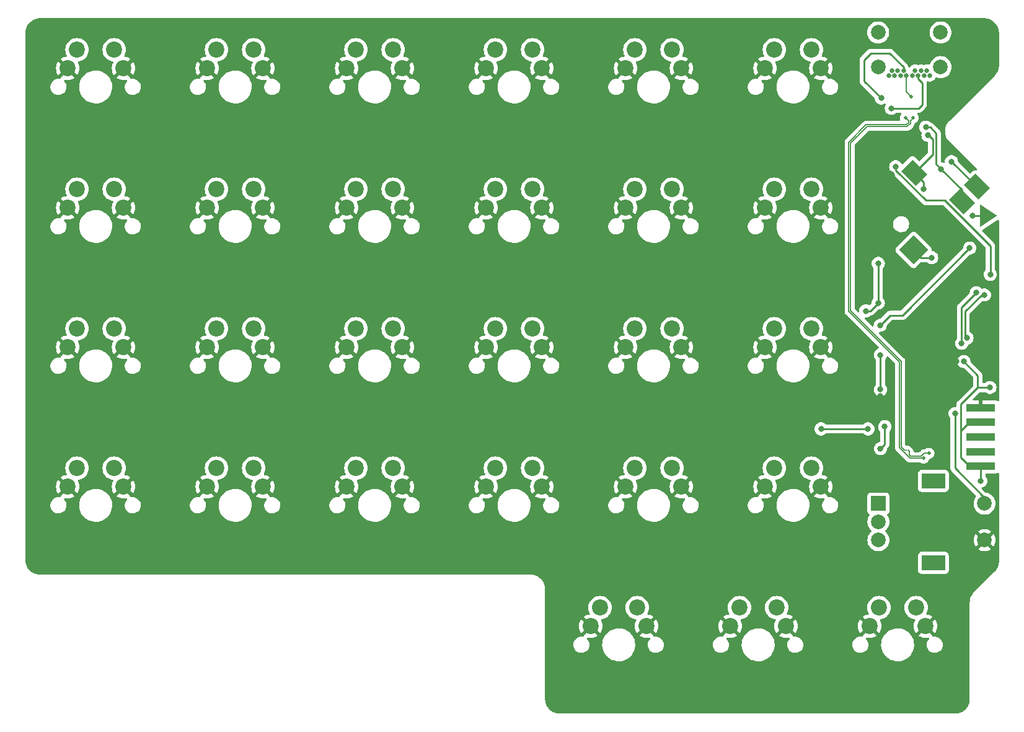
<source format=gbl>
G04 #@! TF.GenerationSoftware,KiCad,Pcbnew,(7.0.0)*
G04 #@! TF.CreationDate,2024-01-17T20:31:31+01:00*
G04 #@! TF.ProjectId,junon-kb,6a756e6f-6e2d-46b6-922e-6b696361645f,rev?*
G04 #@! TF.SameCoordinates,Original*
G04 #@! TF.FileFunction,Copper,L2,Bot*
G04 #@! TF.FilePolarity,Positive*
%FSLAX46Y46*%
G04 Gerber Fmt 4.6, Leading zero omitted, Abs format (unit mm)*
G04 Created by KiCad (PCBNEW (7.0.0)) date 2024-01-17 20:31:31*
%MOMM*%
%LPD*%
G01*
G04 APERTURE LIST*
G04 Aperture macros list*
%AMRotRect*
0 Rectangle, with rotation*
0 The origin of the aperture is its center*
0 $1 length*
0 $2 width*
0 $3 Rotation angle, in degrees counterclockwise*
0 Add horizontal line*
21,1,$1,$2,0,0,$3*%
%AMOutline4P*
0 Free polygon, 4 corners , with rotation*
0 The origin of the aperture is its center*
0 number of corners: always 4*
0 $1 to $8 corner X, Y*
0 $9 Rotation angle, in degrees counterclockwise*
0 create outline with 4 corners*
4,1,4,$1,$2,$3,$4,$5,$6,$7,$8,$1,$2,$9*%
G04 Aperture macros list end*
G04 #@! TA.AperFunction,ComponentPad*
%ADD10C,2.200000*%
G04 #@! TD*
G04 #@! TA.AperFunction,SMDPad,CuDef*
%ADD11RotRect,2.794000X2.209800X135.000000*%
G04 #@! TD*
G04 #@! TA.AperFunction,SMDPad,CuDef*
%ADD12RotRect,2.794000X2.794000X135.000000*%
G04 #@! TD*
G04 #@! TA.AperFunction,ComponentPad*
%ADD13C,0.650000*%
G04 #@! TD*
G04 #@! TA.AperFunction,ComponentPad*
%ADD14C,2.012000*%
G04 #@! TD*
G04 #@! TA.AperFunction,ComponentPad*
%ADD15R,2.000000X2.000000*%
G04 #@! TD*
G04 #@! TA.AperFunction,ComponentPad*
%ADD16C,2.000000*%
G04 #@! TD*
G04 #@! TA.AperFunction,ComponentPad*
%ADD17R,3.200000X2.000000*%
G04 #@! TD*
G04 #@! TA.AperFunction,ConnectorPad*
%ADD18R,4.000000X1.000000*%
G04 #@! TD*
G04 #@! TA.AperFunction,SMDPad,CuDef*
%ADD19Outline4P,-1.143000X-1.512000X1.143000X-0.012000X1.143000X0.012000X-1.143000X1.512000X0.000000*%
G04 #@! TD*
G04 #@! TA.AperFunction,ViaPad*
%ADD20C,0.800000*%
G04 #@! TD*
G04 #@! TA.AperFunction,ViaPad*
%ADD21C,0.500000*%
G04 #@! TD*
G04 #@! TA.AperFunction,ViaPad*
%ADD22C,1.200000*%
G04 #@! TD*
G04 #@! TA.AperFunction,Conductor*
%ADD23C,0.250000*%
G04 #@! TD*
G04 #@! TA.AperFunction,Conductor*
%ADD24C,0.127000*%
G04 #@! TD*
G04 APERTURE END LIST*
D10*
X184607500Y-116510000D03*
X189687500Y-116510000D03*
X183337500Y-119050000D03*
X190957500Y-119050000D03*
X170320000Y-97460000D03*
X175400000Y-97460000D03*
X169050000Y-100000000D03*
X176670000Y-100000000D03*
X170320000Y-78410000D03*
X175400000Y-78410000D03*
X169050000Y-80950000D03*
X176670000Y-80950000D03*
X170320000Y-59360000D03*
X175400000Y-59360000D03*
X169050000Y-61900000D03*
X176670000Y-61900000D03*
X170320000Y-40310000D03*
X175400000Y-40310000D03*
X169050000Y-42850000D03*
X176670000Y-42850000D03*
X165557500Y-116510000D03*
X170637500Y-116510000D03*
X164287500Y-119050000D03*
X171907500Y-119050000D03*
X151270000Y-97460000D03*
X156350000Y-97460000D03*
X150000000Y-100000000D03*
X157620000Y-100000000D03*
X151270000Y-78410000D03*
X156350000Y-78410000D03*
X150000000Y-80950000D03*
X157620000Y-80950000D03*
X151270000Y-59360000D03*
X156350000Y-59360000D03*
X150000000Y-61900000D03*
X157620000Y-61900000D03*
X151270000Y-40310000D03*
X156350000Y-40310000D03*
X150000000Y-42850000D03*
X157620000Y-42850000D03*
X146507500Y-116510000D03*
X151587500Y-116510000D03*
X145237500Y-119050000D03*
X152857500Y-119050000D03*
X132220000Y-97460000D03*
X137300000Y-97460000D03*
X130950000Y-100000000D03*
X138570000Y-100000000D03*
X132220000Y-78410000D03*
X137300000Y-78410000D03*
X130950000Y-80950000D03*
X138570000Y-80950000D03*
X132220000Y-59360000D03*
X137300000Y-59360000D03*
X130950000Y-61900000D03*
X138570000Y-61900000D03*
X132220000Y-40310000D03*
X137300000Y-40310000D03*
X130950000Y-42850000D03*
X138570000Y-42850000D03*
X113170000Y-97460000D03*
X118250000Y-97460000D03*
X111900000Y-100000000D03*
X119520000Y-100000000D03*
X113170000Y-78410000D03*
X118250000Y-78410000D03*
X111900000Y-80950000D03*
X119520000Y-80950000D03*
X113170000Y-59360000D03*
X118250000Y-59360000D03*
X111900000Y-61900000D03*
X119520000Y-61900000D03*
X113170000Y-40310000D03*
X118250000Y-40310000D03*
X111900000Y-42850000D03*
X119520000Y-42850000D03*
X94120000Y-97460000D03*
X99200000Y-97460000D03*
X92850000Y-100000000D03*
X100470000Y-100000000D03*
X94120000Y-78410000D03*
X99200000Y-78410000D03*
X92850000Y-80950000D03*
X100470000Y-80950000D03*
X94120000Y-59360000D03*
X99200000Y-59360000D03*
X92850000Y-61900000D03*
X100470000Y-61900000D03*
X94120000Y-40310000D03*
X99200000Y-40310000D03*
X92850000Y-42850000D03*
X100470000Y-42850000D03*
X75070000Y-97460000D03*
X80150000Y-97460000D03*
X73800000Y-100000000D03*
X81420000Y-100000000D03*
X75070000Y-78410000D03*
X80150000Y-78410000D03*
X73800000Y-80950000D03*
X81420000Y-80950000D03*
X75070000Y-59360000D03*
X80150000Y-59360000D03*
X73800000Y-61900000D03*
X81420000Y-61900000D03*
X75070000Y-40310000D03*
X80150000Y-40310000D03*
X73800000Y-42850000D03*
X81420000Y-42850000D03*
D11*
X195970311Y-61015644D03*
X189389580Y-57128989D03*
D12*
X189324922Y-67661034D03*
D11*
X197945968Y-59039988D03*
D13*
X186750000Y-43830000D03*
X190750000Y-43830000D03*
D14*
X184480000Y-42680000D03*
X193020000Y-42680000D03*
X184480000Y-37950000D03*
X193020000Y-37950000D03*
D13*
X185950000Y-43830000D03*
X186350000Y-43130000D03*
X187150000Y-43130000D03*
X187550000Y-43830000D03*
X187950000Y-43130000D03*
X188350000Y-43830000D03*
X189150000Y-43830000D03*
X189550000Y-43130000D03*
X189950000Y-43830000D03*
X190350000Y-43130000D03*
X191150000Y-43130000D03*
X191550000Y-43830000D03*
D15*
X184527121Y-102299999D03*
D16*
X184527122Y-107300000D03*
X184527122Y-104800000D03*
D17*
X192027121Y-99199999D03*
X192027121Y-110399999D03*
D16*
X199027122Y-107300000D03*
X199027122Y-102300000D03*
D18*
X198499999Y-89199999D03*
X198499999Y-91199999D03*
X198499999Y-93199999D03*
X198499999Y-95199999D03*
X198499999Y-97199999D03*
D19*
X199600000Y-63000000D03*
D20*
X184800000Y-94800000D03*
X185400000Y-91800000D03*
X197400000Y-63000000D03*
X197000000Y-67400000D03*
D21*
X191428881Y-95443058D03*
X190700000Y-96100000D03*
X189274500Y-49600000D03*
X188225500Y-49600000D03*
D20*
X199000000Y-73800000D03*
X196624500Y-79693245D03*
X197900000Y-73500000D03*
X195900000Y-80400000D03*
X186900000Y-56300000D03*
X199800000Y-71000000D03*
X191800000Y-68700000D03*
X191300000Y-52000000D03*
X190700000Y-59300000D03*
X194500000Y-55600000D03*
X193108616Y-56591384D03*
X191000000Y-50900000D03*
X184900000Y-46900000D03*
D22*
X186250000Y-57452700D03*
X185150000Y-57452700D03*
D20*
X182810091Y-75989909D03*
X186300000Y-48300000D03*
D21*
X189000000Y-46703800D03*
D20*
X191700000Y-74700000D03*
X183100000Y-92100000D03*
X176700000Y-92100000D03*
X184500000Y-74900000D03*
X184500000Y-69500000D03*
X199750000Y-86450000D03*
X186300000Y-89600000D03*
X184800000Y-82000000D03*
X184800000Y-87600000D03*
X184800000Y-86724500D03*
X198500000Y-99200000D03*
X196199503Y-82900000D03*
X195200000Y-82900000D03*
X193900000Y-91500000D03*
X184772841Y-77952659D03*
X195000000Y-90000000D03*
D23*
X185400000Y-91800000D02*
X185400000Y-94200000D01*
X185400000Y-94200000D02*
X184800000Y-94800000D01*
X195800000Y-88750000D02*
X195800000Y-92400000D01*
X198100000Y-86450000D02*
X195800000Y-88750000D01*
X199750000Y-86450000D02*
X198100000Y-86450000D01*
X196200000Y-82900000D02*
X198100000Y-84800000D01*
X198100000Y-86450000D02*
X198100000Y-84800000D01*
X199600000Y-63000000D02*
X197400000Y-63000000D01*
X186125500Y-76600000D02*
X184772841Y-77952659D01*
X187800000Y-76600000D02*
X186125500Y-76600000D01*
X197000000Y-67400000D02*
X187800000Y-76600000D01*
D24*
X188877001Y-49997499D02*
X189274500Y-49600000D01*
X188877001Y-50402605D02*
X188877001Y-49997499D01*
X182952606Y-50827000D02*
X188452606Y-50827000D01*
X180727000Y-53052606D02*
X182952606Y-50827000D01*
X180727000Y-75947394D02*
X180727000Y-53052606D01*
X187627000Y-82847394D02*
X180727000Y-75947394D01*
X188452606Y-50827000D02*
X188877001Y-50402605D01*
X187627000Y-94547394D02*
X187627000Y-82847394D01*
X188080974Y-95001368D02*
X187627000Y-94547394D01*
X188080974Y-95001369D02*
X188080974Y-95001368D01*
X188315538Y-95001368D02*
X188315537Y-95001368D01*
X188315538Y-95001369D02*
X188315538Y-95001368D01*
X188739803Y-95191070D02*
X188550101Y-95001368D01*
X188739804Y-95191070D02*
X188739803Y-95191070D01*
X188739803Y-95425634D02*
X188739803Y-95425633D01*
X188739802Y-95425634D02*
X188739803Y-95425634D01*
X190756942Y-95443058D02*
X190354000Y-95846000D01*
X191428881Y-95443058D02*
X190756942Y-95443058D01*
X188081019Y-95001324D02*
G75*
G03*
X188315537Y-95001368I117281J117224D01*
G01*
X190354000Y-95846000D02*
X188925606Y-95846000D01*
X188550081Y-95001388D02*
G75*
G03*
X188315538Y-95001369I-117281J-117312D01*
G01*
X188739852Y-95425682D02*
G75*
G03*
X188739804Y-95191070I-117352J117282D01*
G01*
X188739787Y-95425619D02*
G75*
G03*
X188739803Y-95660197I117313J-117281D01*
G01*
X188925606Y-95846000D02*
X188739803Y-95660197D01*
X188622999Y-49997499D02*
X188225500Y-49600000D01*
X188622999Y-50297395D02*
X188622999Y-49997499D01*
X188347394Y-50573000D02*
X188622999Y-50297395D01*
X182847394Y-50573000D02*
X188347394Y-50573000D01*
X180473000Y-52947394D02*
X182847394Y-50573000D01*
X180473000Y-76052606D02*
X180473000Y-52947394D01*
X187373000Y-82952606D02*
X180473000Y-76052606D01*
X187373000Y-94652606D02*
X187373000Y-82952606D01*
X188820394Y-96100000D02*
X187373000Y-94652606D01*
X190700000Y-96100000D02*
X188820394Y-96100000D01*
D23*
X196200000Y-82900000D02*
X196199503Y-82900000D01*
X198625305Y-73800000D02*
X199000000Y-73800000D01*
X196375305Y-76050000D02*
X198625305Y-73800000D01*
X196350000Y-79418745D02*
X196350000Y-76050000D01*
X196624500Y-79693245D02*
X196350000Y-79418745D01*
X196350000Y-76050000D02*
X196375305Y-76050000D01*
X195900000Y-75500000D02*
X197900000Y-73500000D01*
X195900000Y-80400000D02*
X195900000Y-75500000D01*
X186900000Y-56794552D02*
X186900000Y-56300000D01*
X191005448Y-60900000D02*
X186900000Y-56794552D01*
X193600000Y-60900000D02*
X191005448Y-60900000D01*
X199800000Y-67100000D02*
X193600000Y-60900000D01*
X199800000Y-71000000D02*
X199800000Y-67100000D01*
X190363888Y-68700000D02*
X189324923Y-67661035D01*
X191800000Y-68700000D02*
X190363888Y-68700000D01*
X191400000Y-52000000D02*
X191300000Y-52000000D01*
X191950000Y-52550000D02*
X191400000Y-52000000D01*
X191950000Y-54568571D02*
X191950000Y-52550000D01*
X189389581Y-57128990D02*
X191950000Y-54568571D01*
X191600000Y-50900000D02*
X191000000Y-50900000D01*
X192400000Y-51700000D02*
X191600000Y-50900000D01*
X192400000Y-55882768D02*
X192400000Y-51700000D01*
X193108616Y-56591384D02*
X192400000Y-55882768D01*
X190700000Y-59300000D02*
X190700000Y-58439409D01*
X190700000Y-58439409D02*
X189389581Y-57128990D01*
X194505980Y-55600000D02*
X194500000Y-55600000D01*
X197945969Y-59039989D02*
X194505980Y-55600000D01*
X195970312Y-59453081D02*
X193108616Y-56591384D01*
X195970312Y-61015645D02*
X195970312Y-59453081D01*
X183500000Y-40800000D02*
X182600000Y-41700000D01*
X186079619Y-40800000D02*
X183500000Y-40800000D01*
X187950000Y-42670381D02*
X186079619Y-40800000D01*
X182600000Y-44600000D02*
X184900000Y-46900000D01*
X182600000Y-41700000D02*
X182600000Y-44600000D01*
X187950000Y-43130000D02*
X187950000Y-42670381D01*
X182810091Y-75989909D02*
X183410091Y-75989909D01*
X183410091Y-75989909D02*
X184500000Y-74900000D01*
X190000000Y-48300000D02*
X186300000Y-48300000D01*
X190500000Y-47800000D02*
X190000000Y-48300000D01*
X190500000Y-44839619D02*
X190500000Y-47800000D01*
X189950000Y-44289619D02*
X190500000Y-44839619D01*
X189950000Y-43830000D02*
X189950000Y-44289619D01*
D24*
X188350000Y-46053800D02*
X188350000Y-43830000D01*
X189000000Y-46703800D02*
X188350000Y-46053800D01*
D23*
X176700000Y-92100000D02*
X183100000Y-92100000D01*
X184500000Y-74900000D02*
X184500000Y-69500000D01*
X184800000Y-86724500D02*
X184800000Y-82000000D01*
X195800000Y-96000000D02*
X197000000Y-97200000D01*
X195800000Y-92400000D02*
X195800000Y-96000000D01*
X197000000Y-91200000D02*
X195800000Y-92400000D01*
X198500000Y-97200000D02*
X198500000Y-99200000D01*
X195000000Y-97475320D02*
X195000000Y-90000000D01*
X199027122Y-101502442D02*
X195000000Y-97475320D01*
G04 #@! TA.AperFunction,Conductor*
G36*
X199004042Y-36000764D02*
G01*
X199083586Y-36005978D01*
X199083767Y-36005991D01*
X199261587Y-36018709D01*
X199276904Y-36020772D01*
X199388378Y-36042945D01*
X199390437Y-36043374D01*
X199530240Y-36073786D01*
X199543703Y-36077522D01*
X199657725Y-36116228D01*
X199661074Y-36117420D01*
X199788808Y-36165062D01*
X199800300Y-36170024D01*
X199910687Y-36224461D01*
X199915187Y-36226798D01*
X200032478Y-36290844D01*
X200041942Y-36296574D01*
X200145269Y-36365615D01*
X200150688Y-36369450D01*
X200256727Y-36448830D01*
X200264145Y-36454844D01*
X200357976Y-36537131D01*
X200363898Y-36542678D01*
X200457320Y-36636100D01*
X200462867Y-36642022D01*
X200545150Y-36735848D01*
X200551173Y-36743278D01*
X200588691Y-36793396D01*
X200630548Y-36849310D01*
X200634383Y-36854729D01*
X200703424Y-36958056D01*
X200709154Y-36967520D01*
X200773183Y-37084779D01*
X200775564Y-37089363D01*
X200829969Y-37199687D01*
X200834938Y-37211196D01*
X200882556Y-37338863D01*
X200883793Y-37342338D01*
X200922470Y-37456276D01*
X200926217Y-37469777D01*
X200956613Y-37609508D01*
X200957064Y-37611675D01*
X200979224Y-37723080D01*
X200981291Y-37738425D01*
X200993995Y-37916046D01*
X200994045Y-37916781D01*
X200999234Y-37995942D01*
X200999500Y-38004053D01*
X200999500Y-42396519D01*
X200999305Y-42403475D01*
X200996542Y-42452653D01*
X200996472Y-42453806D01*
X200984738Y-42632846D01*
X200983251Y-42645509D01*
X200967544Y-42737946D01*
X200966913Y-42741365D01*
X200940522Y-42874044D01*
X200938059Y-42884180D01*
X200909979Y-42981651D01*
X200908244Y-42987183D01*
X200866985Y-43108728D01*
X200864127Y-43116323D01*
X200824650Y-43211626D01*
X200821301Y-43219015D01*
X200764537Y-43334122D01*
X200761853Y-43339259D01*
X200712787Y-43428039D01*
X200707361Y-43436950D01*
X200632187Y-43549454D01*
X200630215Y-43552318D01*
X200575968Y-43628772D01*
X200568066Y-43638775D01*
X200449769Y-43773668D01*
X200449001Y-43774537D01*
X200416188Y-43811255D01*
X200411409Y-43816309D01*
X194213962Y-50013756D01*
X194213846Y-50013845D01*
X194213834Y-50013833D01*
X194213742Y-50013924D01*
X194213738Y-50013928D01*
X194123986Y-50103673D01*
X194123977Y-50103682D01*
X194121113Y-50106547D01*
X194118639Y-50109769D01*
X194118638Y-50109772D01*
X193963934Y-50311375D01*
X193963929Y-50311381D01*
X193961463Y-50314596D01*
X193959438Y-50318101D01*
X193959434Y-50318109D01*
X193832365Y-50538186D01*
X193832357Y-50538200D01*
X193830335Y-50541704D01*
X193828782Y-50545451D01*
X193828777Y-50545463D01*
X193731529Y-50780231D01*
X193731524Y-50780244D01*
X193729975Y-50783985D01*
X193728925Y-50787900D01*
X193728925Y-50787903D01*
X193663149Y-51033375D01*
X193663145Y-51033391D01*
X193662100Y-51037294D01*
X193661570Y-51041317D01*
X193661570Y-51041319D01*
X193630843Y-51274724D01*
X193627871Y-51297296D01*
X193627871Y-51301348D01*
X193627871Y-51301349D01*
X193627872Y-51555488D01*
X193627872Y-51555502D01*
X193627873Y-51559541D01*
X193628400Y-51563544D01*
X193628401Y-51563558D01*
X193661080Y-51811744D01*
X193662107Y-51819542D01*
X193663158Y-51823464D01*
X193663159Y-51823469D01*
X193728936Y-52068930D01*
X193728939Y-52068941D01*
X193729987Y-52072849D01*
X193731536Y-52076589D01*
X193731537Y-52076591D01*
X193777794Y-52188256D01*
X193830352Y-52315129D01*
X193832382Y-52318644D01*
X193952909Y-52527387D01*
X193961483Y-52542235D01*
X193963951Y-52545451D01*
X193963955Y-52545457D01*
X194118661Y-52747053D01*
X194118665Y-52747058D01*
X194121138Y-52750280D01*
X194213787Y-52842920D01*
X194213789Y-52842924D01*
X194213798Y-52842933D01*
X197939266Y-56568401D01*
X197970562Y-56621147D01*
X197972751Y-56682439D01*
X197945299Y-56737284D01*
X197894920Y-56772263D01*
X197833940Y-56778820D01*
X197748202Y-56766494D01*
X197748201Y-56766494D01*
X197739423Y-56765232D01*
X197730645Y-56766494D01*
X197605744Y-56784450D01*
X197605737Y-56784451D01*
X197596966Y-56785713D01*
X197588901Y-56789395D01*
X197588898Y-56789397D01*
X197473108Y-56842277D01*
X197473103Y-56842279D01*
X197466050Y-56845501D01*
X197460010Y-56850367D01*
X197460007Y-56850370D01*
X197421957Y-56881032D01*
X197421947Y-56881040D01*
X197419367Y-56883120D01*
X197417023Y-56885463D01*
X197417014Y-56885472D01*
X197134209Y-57168277D01*
X197078621Y-57200371D01*
X197014434Y-57200371D01*
X196958847Y-57168277D01*
X195438258Y-55647688D01*
X195414018Y-55613390D01*
X195402619Y-55572973D01*
X195385674Y-55411744D01*
X195327179Y-55231716D01*
X195232533Y-55067784D01*
X195148512Y-54974470D01*
X195110220Y-54931942D01*
X195110219Y-54931941D01*
X195105871Y-54927112D01*
X195100613Y-54923292D01*
X195100611Y-54923290D01*
X194957988Y-54819669D01*
X194957987Y-54819668D01*
X194952730Y-54815849D01*
X194946792Y-54813205D01*
X194785745Y-54741501D01*
X194785740Y-54741499D01*
X194779803Y-54738856D01*
X194773444Y-54737504D01*
X194773440Y-54737503D01*
X194601008Y-54700852D01*
X194601005Y-54700851D01*
X194594646Y-54699500D01*
X194405354Y-54699500D01*
X194398995Y-54700851D01*
X194398991Y-54700852D01*
X194226559Y-54737503D01*
X194226552Y-54737505D01*
X194220197Y-54738856D01*
X194214262Y-54741498D01*
X194214254Y-54741501D01*
X194053207Y-54813205D01*
X194053202Y-54813207D01*
X194047270Y-54815849D01*
X194042016Y-54819665D01*
X194042011Y-54819669D01*
X193899388Y-54923290D01*
X193899381Y-54923295D01*
X193894129Y-54927112D01*
X193889784Y-54931937D01*
X193889779Y-54931942D01*
X193771813Y-55062956D01*
X193771808Y-55062962D01*
X193767467Y-55067784D01*
X193764222Y-55073404D01*
X193764218Y-55073410D01*
X193676069Y-55226089D01*
X193676066Y-55226094D01*
X193672821Y-55231716D01*
X193670815Y-55237888D01*
X193670813Y-55237894D01*
X193616333Y-55405564D01*
X193616331Y-55405573D01*
X193614326Y-55411744D01*
X193613648Y-55418194D01*
X193613646Y-55418204D01*
X193597381Y-55572968D01*
X193594540Y-55600000D01*
X193595219Y-55606460D01*
X193595219Y-55606468D01*
X193596569Y-55619318D01*
X193586526Y-55682713D01*
X193546131Y-55732594D01*
X193486208Y-55755595D01*
X193422812Y-55745553D01*
X193394361Y-55732885D01*
X193394356Y-55732883D01*
X193388419Y-55730240D01*
X193382060Y-55728888D01*
X193382056Y-55728887D01*
X193209624Y-55692236D01*
X193209621Y-55692235D01*
X193203262Y-55690884D01*
X193196759Y-55690884D01*
X193149500Y-55690884D01*
X193087500Y-55674271D01*
X193042113Y-55628884D01*
X193025500Y-55566884D01*
X193025500Y-51777775D01*
X193026021Y-51766719D01*
X193027673Y-51759333D01*
X193025561Y-51692127D01*
X193025500Y-51688232D01*
X193025500Y-51664541D01*
X193025500Y-51660650D01*
X193024998Y-51656677D01*
X193024080Y-51645018D01*
X193023625Y-51630549D01*
X193022709Y-51601373D01*
X193017120Y-51582140D01*
X193013174Y-51563083D01*
X193011641Y-51550944D01*
X193010664Y-51543208D01*
X192994582Y-51502591D01*
X192990803Y-51491551D01*
X192980795Y-51457102D01*
X192980793Y-51457099D01*
X192978618Y-51449610D01*
X192968417Y-51432360D01*
X192959863Y-51414901D01*
X192952486Y-51396268D01*
X192926808Y-51360925D01*
X192920401Y-51351171D01*
X192902142Y-51320296D01*
X192902141Y-51320294D01*
X192898170Y-51313580D01*
X192884004Y-51299414D01*
X192871370Y-51284622D01*
X192859594Y-51268413D01*
X192853583Y-51263440D01*
X192853581Y-51263438D01*
X192825941Y-51240573D01*
X192817300Y-51232710D01*
X192097286Y-50512695D01*
X192089842Y-50504514D01*
X192085786Y-50498123D01*
X192036775Y-50452098D01*
X192033978Y-50449387D01*
X192017227Y-50432636D01*
X192014471Y-50429880D01*
X192011290Y-50427412D01*
X192002414Y-50419830D01*
X191976269Y-50395278D01*
X191976267Y-50395276D01*
X191970582Y-50389938D01*
X191963749Y-50386182D01*
X191963743Y-50386177D01*
X191953025Y-50380285D01*
X191936766Y-50369606D01*
X191927095Y-50362104D01*
X191927092Y-50362102D01*
X191920936Y-50357327D01*
X191913779Y-50354229D01*
X191913776Y-50354228D01*
X191880849Y-50339978D01*
X191870363Y-50334841D01*
X191838932Y-50317562D01*
X191838923Y-50317558D01*
X191832092Y-50313803D01*
X191824535Y-50311862D01*
X191824531Y-50311861D01*
X191812688Y-50308820D01*
X191794284Y-50302519D01*
X191783057Y-50297660D01*
X191783050Y-50297658D01*
X191775896Y-50294562D01*
X191768192Y-50293341D01*
X191768190Y-50293341D01*
X191732759Y-50287729D01*
X191721324Y-50285361D01*
X191679020Y-50274500D01*
X191679335Y-50273272D01*
X191649465Y-50263910D01*
X191614769Y-50236995D01*
X191605871Y-50227112D01*
X191600613Y-50223292D01*
X191600611Y-50223290D01*
X191457988Y-50119669D01*
X191457987Y-50119668D01*
X191452730Y-50115849D01*
X191425383Y-50103673D01*
X191285745Y-50041501D01*
X191285740Y-50041499D01*
X191279803Y-50038856D01*
X191273444Y-50037504D01*
X191273440Y-50037503D01*
X191101008Y-50000852D01*
X191101005Y-50000851D01*
X191094646Y-49999500D01*
X190905354Y-49999500D01*
X190898995Y-50000851D01*
X190898991Y-50000852D01*
X190726559Y-50037503D01*
X190726552Y-50037505D01*
X190720197Y-50038856D01*
X190714262Y-50041498D01*
X190714254Y-50041501D01*
X190553207Y-50113205D01*
X190553202Y-50113207D01*
X190547270Y-50115849D01*
X190542016Y-50119665D01*
X190542011Y-50119669D01*
X190399388Y-50223290D01*
X190399381Y-50223295D01*
X190394129Y-50227112D01*
X190389784Y-50231937D01*
X190389779Y-50231942D01*
X190271813Y-50362956D01*
X190271808Y-50362962D01*
X190267467Y-50367784D01*
X190264222Y-50373404D01*
X190264218Y-50373410D01*
X190176069Y-50526089D01*
X190176066Y-50526094D01*
X190172821Y-50531716D01*
X190170815Y-50537888D01*
X190170813Y-50537894D01*
X190116333Y-50705564D01*
X190116331Y-50705573D01*
X190114326Y-50711744D01*
X190113648Y-50718194D01*
X190113646Y-50718204D01*
X190095962Y-50886464D01*
X190094540Y-50900000D01*
X190095219Y-50906460D01*
X190113646Y-51081795D01*
X190113647Y-51081803D01*
X190114326Y-51088256D01*
X190116331Y-51094428D01*
X190116333Y-51094435D01*
X190167513Y-51251948D01*
X190172821Y-51268284D01*
X190176068Y-51273908D01*
X190176069Y-51273910D01*
X190250896Y-51403515D01*
X190267467Y-51432216D01*
X190271811Y-51437041D01*
X190271813Y-51437043D01*
X190344590Y-51517869D01*
X190394129Y-51572888D01*
X190399379Y-51576702D01*
X190399381Y-51576704D01*
X190400367Y-51577420D01*
X190401182Y-51578325D01*
X190404218Y-51581059D01*
X190403930Y-51581377D01*
X190434871Y-51615738D01*
X190450806Y-51664778D01*
X190445416Y-51716059D01*
X190416333Y-51805564D01*
X190416331Y-51805573D01*
X190414326Y-51811744D01*
X190413648Y-51818194D01*
X190413646Y-51818204D01*
X190400222Y-51945937D01*
X190394540Y-52000000D01*
X190395219Y-52006460D01*
X190413646Y-52181795D01*
X190413647Y-52181803D01*
X190414326Y-52188256D01*
X190416331Y-52194428D01*
X190416333Y-52194435D01*
X190470813Y-52362105D01*
X190472821Y-52368284D01*
X190476068Y-52373908D01*
X190476069Y-52373910D01*
X190561825Y-52522445D01*
X190567467Y-52532216D01*
X190694129Y-52672888D01*
X190847270Y-52784151D01*
X191020197Y-52861144D01*
X191205354Y-52900500D01*
X191211847Y-52900500D01*
X191213464Y-52900670D01*
X191269841Y-52921190D01*
X191309986Y-52965776D01*
X191324500Y-53023990D01*
X191324500Y-54258118D01*
X191315061Y-54305571D01*
X191288181Y-54345799D01*
X190170154Y-55463824D01*
X190114566Y-55495918D01*
X190050379Y-55495918D01*
X189994794Y-55463825D01*
X189503091Y-54972123D01*
X189456408Y-54934502D01*
X189440226Y-54927112D01*
X189333559Y-54878398D01*
X189333558Y-54878397D01*
X189325492Y-54874714D01*
X189316718Y-54873452D01*
X189316713Y-54873451D01*
X189191813Y-54855495D01*
X189183035Y-54854233D01*
X189174257Y-54855495D01*
X189049356Y-54873451D01*
X189049349Y-54873452D01*
X189040578Y-54874714D01*
X189032513Y-54878396D01*
X189032510Y-54878398D01*
X188916720Y-54931278D01*
X188916715Y-54931280D01*
X188909662Y-54934502D01*
X188903622Y-54939368D01*
X188903619Y-54939371D01*
X188865569Y-54970033D01*
X188865559Y-54970041D01*
X188862979Y-54972121D01*
X188860635Y-54974464D01*
X188860626Y-54974473D01*
X187905942Y-55929157D01*
X187858119Y-55958895D01*
X187802075Y-55964415D01*
X187749370Y-55944578D01*
X187710875Y-55903477D01*
X187632533Y-55767784D01*
X187505871Y-55627112D01*
X187500613Y-55623292D01*
X187500611Y-55623290D01*
X187357988Y-55519669D01*
X187357987Y-55519668D01*
X187352730Y-55515849D01*
X187307965Y-55495918D01*
X187185745Y-55441501D01*
X187185740Y-55441499D01*
X187179803Y-55438856D01*
X187173444Y-55437504D01*
X187173440Y-55437503D01*
X187001008Y-55400852D01*
X187001005Y-55400851D01*
X186994646Y-55399500D01*
X186805354Y-55399500D01*
X186798995Y-55400851D01*
X186798991Y-55400852D01*
X186626559Y-55437503D01*
X186626552Y-55437505D01*
X186620197Y-55438856D01*
X186614262Y-55441498D01*
X186614254Y-55441501D01*
X186453207Y-55513205D01*
X186453202Y-55513207D01*
X186447270Y-55515849D01*
X186442016Y-55519665D01*
X186442011Y-55519669D01*
X186299388Y-55623290D01*
X186299381Y-55623295D01*
X186294129Y-55627112D01*
X186289784Y-55631937D01*
X186289779Y-55631942D01*
X186171813Y-55762956D01*
X186171808Y-55762962D01*
X186167467Y-55767784D01*
X186164222Y-55773404D01*
X186164218Y-55773410D01*
X186076069Y-55926089D01*
X186076066Y-55926094D01*
X186072821Y-55931716D01*
X186070815Y-55937888D01*
X186070813Y-55937894D01*
X186016333Y-56105564D01*
X186016331Y-56105573D01*
X186014326Y-56111744D01*
X186013648Y-56118194D01*
X186013646Y-56118204D01*
X186002756Y-56221828D01*
X185994540Y-56300000D01*
X185995219Y-56306460D01*
X186013646Y-56481795D01*
X186013647Y-56481803D01*
X186014326Y-56488256D01*
X186016331Y-56494428D01*
X186016333Y-56494435D01*
X186053970Y-56610268D01*
X186072821Y-56668284D01*
X186076068Y-56673908D01*
X186076069Y-56673910D01*
X186140679Y-56785819D01*
X186167467Y-56832216D01*
X186171811Y-56837041D01*
X186171813Y-56837043D01*
X186284455Y-56962144D01*
X186311381Y-57010520D01*
X186319204Y-57037448D01*
X186319206Y-57037452D01*
X186321382Y-57044942D01*
X186325353Y-57051657D01*
X186325354Y-57051659D01*
X186331581Y-57062189D01*
X186340136Y-57079651D01*
X186344642Y-57091032D01*
X186344643Y-57091035D01*
X186347514Y-57098284D01*
X186361819Y-57117973D01*
X186373181Y-57133612D01*
X186379593Y-57143374D01*
X186397856Y-57174254D01*
X186397859Y-57174259D01*
X186401830Y-57180972D01*
X186407345Y-57186487D01*
X186415990Y-57195132D01*
X186428626Y-57209926D01*
X186435819Y-57219827D01*
X186435823Y-57219831D01*
X186440406Y-57226139D01*
X186446415Y-57231110D01*
X186446416Y-57231111D01*
X186474058Y-57253978D01*
X186482699Y-57261841D01*
X190508155Y-61287298D01*
X190515607Y-61295487D01*
X190519662Y-61301877D01*
X190568671Y-61347900D01*
X190571467Y-61350610D01*
X190590977Y-61370120D01*
X190594157Y-61372587D01*
X190603019Y-61380155D01*
X190616468Y-61392785D01*
X190629180Y-61404723D01*
X190629182Y-61404724D01*
X190634866Y-61410062D01*
X190641699Y-61413818D01*
X190641700Y-61413819D01*
X190652421Y-61419713D01*
X190668682Y-61430394D01*
X190684512Y-61442673D01*
X190724603Y-61460021D01*
X190735083Y-61465155D01*
X190773356Y-61486197D01*
X190792764Y-61491180D01*
X190811167Y-61497481D01*
X190822392Y-61502339D01*
X190822394Y-61502339D01*
X190829552Y-61505437D01*
X190872706Y-61512271D01*
X190884092Y-61514629D01*
X190926429Y-61525500D01*
X190946465Y-61525500D01*
X190965863Y-61527027D01*
X190977934Y-61528939D01*
X190977935Y-61528939D01*
X190985644Y-61530160D01*
X191023724Y-61526560D01*
X191029124Y-61526050D01*
X191040793Y-61525500D01*
X193289548Y-61525500D01*
X193337001Y-61534939D01*
X193377229Y-61561819D01*
X199138181Y-67322772D01*
X199165061Y-67363000D01*
X199174500Y-67410453D01*
X199174500Y-70301313D01*
X199166264Y-70345751D01*
X199142650Y-70384285D01*
X199071813Y-70462956D01*
X199071808Y-70462962D01*
X199067467Y-70467784D01*
X199064222Y-70473404D01*
X199064218Y-70473410D01*
X198976069Y-70626089D01*
X198976066Y-70626094D01*
X198972821Y-70631716D01*
X198970815Y-70637888D01*
X198970813Y-70637894D01*
X198916333Y-70805564D01*
X198916331Y-70805573D01*
X198914326Y-70811744D01*
X198913648Y-70818194D01*
X198913646Y-70818204D01*
X198895962Y-70986464D01*
X198894540Y-71000000D01*
X198895219Y-71006460D01*
X198913646Y-71181795D01*
X198913647Y-71181803D01*
X198914326Y-71188256D01*
X198916331Y-71194428D01*
X198916333Y-71194435D01*
X198970813Y-71362105D01*
X198972821Y-71368284D01*
X199067467Y-71532216D01*
X199194129Y-71672888D01*
X199347270Y-71784151D01*
X199520197Y-71861144D01*
X199705354Y-71900500D01*
X199888143Y-71900500D01*
X199894646Y-71900500D01*
X200079803Y-71861144D01*
X200252730Y-71784151D01*
X200405871Y-71672888D01*
X200532533Y-71532216D01*
X200627179Y-71368284D01*
X200685674Y-71188256D01*
X200705460Y-71000000D01*
X200685674Y-70811744D01*
X200627179Y-70631716D01*
X200532533Y-70467784D01*
X200457349Y-70384284D01*
X200433736Y-70345751D01*
X200425500Y-70301313D01*
X200425500Y-67177772D01*
X200426020Y-67166719D01*
X200427672Y-67159333D01*
X200425561Y-67092145D01*
X200425500Y-67088251D01*
X200425500Y-67064545D01*
X200425500Y-67060650D01*
X200424998Y-67056681D01*
X200424080Y-67045024D01*
X200423485Y-67026089D01*
X200422709Y-67001373D01*
X200417120Y-66982140D01*
X200413174Y-66963083D01*
X200411641Y-66950944D01*
X200410664Y-66943208D01*
X200394582Y-66902591D01*
X200390803Y-66891551D01*
X200380795Y-66857102D01*
X200380793Y-66857099D01*
X200378618Y-66849610D01*
X200368417Y-66832360D01*
X200359863Y-66814901D01*
X200352486Y-66796268D01*
X200326808Y-66760925D01*
X200320401Y-66751171D01*
X200302142Y-66720296D01*
X200302141Y-66720294D01*
X200298170Y-66713580D01*
X200284004Y-66699414D01*
X200271370Y-66684622D01*
X200259594Y-66668413D01*
X200253583Y-66663440D01*
X200253581Y-66663438D01*
X200225941Y-66640573D01*
X200217300Y-66632710D01*
X198708591Y-65124000D01*
X198679434Y-65077850D01*
X198672921Y-65023650D01*
X198690315Y-64971905D01*
X198728243Y-64932646D01*
X200807473Y-63568321D01*
X200870191Y-63548110D01*
X200934409Y-63562883D01*
X200981991Y-63608469D01*
X200999500Y-63671996D01*
X200999500Y-88201622D01*
X200980995Y-88266789D01*
X200931004Y-88312506D01*
X200864447Y-88325128D01*
X200801189Y-88300889D01*
X200749189Y-88261962D01*
X200733777Y-88253547D01*
X200614641Y-88209111D01*
X200599667Y-88205573D01*
X200551114Y-88200353D01*
X200544518Y-88200000D01*
X198766326Y-88200000D01*
X198753450Y-88203450D01*
X198750000Y-88216326D01*
X198750000Y-89326000D01*
X198733387Y-89388000D01*
X198688000Y-89433387D01*
X198626000Y-89450000D01*
X198374000Y-89450000D01*
X198312000Y-89433387D01*
X198266613Y-89388000D01*
X198250000Y-89326000D01*
X198250000Y-88216326D01*
X198246549Y-88203450D01*
X198233674Y-88200000D01*
X197533952Y-88200000D01*
X197477657Y-88186485D01*
X197433634Y-88148885D01*
X197411479Y-88095398D01*
X197416021Y-88037682D01*
X197446270Y-87988320D01*
X198322771Y-87111819D01*
X198363000Y-87084939D01*
X198410453Y-87075500D01*
X199046252Y-87075500D01*
X199096685Y-87086219D01*
X199134781Y-87113895D01*
X199134950Y-87113709D01*
X199136728Y-87115310D01*
X199138398Y-87116523D01*
X199144129Y-87122888D01*
X199297270Y-87234151D01*
X199470197Y-87311144D01*
X199655354Y-87350500D01*
X199838143Y-87350500D01*
X199844646Y-87350500D01*
X200029803Y-87311144D01*
X200202730Y-87234151D01*
X200355871Y-87122888D01*
X200482533Y-86982216D01*
X200577179Y-86818284D01*
X200635674Y-86638256D01*
X200655460Y-86450000D01*
X200635674Y-86261744D01*
X200577179Y-86081716D01*
X200482533Y-85917784D01*
X200398539Y-85824500D01*
X200360220Y-85781942D01*
X200360219Y-85781941D01*
X200355871Y-85777112D01*
X200350613Y-85773292D01*
X200350611Y-85773290D01*
X200207988Y-85669669D01*
X200207987Y-85669668D01*
X200202730Y-85665849D01*
X200196792Y-85663205D01*
X200035745Y-85591501D01*
X200035740Y-85591499D01*
X200029803Y-85588856D01*
X200023444Y-85587504D01*
X200023440Y-85587503D01*
X199851008Y-85550852D01*
X199851005Y-85550851D01*
X199844646Y-85549500D01*
X199655354Y-85549500D01*
X199648995Y-85550851D01*
X199648991Y-85550852D01*
X199476559Y-85587503D01*
X199476552Y-85587505D01*
X199470197Y-85588856D01*
X199464262Y-85591498D01*
X199464254Y-85591501D01*
X199303207Y-85663205D01*
X199303202Y-85663207D01*
X199297270Y-85665849D01*
X199292016Y-85669665D01*
X199292011Y-85669669D01*
X199149388Y-85773290D01*
X199149381Y-85773295D01*
X199144129Y-85777112D01*
X199139780Y-85781941D01*
X199139781Y-85781941D01*
X199138399Y-85783476D01*
X199136728Y-85784689D01*
X199134950Y-85786291D01*
X199134781Y-85786104D01*
X199096685Y-85813781D01*
X199046252Y-85824500D01*
X198849500Y-85824500D01*
X198787500Y-85807887D01*
X198742113Y-85762500D01*
X198725500Y-85700500D01*
X198725500Y-84877775D01*
X198726021Y-84866719D01*
X198727673Y-84859333D01*
X198725561Y-84792113D01*
X198725500Y-84788219D01*
X198725500Y-84764542D01*
X198725500Y-84760650D01*
X198724998Y-84756683D01*
X198724081Y-84745026D01*
X198722710Y-84701373D01*
X198717118Y-84682128D01*
X198713174Y-84663083D01*
X198710664Y-84643208D01*
X198694579Y-84602583D01*
X198690806Y-84591562D01*
X198678618Y-84549610D01*
X198668417Y-84532360D01*
X198659863Y-84514901D01*
X198652486Y-84496268D01*
X198626808Y-84460925D01*
X198620401Y-84451171D01*
X198602142Y-84420296D01*
X198602141Y-84420294D01*
X198598170Y-84413580D01*
X198584005Y-84399415D01*
X198571370Y-84384622D01*
X198559594Y-84368413D01*
X198553583Y-84363440D01*
X198553581Y-84363438D01*
X198525941Y-84340573D01*
X198517300Y-84332710D01*
X197138405Y-82953814D01*
X197114165Y-82919516D01*
X197102766Y-82879098D01*
X197085177Y-82711744D01*
X197026682Y-82531716D01*
X196932036Y-82367784D01*
X196848458Y-82274962D01*
X196809723Y-82231942D01*
X196809722Y-82231941D01*
X196805374Y-82227112D01*
X196800116Y-82223292D01*
X196800114Y-82223290D01*
X196657491Y-82119669D01*
X196657490Y-82119668D01*
X196652233Y-82115849D01*
X196646295Y-82113205D01*
X196485248Y-82041501D01*
X196485243Y-82041499D01*
X196479306Y-82038856D01*
X196472947Y-82037504D01*
X196472943Y-82037503D01*
X196300511Y-82000852D01*
X196300508Y-82000851D01*
X196294149Y-81999500D01*
X196104857Y-81999500D01*
X196098498Y-82000851D01*
X196098494Y-82000852D01*
X195926062Y-82037503D01*
X195926055Y-82037505D01*
X195919700Y-82038856D01*
X195913765Y-82041498D01*
X195913757Y-82041501D01*
X195752710Y-82113205D01*
X195752705Y-82113207D01*
X195746773Y-82115849D01*
X195741519Y-82119665D01*
X195741514Y-82119669D01*
X195598891Y-82223290D01*
X195598884Y-82223295D01*
X195593632Y-82227112D01*
X195589287Y-82231937D01*
X195589282Y-82231942D01*
X195471316Y-82362956D01*
X195471311Y-82362962D01*
X195466970Y-82367784D01*
X195463725Y-82373404D01*
X195463721Y-82373410D01*
X195375572Y-82526089D01*
X195375569Y-82526094D01*
X195372324Y-82531716D01*
X195370318Y-82537888D01*
X195370316Y-82537894D01*
X195315836Y-82705564D01*
X195315834Y-82705573D01*
X195313829Y-82711744D01*
X195313151Y-82718194D01*
X195313149Y-82718204D01*
X195298725Y-82855453D01*
X195294043Y-82900000D01*
X195294722Y-82906460D01*
X195313149Y-83081795D01*
X195313150Y-83081803D01*
X195313829Y-83088256D01*
X195315834Y-83094428D01*
X195315836Y-83094435D01*
X195362349Y-83237585D01*
X195372324Y-83268284D01*
X195466970Y-83432216D01*
X195593632Y-83572888D01*
X195746773Y-83684151D01*
X195919700Y-83761144D01*
X196104857Y-83800500D01*
X196164548Y-83800500D01*
X196212001Y-83809939D01*
X196252229Y-83836819D01*
X197438181Y-85022771D01*
X197465061Y-85062999D01*
X197474500Y-85110452D01*
X197474500Y-86139547D01*
X197465061Y-86187000D01*
X197438181Y-86227228D01*
X195412696Y-88252711D01*
X195404511Y-88260159D01*
X195398123Y-88264214D01*
X195392788Y-88269894D01*
X195392783Y-88269899D01*
X195352096Y-88313225D01*
X195349392Y-88316016D01*
X195332628Y-88332780D01*
X195332621Y-88332787D01*
X195329880Y-88335529D01*
X195327500Y-88338596D01*
X195327489Y-88338609D01*
X195327400Y-88338725D01*
X195319842Y-88347570D01*
X195295280Y-88373727D01*
X195295273Y-88373736D01*
X195289938Y-88379418D01*
X195286182Y-88386249D01*
X195286179Y-88386254D01*
X195280285Y-88396975D01*
X195269609Y-88413227D01*
X195262109Y-88422896D01*
X195262101Y-88422907D01*
X195257327Y-88429064D01*
X195254234Y-88436208D01*
X195254229Y-88436219D01*
X195239974Y-88469160D01*
X195234838Y-88479643D01*
X195213803Y-88517908D01*
X195211864Y-88525456D01*
X195211863Y-88525461D01*
X195208822Y-88537307D01*
X195202521Y-88555711D01*
X195197658Y-88566948D01*
X195197656Y-88566952D01*
X195194562Y-88574104D01*
X195193342Y-88581803D01*
X195193342Y-88581805D01*
X195187729Y-88617241D01*
X195185361Y-88628676D01*
X195176438Y-88663428D01*
X195176436Y-88663436D01*
X195174500Y-88670981D01*
X195174500Y-88678777D01*
X195174500Y-88691017D01*
X195172974Y-88710402D01*
X195169840Y-88730196D01*
X195170574Y-88737961D01*
X195170574Y-88737964D01*
X195173950Y-88773676D01*
X195174500Y-88785345D01*
X195174500Y-88975500D01*
X195157887Y-89037500D01*
X195112500Y-89082887D01*
X195050500Y-89099500D01*
X194905354Y-89099500D01*
X194898995Y-89100851D01*
X194898991Y-89100852D01*
X194726559Y-89137503D01*
X194726552Y-89137505D01*
X194720197Y-89138856D01*
X194714262Y-89141498D01*
X194714254Y-89141501D01*
X194553207Y-89213205D01*
X194553202Y-89213207D01*
X194547270Y-89215849D01*
X194542016Y-89219665D01*
X194542011Y-89219669D01*
X194399388Y-89323290D01*
X194399381Y-89323295D01*
X194394129Y-89327112D01*
X194389784Y-89331937D01*
X194389779Y-89331942D01*
X194271813Y-89462956D01*
X194271808Y-89462962D01*
X194267467Y-89467784D01*
X194264222Y-89473404D01*
X194264218Y-89473410D01*
X194176069Y-89626089D01*
X194176066Y-89626094D01*
X194172821Y-89631716D01*
X194170815Y-89637888D01*
X194170813Y-89637894D01*
X194116333Y-89805564D01*
X194116331Y-89805573D01*
X194114326Y-89811744D01*
X194113648Y-89818194D01*
X194113646Y-89818204D01*
X194095962Y-89986464D01*
X194094540Y-90000000D01*
X194095219Y-90006460D01*
X194113646Y-90181795D01*
X194113647Y-90181803D01*
X194114326Y-90188256D01*
X194116331Y-90194428D01*
X194116333Y-90194435D01*
X194164428Y-90342454D01*
X194172821Y-90368284D01*
X194267467Y-90532216D01*
X194271811Y-90537041D01*
X194271813Y-90537043D01*
X194342650Y-90615715D01*
X194366264Y-90654249D01*
X194374500Y-90698687D01*
X194374500Y-97397545D01*
X194373978Y-97408600D01*
X194372327Y-97415987D01*
X194372571Y-97423773D01*
X194372571Y-97423781D01*
X194374439Y-97483193D01*
X194374500Y-97487088D01*
X194374500Y-97514670D01*
X194374988Y-97518539D01*
X194374989Y-97518545D01*
X194375004Y-97518663D01*
X194375918Y-97530286D01*
X194377045Y-97566150D01*
X194377046Y-97566157D01*
X194377291Y-97573947D01*
X194379467Y-97581439D01*
X194379468Y-97581441D01*
X194382879Y-97593182D01*
X194386825Y-97612235D01*
X194389336Y-97632112D01*
X194392206Y-97639362D01*
X194392208Y-97639368D01*
X194405414Y-97672724D01*
X194409197Y-97683771D01*
X194421382Y-97725710D01*
X194425353Y-97732425D01*
X194425354Y-97732427D01*
X194431581Y-97742957D01*
X194440136Y-97760419D01*
X194444642Y-97771800D01*
X194444643Y-97771803D01*
X194447514Y-97779052D01*
X194468170Y-97807483D01*
X194473181Y-97814380D01*
X194479593Y-97824142D01*
X194497856Y-97855022D01*
X194497859Y-97855027D01*
X194501830Y-97861740D01*
X194507345Y-97867255D01*
X194515990Y-97875900D01*
X194528626Y-97890694D01*
X194535819Y-97900595D01*
X194535823Y-97900599D01*
X194540406Y-97906907D01*
X194546415Y-97911878D01*
X194546416Y-97911879D01*
X194574058Y-97934746D01*
X194582699Y-97942609D01*
X197839355Y-101199265D01*
X197870995Y-101253203D01*
X197872289Y-101315722D01*
X197845018Y-101366960D01*
X197845580Y-101367397D01*
X197843069Y-101370622D01*
X197842910Y-101370921D01*
X197842610Y-101371247D01*
X197842427Y-101371446D01*
X197842423Y-101371449D01*
X197838958Y-101375215D01*
X197836159Y-101379497D01*
X197836152Y-101379508D01*
X197705753Y-101579099D01*
X197705746Y-101579111D01*
X197702949Y-101583393D01*
X197700894Y-101588077D01*
X197700888Y-101588089D01*
X197605119Y-101806422D01*
X197603059Y-101811119D01*
X197601801Y-101816084D01*
X197601800Y-101816089D01*
X197543273Y-102047204D01*
X197543271Y-102047213D01*
X197542014Y-102052179D01*
X197541590Y-102057288D01*
X197541589Y-102057298D01*
X197523651Y-102273785D01*
X197521479Y-102300000D01*
X197521903Y-102305117D01*
X197541589Y-102542701D01*
X197541590Y-102542709D01*
X197542014Y-102547821D01*
X197543271Y-102552788D01*
X197543273Y-102552795D01*
X197578381Y-102691432D01*
X197603059Y-102788881D01*
X197605119Y-102793577D01*
X197700888Y-103011910D01*
X197700891Y-103011916D01*
X197702949Y-103016607D01*
X197705749Y-103020893D01*
X197705753Y-103020900D01*
X197807177Y-103176141D01*
X197838958Y-103224785D01*
X197842432Y-103228559D01*
X197842433Y-103228560D01*
X198003906Y-103403967D01*
X198003909Y-103403970D01*
X198007378Y-103407738D01*
X198203613Y-103560474D01*
X198422312Y-103678828D01*
X198657508Y-103759571D01*
X198902787Y-103800500D01*
X199146323Y-103800500D01*
X199151457Y-103800500D01*
X199396736Y-103759571D01*
X199631932Y-103678828D01*
X199850631Y-103560474D01*
X200046866Y-103407738D01*
X200215286Y-103224785D01*
X200351295Y-103016607D01*
X200451185Y-102788881D01*
X200512230Y-102547821D01*
X200532765Y-102300000D01*
X200512230Y-102052179D01*
X200451185Y-101811119D01*
X200356138Y-101594434D01*
X200353355Y-101588089D01*
X200353354Y-101588087D01*
X200351295Y-101583393D01*
X200334304Y-101557387D01*
X200257285Y-101439500D01*
X200215286Y-101375215D01*
X200149604Y-101303865D01*
X200050337Y-101196032D01*
X200050333Y-101196029D01*
X200046866Y-101192262D01*
X199850631Y-101039526D01*
X199846119Y-101037084D01*
X199636438Y-100923610D01*
X199636432Y-100923607D01*
X199631932Y-100921172D01*
X199627091Y-100919510D01*
X199627084Y-100919507D01*
X199401587Y-100842094D01*
X199401583Y-100842093D01*
X199396736Y-100840429D01*
X199391683Y-100839585D01*
X199391680Y-100839585D01*
X199259430Y-100817517D01*
X199223089Y-100805459D01*
X199192159Y-100782889D01*
X198686137Y-100276867D01*
X198653633Y-100219709D01*
X198654924Y-100153968D01*
X198689647Y-100098130D01*
X198748037Y-100067896D01*
X198779803Y-100061144D01*
X198952730Y-99984151D01*
X199105871Y-99872888D01*
X199232533Y-99732216D01*
X199327179Y-99568284D01*
X199385674Y-99388256D01*
X199405460Y-99200000D01*
X199391581Y-99067948D01*
X199386353Y-99018204D01*
X199386352Y-99018203D01*
X199385674Y-99011744D01*
X199327179Y-98831716D01*
X199232533Y-98667784D01*
X199157349Y-98584284D01*
X199133736Y-98545751D01*
X199125500Y-98501313D01*
X199125500Y-98324499D01*
X199142113Y-98262499D01*
X199187500Y-98217112D01*
X199249500Y-98200499D01*
X200544561Y-98200499D01*
X200547872Y-98200499D01*
X200607483Y-98194091D01*
X200742331Y-98143796D01*
X200801188Y-98099735D01*
X200864447Y-98075496D01*
X200931004Y-98088118D01*
X200980995Y-98133835D01*
X200999500Y-98199002D01*
X200999500Y-110168094D01*
X200999305Y-110175048D01*
X200996563Y-110223867D01*
X200996492Y-110225030D01*
X200984712Y-110404592D01*
X200983226Y-110417244D01*
X200967674Y-110508785D01*
X200967044Y-110512206D01*
X200940458Y-110645869D01*
X200937994Y-110656004D01*
X200910112Y-110752791D01*
X200908378Y-110758323D01*
X200866872Y-110880601D01*
X200864013Y-110888196D01*
X200824782Y-110982910D01*
X200821434Y-110990300D01*
X200764337Y-111106086D01*
X200761652Y-111111225D01*
X200712911Y-111199416D01*
X200707486Y-111208324D01*
X200631803Y-111321596D01*
X200629829Y-111324462D01*
X200576087Y-111400204D01*
X200568187Y-111410207D01*
X200448489Y-111546700D01*
X200447721Y-111547567D01*
X200416412Y-111582603D01*
X200411632Y-111587659D01*
X197585480Y-114413811D01*
X197585426Y-114413852D01*
X197585420Y-114413846D01*
X197585372Y-114413893D01*
X197585368Y-114413897D01*
X197508443Y-114490824D01*
X197508435Y-114490832D01*
X197505980Y-114493288D01*
X197503817Y-114495999D01*
X197503811Y-114496007D01*
X197368053Y-114666245D01*
X197368045Y-114666255D01*
X197365888Y-114668961D01*
X197364042Y-114671898D01*
X197364037Y-114671906D01*
X197248193Y-114856274D01*
X197248186Y-114856286D01*
X197246346Y-114859215D01*
X197244848Y-114862324D01*
X197244840Y-114862340D01*
X197150365Y-115058526D01*
X197150360Y-115058537D01*
X197148858Y-115061657D01*
X197147715Y-115064922D01*
X197147709Y-115064938D01*
X197075798Y-115270455D01*
X197075794Y-115270467D01*
X197074649Y-115273741D01*
X197073877Y-115277121D01*
X197073873Y-115277137D01*
X197050745Y-115378476D01*
X197024653Y-115492801D01*
X197024265Y-115496236D01*
X197024263Y-115496254D01*
X197012063Y-115604553D01*
X196999499Y-115716081D01*
X196999499Y-115719552D01*
X196999499Y-115719553D01*
X196999500Y-115828427D01*
X196999500Y-128995947D01*
X196999234Y-129004058D01*
X196994045Y-129083217D01*
X196993995Y-129083952D01*
X196981291Y-129261573D01*
X196979224Y-129276918D01*
X196957064Y-129388323D01*
X196956613Y-129390490D01*
X196926217Y-129530221D01*
X196922470Y-129543722D01*
X196883793Y-129657660D01*
X196882556Y-129661135D01*
X196834938Y-129788802D01*
X196829969Y-129800311D01*
X196775564Y-129910635D01*
X196773183Y-129915219D01*
X196709154Y-130032478D01*
X196703424Y-130041942D01*
X196634383Y-130145269D01*
X196630548Y-130150688D01*
X196551181Y-130256711D01*
X196545142Y-130264160D01*
X196462867Y-130357976D01*
X196457320Y-130363898D01*
X196363898Y-130457320D01*
X196357976Y-130462867D01*
X196264160Y-130545142D01*
X196256711Y-130551181D01*
X196150688Y-130630548D01*
X196145269Y-130634383D01*
X196041942Y-130703424D01*
X196032478Y-130709154D01*
X195915219Y-130773183D01*
X195910635Y-130775564D01*
X195800311Y-130829969D01*
X195788802Y-130834938D01*
X195661135Y-130882556D01*
X195657660Y-130883793D01*
X195543722Y-130922470D01*
X195530221Y-130926217D01*
X195390490Y-130956613D01*
X195388323Y-130957064D01*
X195276918Y-130979224D01*
X195261573Y-130981291D01*
X195083952Y-130993995D01*
X195083217Y-130994045D01*
X195004058Y-130999234D01*
X194995947Y-130999500D01*
X141004053Y-130999500D01*
X140995942Y-130999234D01*
X140916781Y-130994045D01*
X140916046Y-130993995D01*
X140738425Y-130981291D01*
X140723080Y-130979224D01*
X140611675Y-130957064D01*
X140609508Y-130956613D01*
X140469777Y-130926217D01*
X140456276Y-130922470D01*
X140342338Y-130883793D01*
X140338863Y-130882556D01*
X140211196Y-130834938D01*
X140199687Y-130829969D01*
X140134947Y-130798043D01*
X140089348Y-130775556D01*
X140084779Y-130773183D01*
X139967520Y-130709154D01*
X139958056Y-130703424D01*
X139854729Y-130634383D01*
X139849310Y-130630548D01*
X139793396Y-130588691D01*
X139743278Y-130551173D01*
X139735848Y-130545150D01*
X139642022Y-130462867D01*
X139636100Y-130457320D01*
X139542678Y-130363898D01*
X139537131Y-130357976D01*
X139505450Y-130321851D01*
X139454844Y-130264145D01*
X139448830Y-130256727D01*
X139369450Y-130150688D01*
X139365615Y-130145269D01*
X139296574Y-130041942D01*
X139290844Y-130032478D01*
X139226798Y-129915187D01*
X139224461Y-129910687D01*
X139170024Y-129800300D01*
X139165060Y-129788802D01*
X139117420Y-129661074D01*
X139116228Y-129657725D01*
X139077522Y-129543703D01*
X139073786Y-129530240D01*
X139043374Y-129390437D01*
X139042945Y-129388378D01*
X139020772Y-129276904D01*
X139018709Y-129261587D01*
X139005991Y-129083767D01*
X139005978Y-129083586D01*
X139000764Y-129004042D01*
X139000500Y-128995935D01*
X139000500Y-121537398D01*
X142863246Y-121537398D01*
X142863526Y-121543282D01*
X142863526Y-121543289D01*
X142872965Y-121741432D01*
X142873246Y-121747330D01*
X142874635Y-121753058D01*
X142874637Y-121753067D01*
X142896889Y-121844788D01*
X142922796Y-121951576D01*
X143010104Y-122142753D01*
X143013531Y-122147566D01*
X143013532Y-122147567D01*
X143089485Y-122254229D01*
X143132014Y-122313952D01*
X143136291Y-122318030D01*
X143226893Y-122404419D01*
X143284122Y-122458986D01*
X143460928Y-122572613D01*
X143466411Y-122574808D01*
X143466413Y-122574809D01*
X143650560Y-122648530D01*
X143656043Y-122650725D01*
X143862415Y-122690500D01*
X144016971Y-122690500D01*
X144019925Y-122690500D01*
X144176718Y-122675528D01*
X144378375Y-122616316D01*
X144565182Y-122520011D01*
X144730386Y-122390092D01*
X144868019Y-122231256D01*
X144973104Y-122049244D01*
X145041844Y-121850633D01*
X145068481Y-121665369D01*
X146793223Y-121665369D01*
X146793637Y-121669490D01*
X146793638Y-121669501D01*
X146822966Y-121961034D01*
X146822967Y-121961044D01*
X146823382Y-121965162D01*
X146893231Y-122258261D01*
X147001523Y-122539434D01*
X147003507Y-122543055D01*
X147003513Y-122543067D01*
X147077161Y-122677457D01*
X147146325Y-122803665D01*
X147148781Y-122806998D01*
X147148784Y-122807003D01*
X147240222Y-122931103D01*
X147325054Y-123046238D01*
X147534520Y-123262824D01*
X147654237Y-123357363D01*
X147767730Y-123446988D01*
X147767734Y-123446990D01*
X147770985Y-123449558D01*
X148030230Y-123603109D01*
X148034034Y-123604722D01*
X148034038Y-123604724D01*
X148139078Y-123649264D01*
X148307628Y-123720736D01*
X148598229Y-123800340D01*
X148896847Y-123840500D01*
X149120662Y-123840500D01*
X149122744Y-123840500D01*
X149348134Y-123825412D01*
X149643403Y-123765396D01*
X149928037Y-123666560D01*
X150196959Y-123530668D01*
X150445369Y-123360144D01*
X150668833Y-123158032D01*
X150863365Y-122927939D01*
X151025493Y-122673970D01*
X151152323Y-122400658D01*
X151241593Y-122112879D01*
X151291709Y-121815770D01*
X151301777Y-121514631D01*
X151271618Y-121214838D01*
X151201769Y-120921739D01*
X151093477Y-120640566D01*
X151089907Y-120634052D01*
X151019808Y-120506137D01*
X150948675Y-120376335D01*
X150932112Y-120353856D01*
X150927444Y-120347520D01*
X151918770Y-120347520D01*
X151923004Y-120353865D01*
X152124710Y-120477470D01*
X152133373Y-120481884D01*
X152357043Y-120574531D01*
X152366280Y-120577533D01*
X152601697Y-120634051D01*
X152611283Y-120635569D01*
X152852646Y-120654566D01*
X152862354Y-120654566D01*
X153103716Y-120635569D01*
X153113299Y-120634052D01*
X153225503Y-120607114D01*
X153287342Y-120608130D01*
X153340998Y-120638887D01*
X153373124Y-120691735D01*
X153375729Y-120753527D01*
X153348164Y-120808891D01*
X153230847Y-120944281D01*
X153230841Y-120944288D01*
X153226981Y-120948744D01*
X153224030Y-120953854D01*
X153224028Y-120953858D01*
X153124852Y-121125635D01*
X153124849Y-121125640D01*
X153121896Y-121130756D01*
X153119965Y-121136335D01*
X153119961Y-121136344D01*
X153055087Y-121323785D01*
X153055084Y-121323794D01*
X153053156Y-121329367D01*
X153052316Y-121335203D01*
X153052315Y-121335211D01*
X153024085Y-121531558D01*
X153024084Y-121531564D01*
X153023246Y-121537398D01*
X153023526Y-121543282D01*
X153023526Y-121543289D01*
X153032965Y-121741432D01*
X153033246Y-121747330D01*
X153034635Y-121753058D01*
X153034637Y-121753067D01*
X153056889Y-121844788D01*
X153082796Y-121951576D01*
X153170104Y-122142753D01*
X153173531Y-122147566D01*
X153173532Y-122147567D01*
X153249485Y-122254229D01*
X153292014Y-122313952D01*
X153296291Y-122318030D01*
X153386893Y-122404419D01*
X153444122Y-122458986D01*
X153620928Y-122572613D01*
X153626411Y-122574808D01*
X153626413Y-122574809D01*
X153810560Y-122648530D01*
X153816043Y-122650725D01*
X154022415Y-122690500D01*
X154176971Y-122690500D01*
X154179925Y-122690500D01*
X154336718Y-122675528D01*
X154538375Y-122616316D01*
X154725182Y-122520011D01*
X154890386Y-122390092D01*
X155028019Y-122231256D01*
X155133104Y-122049244D01*
X155201844Y-121850633D01*
X155231754Y-121642602D01*
X155226743Y-121537398D01*
X161913246Y-121537398D01*
X161913526Y-121543282D01*
X161913526Y-121543289D01*
X161922965Y-121741432D01*
X161923246Y-121747330D01*
X161924635Y-121753058D01*
X161924637Y-121753067D01*
X161946889Y-121844788D01*
X161972796Y-121951576D01*
X162060104Y-122142753D01*
X162063531Y-122147566D01*
X162063532Y-122147567D01*
X162139485Y-122254229D01*
X162182014Y-122313952D01*
X162186291Y-122318030D01*
X162276893Y-122404419D01*
X162334122Y-122458986D01*
X162510928Y-122572613D01*
X162516411Y-122574808D01*
X162516413Y-122574809D01*
X162700560Y-122648530D01*
X162706043Y-122650725D01*
X162912415Y-122690500D01*
X163066971Y-122690500D01*
X163069925Y-122690500D01*
X163226718Y-122675528D01*
X163428375Y-122616316D01*
X163615182Y-122520011D01*
X163780386Y-122390092D01*
X163918019Y-122231256D01*
X164023104Y-122049244D01*
X164091844Y-121850633D01*
X164118481Y-121665369D01*
X165843223Y-121665369D01*
X165843637Y-121669490D01*
X165843638Y-121669501D01*
X165872966Y-121961034D01*
X165872967Y-121961044D01*
X165873382Y-121965162D01*
X165943231Y-122258261D01*
X166051523Y-122539434D01*
X166053507Y-122543055D01*
X166053513Y-122543067D01*
X166127161Y-122677457D01*
X166196325Y-122803665D01*
X166198781Y-122806998D01*
X166198784Y-122807003D01*
X166290222Y-122931103D01*
X166375054Y-123046238D01*
X166584520Y-123262824D01*
X166704237Y-123357363D01*
X166817730Y-123446988D01*
X166817734Y-123446990D01*
X166820985Y-123449558D01*
X167080230Y-123603109D01*
X167084034Y-123604722D01*
X167084038Y-123604724D01*
X167189078Y-123649264D01*
X167357628Y-123720736D01*
X167648229Y-123800340D01*
X167946847Y-123840500D01*
X168170662Y-123840500D01*
X168172744Y-123840500D01*
X168398134Y-123825412D01*
X168693403Y-123765396D01*
X168978037Y-123666560D01*
X169246959Y-123530668D01*
X169495369Y-123360144D01*
X169718833Y-123158032D01*
X169913365Y-122927939D01*
X170075493Y-122673970D01*
X170202323Y-122400658D01*
X170291593Y-122112879D01*
X170341709Y-121815770D01*
X170351777Y-121514631D01*
X170321618Y-121214838D01*
X170251769Y-120921739D01*
X170143477Y-120640566D01*
X170139907Y-120634052D01*
X170069808Y-120506137D01*
X169998675Y-120376335D01*
X169982112Y-120353856D01*
X169977444Y-120347520D01*
X170968770Y-120347520D01*
X170973004Y-120353865D01*
X171174710Y-120477470D01*
X171183373Y-120481884D01*
X171407043Y-120574531D01*
X171416280Y-120577533D01*
X171651697Y-120634051D01*
X171661283Y-120635569D01*
X171902646Y-120654566D01*
X171912354Y-120654566D01*
X172153716Y-120635569D01*
X172163299Y-120634052D01*
X172275503Y-120607114D01*
X172337342Y-120608130D01*
X172390998Y-120638887D01*
X172423124Y-120691735D01*
X172425729Y-120753527D01*
X172398164Y-120808891D01*
X172280847Y-120944281D01*
X172280841Y-120944288D01*
X172276981Y-120948744D01*
X172274030Y-120953854D01*
X172274028Y-120953858D01*
X172174852Y-121125635D01*
X172174849Y-121125640D01*
X172171896Y-121130756D01*
X172169965Y-121136335D01*
X172169961Y-121136344D01*
X172105087Y-121323785D01*
X172105084Y-121323794D01*
X172103156Y-121329367D01*
X172102316Y-121335203D01*
X172102315Y-121335211D01*
X172074085Y-121531558D01*
X172074084Y-121531564D01*
X172073246Y-121537398D01*
X172073526Y-121543282D01*
X172073526Y-121543289D01*
X172082965Y-121741432D01*
X172083246Y-121747330D01*
X172084635Y-121753058D01*
X172084637Y-121753067D01*
X172106889Y-121844788D01*
X172132796Y-121951576D01*
X172220104Y-122142753D01*
X172223531Y-122147566D01*
X172223532Y-122147567D01*
X172299485Y-122254229D01*
X172342014Y-122313952D01*
X172346291Y-122318030D01*
X172436893Y-122404419D01*
X172494122Y-122458986D01*
X172670928Y-122572613D01*
X172676411Y-122574808D01*
X172676413Y-122574809D01*
X172860560Y-122648530D01*
X172866043Y-122650725D01*
X173072415Y-122690500D01*
X173226971Y-122690500D01*
X173229925Y-122690500D01*
X173386718Y-122675528D01*
X173588375Y-122616316D01*
X173775182Y-122520011D01*
X173940386Y-122390092D01*
X174078019Y-122231256D01*
X174183104Y-122049244D01*
X174251844Y-121850633D01*
X174281754Y-121642602D01*
X174276743Y-121537398D01*
X180963246Y-121537398D01*
X180963526Y-121543282D01*
X180963526Y-121543289D01*
X180972965Y-121741432D01*
X180973246Y-121747330D01*
X180974635Y-121753058D01*
X180974637Y-121753067D01*
X180996889Y-121844788D01*
X181022796Y-121951576D01*
X181110104Y-122142753D01*
X181113531Y-122147566D01*
X181113532Y-122147567D01*
X181189485Y-122254229D01*
X181232014Y-122313952D01*
X181236291Y-122318030D01*
X181326893Y-122404419D01*
X181384122Y-122458986D01*
X181560928Y-122572613D01*
X181566411Y-122574808D01*
X181566413Y-122574809D01*
X181750560Y-122648530D01*
X181756043Y-122650725D01*
X181962415Y-122690500D01*
X182116971Y-122690500D01*
X182119925Y-122690500D01*
X182276718Y-122675528D01*
X182478375Y-122616316D01*
X182665182Y-122520011D01*
X182830386Y-122390092D01*
X182968019Y-122231256D01*
X183073104Y-122049244D01*
X183141844Y-121850633D01*
X183168481Y-121665369D01*
X184893223Y-121665369D01*
X184893637Y-121669490D01*
X184893638Y-121669501D01*
X184922966Y-121961034D01*
X184922967Y-121961044D01*
X184923382Y-121965162D01*
X184993231Y-122258261D01*
X185101523Y-122539434D01*
X185103507Y-122543055D01*
X185103513Y-122543067D01*
X185177161Y-122677457D01*
X185246325Y-122803665D01*
X185248781Y-122806998D01*
X185248784Y-122807003D01*
X185340222Y-122931103D01*
X185425054Y-123046238D01*
X185634520Y-123262824D01*
X185754237Y-123357363D01*
X185867730Y-123446988D01*
X185867734Y-123446990D01*
X185870985Y-123449558D01*
X186130230Y-123603109D01*
X186134034Y-123604722D01*
X186134038Y-123604724D01*
X186239078Y-123649264D01*
X186407628Y-123720736D01*
X186698229Y-123800340D01*
X186996847Y-123840500D01*
X187220662Y-123840500D01*
X187222744Y-123840500D01*
X187448134Y-123825412D01*
X187743403Y-123765396D01*
X188028037Y-123666560D01*
X188296959Y-123530668D01*
X188545369Y-123360144D01*
X188768833Y-123158032D01*
X188963365Y-122927939D01*
X189125493Y-122673970D01*
X189252323Y-122400658D01*
X189341593Y-122112879D01*
X189391709Y-121815770D01*
X189401777Y-121514631D01*
X189371618Y-121214838D01*
X189301769Y-120921739D01*
X189193477Y-120640566D01*
X189189907Y-120634052D01*
X189119808Y-120506137D01*
X189048675Y-120376335D01*
X189032112Y-120353856D01*
X189027444Y-120347520D01*
X190018770Y-120347520D01*
X190023004Y-120353865D01*
X190224710Y-120477470D01*
X190233373Y-120481884D01*
X190457043Y-120574531D01*
X190466280Y-120577533D01*
X190701697Y-120634051D01*
X190711283Y-120635569D01*
X190952646Y-120654566D01*
X190962354Y-120654566D01*
X191203716Y-120635569D01*
X191213299Y-120634052D01*
X191325503Y-120607114D01*
X191387342Y-120608130D01*
X191440998Y-120638887D01*
X191473124Y-120691735D01*
X191475729Y-120753527D01*
X191448164Y-120808891D01*
X191330847Y-120944281D01*
X191330841Y-120944288D01*
X191326981Y-120948744D01*
X191324030Y-120953854D01*
X191324028Y-120953858D01*
X191224852Y-121125635D01*
X191224849Y-121125640D01*
X191221896Y-121130756D01*
X191219965Y-121136335D01*
X191219961Y-121136344D01*
X191155087Y-121323785D01*
X191155084Y-121323794D01*
X191153156Y-121329367D01*
X191152316Y-121335203D01*
X191152315Y-121335211D01*
X191124085Y-121531558D01*
X191124084Y-121531564D01*
X191123246Y-121537398D01*
X191123526Y-121543282D01*
X191123526Y-121543289D01*
X191132965Y-121741432D01*
X191133246Y-121747330D01*
X191134635Y-121753058D01*
X191134637Y-121753067D01*
X191156889Y-121844788D01*
X191182796Y-121951576D01*
X191270104Y-122142753D01*
X191273531Y-122147566D01*
X191273532Y-122147567D01*
X191349485Y-122254229D01*
X191392014Y-122313952D01*
X191396291Y-122318030D01*
X191486893Y-122404419D01*
X191544122Y-122458986D01*
X191720928Y-122572613D01*
X191726411Y-122574808D01*
X191726413Y-122574809D01*
X191910560Y-122648530D01*
X191916043Y-122650725D01*
X192122415Y-122690500D01*
X192276971Y-122690500D01*
X192279925Y-122690500D01*
X192436718Y-122675528D01*
X192638375Y-122616316D01*
X192825182Y-122520011D01*
X192990386Y-122390092D01*
X193128019Y-122231256D01*
X193233104Y-122049244D01*
X193301844Y-121850633D01*
X193331754Y-121642602D01*
X193321754Y-121432670D01*
X193272204Y-121228424D01*
X193184896Y-121037247D01*
X193062986Y-120866048D01*
X192972051Y-120779342D01*
X192915151Y-120725088D01*
X192915149Y-120725086D01*
X192910878Y-120721014D01*
X192791718Y-120644434D01*
X192739044Y-120610582D01*
X192739041Y-120610580D01*
X192734072Y-120607387D01*
X192728592Y-120605193D01*
X192728586Y-120605190D01*
X192544439Y-120531469D01*
X192544432Y-120531467D01*
X192538957Y-120529275D01*
X192533162Y-120528158D01*
X192533155Y-120528156D01*
X192338382Y-120490617D01*
X192338379Y-120490616D01*
X192332585Y-120489500D01*
X192175075Y-120489500D01*
X192172148Y-120489779D01*
X192172137Y-120489780D01*
X192031667Y-120503193D01*
X191963389Y-120490138D01*
X191912865Y-120442393D01*
X191895974Y-120374962D01*
X191896983Y-120348862D01*
X191889560Y-120335614D01*
X190969042Y-119415095D01*
X190957500Y-119408431D01*
X190945957Y-119415095D01*
X190025442Y-120335610D01*
X190018770Y-120347520D01*
X189027444Y-120347520D01*
X188872406Y-120137101D01*
X188869946Y-120133762D01*
X188660480Y-119917176D01*
X188479333Y-119774126D01*
X188427269Y-119733011D01*
X188427262Y-119733006D01*
X188424015Y-119730442D01*
X188420454Y-119728332D01*
X188420447Y-119728328D01*
X188168331Y-119579000D01*
X188168328Y-119578998D01*
X188164770Y-119576891D01*
X188160971Y-119575280D01*
X188160961Y-119575275D01*
X187891181Y-119460879D01*
X187891178Y-119460878D01*
X187887372Y-119459264D01*
X187883385Y-119458172D01*
X187883377Y-119458169D01*
X187600778Y-119380757D01*
X187600769Y-119380755D01*
X187596771Y-119379660D01*
X187592664Y-119379107D01*
X187592656Y-119379106D01*
X187302254Y-119340051D01*
X187302246Y-119340050D01*
X187298153Y-119339500D01*
X187072256Y-119339500D01*
X187070182Y-119339638D01*
X187070177Y-119339639D01*
X186850998Y-119354311D01*
X186850992Y-119354311D01*
X186846866Y-119354588D01*
X186842809Y-119355412D01*
X186842806Y-119355413D01*
X186555665Y-119413777D01*
X186555662Y-119413777D01*
X186551597Y-119414604D01*
X186547683Y-119415963D01*
X186547676Y-119415965D01*
X186270875Y-119512081D01*
X186270867Y-119512084D01*
X186266963Y-119513440D01*
X186263271Y-119515305D01*
X186263263Y-119515309D01*
X186001742Y-119647461D01*
X186001732Y-119647466D01*
X185998041Y-119649332D01*
X185994630Y-119651672D01*
X185994624Y-119651677D01*
X185753048Y-119817509D01*
X185753034Y-119817519D01*
X185749631Y-119819856D01*
X185746566Y-119822627D01*
X185746556Y-119822636D01*
X185529241Y-120019187D01*
X185529235Y-120019192D01*
X185526167Y-120021968D01*
X185523498Y-120025123D01*
X185523491Y-120025132D01*
X185334310Y-120248896D01*
X185334304Y-120248903D01*
X185331635Y-120252061D01*
X185329412Y-120255542D01*
X185329404Y-120255554D01*
X185171733Y-120502542D01*
X185171729Y-120502549D01*
X185169507Y-120506030D01*
X185167767Y-120509779D01*
X185167764Y-120509785D01*
X185044422Y-120775580D01*
X185044418Y-120775589D01*
X185042677Y-120779342D01*
X185041451Y-120783291D01*
X185041449Y-120783299D01*
X184962674Y-121037247D01*
X184953407Y-121067121D01*
X184952718Y-121071199D01*
X184952718Y-121071204D01*
X184908186Y-121335211D01*
X184903291Y-121364230D01*
X184903153Y-121368353D01*
X184903152Y-121368365D01*
X184893361Y-121661222D01*
X184893361Y-121661231D01*
X184893223Y-121665369D01*
X183168481Y-121665369D01*
X183171754Y-121642602D01*
X183161754Y-121432670D01*
X183112204Y-121228424D01*
X183024896Y-121037247D01*
X182902986Y-120866048D01*
X182850994Y-120816474D01*
X182817605Y-120761724D01*
X182816033Y-120697613D01*
X182846700Y-120641291D01*
X182901404Y-120607822D01*
X182965512Y-120606158D01*
X183081697Y-120634051D01*
X183091283Y-120635569D01*
X183332646Y-120654566D01*
X183342354Y-120654566D01*
X183583716Y-120635569D01*
X183593302Y-120634051D01*
X183828719Y-120577533D01*
X183837956Y-120574531D01*
X184061626Y-120481884D01*
X184070289Y-120477470D01*
X184272009Y-120353856D01*
X184276232Y-120347522D01*
X184269560Y-120335614D01*
X183349042Y-119415095D01*
X183337500Y-119408431D01*
X183325957Y-119415095D01*
X182405442Y-120335610D01*
X182398018Y-120348862D01*
X182399161Y-120378179D01*
X182388924Y-120432558D01*
X182356051Y-120477070D01*
X182307089Y-120502850D01*
X182251788Y-120504765D01*
X182178382Y-120490617D01*
X182178379Y-120490616D01*
X182172585Y-120489500D01*
X182015075Y-120489500D01*
X182012146Y-120489779D01*
X182012139Y-120489780D01*
X181864162Y-120503910D01*
X181864156Y-120503911D01*
X181858282Y-120504472D01*
X181852612Y-120506136D01*
X181852611Y-120506137D01*
X181662287Y-120562021D01*
X181662282Y-120562022D01*
X181656625Y-120563684D01*
X181651384Y-120566385D01*
X181651381Y-120566387D01*
X181475068Y-120657282D01*
X181475064Y-120657284D01*
X181469818Y-120659989D01*
X181465176Y-120663638D01*
X181465172Y-120663642D01*
X181309259Y-120786254D01*
X181309252Y-120786260D01*
X181304614Y-120789908D01*
X181300750Y-120794367D01*
X181300745Y-120794372D01*
X181193734Y-120917869D01*
X181166981Y-120948744D01*
X181164030Y-120953854D01*
X181164028Y-120953858D01*
X181064852Y-121125635D01*
X181064849Y-121125640D01*
X181061896Y-121130756D01*
X181059965Y-121136335D01*
X181059961Y-121136344D01*
X180995087Y-121323785D01*
X180995084Y-121323794D01*
X180993156Y-121329367D01*
X180992316Y-121335203D01*
X180992315Y-121335211D01*
X180964085Y-121531558D01*
X180964084Y-121531564D01*
X180963246Y-121537398D01*
X174276743Y-121537398D01*
X174271754Y-121432670D01*
X174222204Y-121228424D01*
X174134896Y-121037247D01*
X174012986Y-120866048D01*
X173922051Y-120779342D01*
X173865151Y-120725088D01*
X173865149Y-120725086D01*
X173860878Y-120721014D01*
X173741718Y-120644434D01*
X173689044Y-120610582D01*
X173689041Y-120610580D01*
X173684072Y-120607387D01*
X173678592Y-120605193D01*
X173678586Y-120605190D01*
X173494439Y-120531469D01*
X173494432Y-120531467D01*
X173488957Y-120529275D01*
X173483162Y-120528158D01*
X173483155Y-120528156D01*
X173288382Y-120490617D01*
X173288379Y-120490616D01*
X173282585Y-120489500D01*
X173125075Y-120489500D01*
X173122148Y-120489779D01*
X173122137Y-120489780D01*
X172981667Y-120503193D01*
X172913389Y-120490138D01*
X172862865Y-120442393D01*
X172845974Y-120374962D01*
X172846983Y-120348862D01*
X172839560Y-120335614D01*
X171919042Y-119415095D01*
X171907500Y-119408431D01*
X171895957Y-119415095D01*
X170975442Y-120335610D01*
X170968770Y-120347520D01*
X169977444Y-120347520D01*
X169822406Y-120137101D01*
X169819946Y-120133762D01*
X169610480Y-119917176D01*
X169429333Y-119774126D01*
X169377269Y-119733011D01*
X169377262Y-119733006D01*
X169374015Y-119730442D01*
X169370454Y-119728332D01*
X169370447Y-119728328D01*
X169118331Y-119579000D01*
X169118328Y-119578998D01*
X169114770Y-119576891D01*
X169110971Y-119575280D01*
X169110961Y-119575275D01*
X168841181Y-119460879D01*
X168841178Y-119460878D01*
X168837372Y-119459264D01*
X168833385Y-119458172D01*
X168833377Y-119458169D01*
X168550778Y-119380757D01*
X168550769Y-119380755D01*
X168546771Y-119379660D01*
X168542664Y-119379107D01*
X168542656Y-119379106D01*
X168252254Y-119340051D01*
X168252246Y-119340050D01*
X168248153Y-119339500D01*
X168022256Y-119339500D01*
X168020182Y-119339638D01*
X168020177Y-119339639D01*
X167800998Y-119354311D01*
X167800992Y-119354311D01*
X167796866Y-119354588D01*
X167792809Y-119355412D01*
X167792806Y-119355413D01*
X167505665Y-119413777D01*
X167505662Y-119413777D01*
X167501597Y-119414604D01*
X167497683Y-119415963D01*
X167497676Y-119415965D01*
X167220875Y-119512081D01*
X167220867Y-119512084D01*
X167216963Y-119513440D01*
X167213271Y-119515305D01*
X167213263Y-119515309D01*
X166951742Y-119647461D01*
X166951732Y-119647466D01*
X166948041Y-119649332D01*
X166944630Y-119651672D01*
X166944624Y-119651677D01*
X166703048Y-119817509D01*
X166703034Y-119817519D01*
X166699631Y-119819856D01*
X166696566Y-119822627D01*
X166696556Y-119822636D01*
X166479241Y-120019187D01*
X166479235Y-120019192D01*
X166476167Y-120021968D01*
X166473498Y-120025123D01*
X166473491Y-120025132D01*
X166284310Y-120248896D01*
X166284304Y-120248903D01*
X166281635Y-120252061D01*
X166279412Y-120255542D01*
X166279404Y-120255554D01*
X166121733Y-120502542D01*
X166121729Y-120502549D01*
X166119507Y-120506030D01*
X166117767Y-120509779D01*
X166117764Y-120509785D01*
X165994422Y-120775580D01*
X165994418Y-120775589D01*
X165992677Y-120779342D01*
X165991451Y-120783291D01*
X165991449Y-120783299D01*
X165912674Y-121037247D01*
X165903407Y-121067121D01*
X165902718Y-121071199D01*
X165902718Y-121071204D01*
X165858186Y-121335211D01*
X165853291Y-121364230D01*
X165853153Y-121368353D01*
X165853152Y-121368365D01*
X165843361Y-121661222D01*
X165843361Y-121661231D01*
X165843223Y-121665369D01*
X164118481Y-121665369D01*
X164121754Y-121642602D01*
X164111754Y-121432670D01*
X164062204Y-121228424D01*
X163974896Y-121037247D01*
X163852986Y-120866048D01*
X163800994Y-120816474D01*
X163767605Y-120761724D01*
X163766033Y-120697613D01*
X163796700Y-120641291D01*
X163851404Y-120607822D01*
X163915512Y-120606158D01*
X164031697Y-120634051D01*
X164041283Y-120635569D01*
X164282646Y-120654566D01*
X164292354Y-120654566D01*
X164533716Y-120635569D01*
X164543302Y-120634051D01*
X164778719Y-120577533D01*
X164787956Y-120574531D01*
X165011626Y-120481884D01*
X165020289Y-120477470D01*
X165222009Y-120353856D01*
X165226232Y-120347522D01*
X165219560Y-120335614D01*
X164299042Y-119415095D01*
X164287500Y-119408431D01*
X164275957Y-119415095D01*
X163355442Y-120335610D01*
X163348018Y-120348862D01*
X163349161Y-120378179D01*
X163338924Y-120432558D01*
X163306051Y-120477070D01*
X163257089Y-120502850D01*
X163201788Y-120504765D01*
X163128382Y-120490617D01*
X163128379Y-120490616D01*
X163122585Y-120489500D01*
X162965075Y-120489500D01*
X162962146Y-120489779D01*
X162962139Y-120489780D01*
X162814162Y-120503910D01*
X162814156Y-120503911D01*
X162808282Y-120504472D01*
X162802612Y-120506136D01*
X162802611Y-120506137D01*
X162612287Y-120562021D01*
X162612282Y-120562022D01*
X162606625Y-120563684D01*
X162601384Y-120566385D01*
X162601381Y-120566387D01*
X162425068Y-120657282D01*
X162425064Y-120657284D01*
X162419818Y-120659989D01*
X162415176Y-120663638D01*
X162415172Y-120663642D01*
X162259259Y-120786254D01*
X162259252Y-120786260D01*
X162254614Y-120789908D01*
X162250750Y-120794367D01*
X162250745Y-120794372D01*
X162143734Y-120917869D01*
X162116981Y-120948744D01*
X162114030Y-120953854D01*
X162114028Y-120953858D01*
X162014852Y-121125635D01*
X162014849Y-121125640D01*
X162011896Y-121130756D01*
X162009965Y-121136335D01*
X162009961Y-121136344D01*
X161945087Y-121323785D01*
X161945084Y-121323794D01*
X161943156Y-121329367D01*
X161942316Y-121335203D01*
X161942315Y-121335211D01*
X161914085Y-121531558D01*
X161914084Y-121531564D01*
X161913246Y-121537398D01*
X155226743Y-121537398D01*
X155221754Y-121432670D01*
X155172204Y-121228424D01*
X155084896Y-121037247D01*
X154962986Y-120866048D01*
X154872051Y-120779342D01*
X154815151Y-120725088D01*
X154815149Y-120725086D01*
X154810878Y-120721014D01*
X154691718Y-120644434D01*
X154639044Y-120610582D01*
X154639041Y-120610580D01*
X154634072Y-120607387D01*
X154628592Y-120605193D01*
X154628586Y-120605190D01*
X154444439Y-120531469D01*
X154444432Y-120531467D01*
X154438957Y-120529275D01*
X154433162Y-120528158D01*
X154433155Y-120528156D01*
X154238382Y-120490617D01*
X154238379Y-120490616D01*
X154232585Y-120489500D01*
X154075075Y-120489500D01*
X154072148Y-120489779D01*
X154072137Y-120489780D01*
X153931667Y-120503193D01*
X153863389Y-120490138D01*
X153812865Y-120442393D01*
X153795974Y-120374962D01*
X153796983Y-120348862D01*
X153789560Y-120335614D01*
X152869042Y-119415095D01*
X152857500Y-119408431D01*
X152845957Y-119415095D01*
X151925442Y-120335610D01*
X151918770Y-120347520D01*
X150927444Y-120347520D01*
X150772406Y-120137101D01*
X150769946Y-120133762D01*
X150560480Y-119917176D01*
X150379333Y-119774126D01*
X150327269Y-119733011D01*
X150327262Y-119733006D01*
X150324015Y-119730442D01*
X150320454Y-119728332D01*
X150320447Y-119728328D01*
X150068331Y-119579000D01*
X150068328Y-119578998D01*
X150064770Y-119576891D01*
X150060971Y-119575280D01*
X150060961Y-119575275D01*
X149791181Y-119460879D01*
X149791178Y-119460878D01*
X149787372Y-119459264D01*
X149783385Y-119458172D01*
X149783377Y-119458169D01*
X149500778Y-119380757D01*
X149500769Y-119380755D01*
X149496771Y-119379660D01*
X149492664Y-119379107D01*
X149492656Y-119379106D01*
X149202254Y-119340051D01*
X149202246Y-119340050D01*
X149198153Y-119339500D01*
X148972256Y-119339500D01*
X148970182Y-119339638D01*
X148970177Y-119339639D01*
X148750998Y-119354311D01*
X148750992Y-119354311D01*
X148746866Y-119354588D01*
X148742809Y-119355412D01*
X148742806Y-119355413D01*
X148455665Y-119413777D01*
X148455662Y-119413777D01*
X148451597Y-119414604D01*
X148447683Y-119415963D01*
X148447676Y-119415965D01*
X148170875Y-119512081D01*
X148170867Y-119512084D01*
X148166963Y-119513440D01*
X148163271Y-119515305D01*
X148163263Y-119515309D01*
X147901742Y-119647461D01*
X147901732Y-119647466D01*
X147898041Y-119649332D01*
X147894630Y-119651672D01*
X147894624Y-119651677D01*
X147653048Y-119817509D01*
X147653034Y-119817519D01*
X147649631Y-119819856D01*
X147646566Y-119822627D01*
X147646556Y-119822636D01*
X147429241Y-120019187D01*
X147429235Y-120019192D01*
X147426167Y-120021968D01*
X147423498Y-120025123D01*
X147423491Y-120025132D01*
X147234310Y-120248896D01*
X147234304Y-120248903D01*
X147231635Y-120252061D01*
X147229412Y-120255542D01*
X147229404Y-120255554D01*
X147071733Y-120502542D01*
X147071729Y-120502549D01*
X147069507Y-120506030D01*
X147067767Y-120509779D01*
X147067764Y-120509785D01*
X146944422Y-120775580D01*
X146944418Y-120775589D01*
X146942677Y-120779342D01*
X146941451Y-120783291D01*
X146941449Y-120783299D01*
X146862674Y-121037247D01*
X146853407Y-121067121D01*
X146852718Y-121071199D01*
X146852718Y-121071204D01*
X146808186Y-121335211D01*
X146803291Y-121364230D01*
X146803153Y-121368353D01*
X146803152Y-121368365D01*
X146793361Y-121661222D01*
X146793361Y-121661231D01*
X146793223Y-121665369D01*
X145068481Y-121665369D01*
X145071754Y-121642602D01*
X145061754Y-121432670D01*
X145012204Y-121228424D01*
X144924896Y-121037247D01*
X144802986Y-120866048D01*
X144750994Y-120816474D01*
X144717605Y-120761724D01*
X144716033Y-120697613D01*
X144746700Y-120641291D01*
X144801404Y-120607822D01*
X144865512Y-120606158D01*
X144981697Y-120634051D01*
X144991283Y-120635569D01*
X145232646Y-120654566D01*
X145242354Y-120654566D01*
X145483716Y-120635569D01*
X145493302Y-120634051D01*
X145728719Y-120577533D01*
X145737956Y-120574531D01*
X145961626Y-120481884D01*
X145970289Y-120477470D01*
X146172009Y-120353856D01*
X146176232Y-120347522D01*
X146169560Y-120335614D01*
X145249042Y-119415095D01*
X145237500Y-119408431D01*
X145225957Y-119415095D01*
X144305442Y-120335610D01*
X144298018Y-120348862D01*
X144299161Y-120378179D01*
X144288924Y-120432558D01*
X144256051Y-120477070D01*
X144207089Y-120502850D01*
X144151788Y-120504765D01*
X144078382Y-120490617D01*
X144078379Y-120490616D01*
X144072585Y-120489500D01*
X143915075Y-120489500D01*
X143912146Y-120489779D01*
X143912139Y-120489780D01*
X143764162Y-120503910D01*
X143764156Y-120503911D01*
X143758282Y-120504472D01*
X143752612Y-120506136D01*
X143752611Y-120506137D01*
X143562287Y-120562021D01*
X143562282Y-120562022D01*
X143556625Y-120563684D01*
X143551384Y-120566385D01*
X143551381Y-120566387D01*
X143375068Y-120657282D01*
X143375064Y-120657284D01*
X143369818Y-120659989D01*
X143365176Y-120663638D01*
X143365172Y-120663642D01*
X143209259Y-120786254D01*
X143209252Y-120786260D01*
X143204614Y-120789908D01*
X143200750Y-120794367D01*
X143200745Y-120794372D01*
X143093734Y-120917869D01*
X143066981Y-120948744D01*
X143064030Y-120953854D01*
X143064028Y-120953858D01*
X142964852Y-121125635D01*
X142964849Y-121125640D01*
X142961896Y-121130756D01*
X142959965Y-121136335D01*
X142959961Y-121136344D01*
X142895087Y-121323785D01*
X142895084Y-121323794D01*
X142893156Y-121329367D01*
X142892316Y-121335203D01*
X142892315Y-121335211D01*
X142864085Y-121531558D01*
X142864084Y-121531564D01*
X142863246Y-121537398D01*
X139000500Y-121537398D01*
X139000500Y-119054854D01*
X143632934Y-119054854D01*
X143651930Y-119296216D01*
X143653448Y-119305802D01*
X143709966Y-119541219D01*
X143712968Y-119550456D01*
X143805615Y-119774126D01*
X143810029Y-119782789D01*
X143933632Y-119984491D01*
X143939978Y-119988727D01*
X143951889Y-119982055D01*
X144872403Y-119061542D01*
X144879067Y-119049999D01*
X144872403Y-119038457D01*
X143951894Y-118117948D01*
X143939980Y-118111276D01*
X143933621Y-118115526D01*
X143810029Y-118317210D01*
X143805615Y-118325873D01*
X143712968Y-118549543D01*
X143709966Y-118558780D01*
X143653448Y-118794197D01*
X143651930Y-118803783D01*
X143632934Y-119045146D01*
X143632934Y-119054854D01*
X139000500Y-119054854D01*
X139000500Y-117752480D01*
X144298776Y-117752480D01*
X144305448Y-117764394D01*
X145237500Y-118696447D01*
X146523114Y-119982060D01*
X146535022Y-119988732D01*
X146541356Y-119984509D01*
X146664970Y-119782789D01*
X146669384Y-119774126D01*
X146762031Y-119550456D01*
X146765033Y-119541219D01*
X146821551Y-119305802D01*
X146823069Y-119296216D01*
X146842066Y-119054854D01*
X146842066Y-119045146D01*
X146823069Y-118803783D01*
X146821551Y-118794197D01*
X146765033Y-118558780D01*
X146762031Y-118549543D01*
X146669384Y-118325873D01*
X146664972Y-118317213D01*
X146645501Y-118285439D01*
X146627325Y-118225517D01*
X146640745Y-118164353D01*
X146682341Y-118117546D01*
X146741502Y-118097032D01*
X146758648Y-118095683D01*
X147003611Y-118036873D01*
X147236359Y-117940466D01*
X147451159Y-117808836D01*
X147642724Y-117645224D01*
X147806336Y-117453659D01*
X147937966Y-117238859D01*
X148034373Y-117006111D01*
X148093183Y-116761148D01*
X148112949Y-116510000D01*
X149982051Y-116510000D01*
X150001817Y-116761148D01*
X150002952Y-116765877D01*
X150002953Y-116765881D01*
X150059489Y-117001374D01*
X150059491Y-117001382D01*
X150060627Y-117006111D01*
X150157034Y-117238859D01*
X150159580Y-117243014D01*
X150159582Y-117243017D01*
X150286117Y-117449504D01*
X150286122Y-117449511D01*
X150288664Y-117453659D01*
X150291824Y-117457358D01*
X150291827Y-117457363D01*
X150429123Y-117618115D01*
X150452276Y-117645224D01*
X150455976Y-117648384D01*
X150577856Y-117752480D01*
X150643841Y-117808836D01*
X150647991Y-117811379D01*
X150647995Y-117811382D01*
X150759800Y-117879896D01*
X150858641Y-117940466D01*
X151091389Y-118036873D01*
X151336352Y-118095683D01*
X151353495Y-118097032D01*
X151412658Y-118117546D01*
X151454253Y-118164353D01*
X151467675Y-118225516D01*
X151449499Y-118285438D01*
X151430022Y-118317221D01*
X151425618Y-118325866D01*
X151332968Y-118549543D01*
X151329966Y-118558780D01*
X151273448Y-118794197D01*
X151271930Y-118803783D01*
X151252934Y-119045146D01*
X151252934Y-119054854D01*
X151271930Y-119296216D01*
X151273448Y-119305802D01*
X151329966Y-119541219D01*
X151332968Y-119550456D01*
X151425615Y-119774126D01*
X151430029Y-119782789D01*
X151553632Y-119984491D01*
X151559978Y-119988727D01*
X151571889Y-119982055D01*
X152503946Y-119050000D01*
X153215931Y-119050000D01*
X153222595Y-119061542D01*
X154143114Y-119982060D01*
X154155022Y-119988732D01*
X154161356Y-119984509D01*
X154284970Y-119782789D01*
X154289384Y-119774126D01*
X154382031Y-119550456D01*
X154385033Y-119541219D01*
X154441551Y-119305802D01*
X154443069Y-119296216D01*
X154462066Y-119054854D01*
X162682934Y-119054854D01*
X162701930Y-119296216D01*
X162703448Y-119305802D01*
X162759966Y-119541219D01*
X162762968Y-119550456D01*
X162855615Y-119774126D01*
X162860029Y-119782789D01*
X162983632Y-119984491D01*
X162989978Y-119988727D01*
X163001889Y-119982055D01*
X163922403Y-119061542D01*
X163929067Y-119049999D01*
X163922403Y-119038457D01*
X163001894Y-118117948D01*
X162989980Y-118111276D01*
X162983621Y-118115526D01*
X162860029Y-118317210D01*
X162855615Y-118325873D01*
X162762968Y-118549543D01*
X162759966Y-118558780D01*
X162703448Y-118794197D01*
X162701930Y-118803783D01*
X162682934Y-119045146D01*
X162682934Y-119054854D01*
X154462066Y-119054854D01*
X154462066Y-119045146D01*
X154443069Y-118803783D01*
X154441551Y-118794197D01*
X154385033Y-118558780D01*
X154382031Y-118549543D01*
X154289384Y-118325873D01*
X154284970Y-118317210D01*
X154161365Y-118115504D01*
X154155020Y-118111270D01*
X154143110Y-118117942D01*
X153222595Y-119038457D01*
X153215931Y-119050000D01*
X152503946Y-119050000D01*
X152857500Y-118696447D01*
X153789555Y-117764389D01*
X153796226Y-117752480D01*
X163348776Y-117752480D01*
X163355448Y-117764394D01*
X164287500Y-118696447D01*
X165573114Y-119982060D01*
X165585022Y-119988732D01*
X165591356Y-119984509D01*
X165714970Y-119782789D01*
X165719384Y-119774126D01*
X165812031Y-119550456D01*
X165815033Y-119541219D01*
X165871551Y-119305802D01*
X165873069Y-119296216D01*
X165892066Y-119054854D01*
X165892066Y-119045146D01*
X165873069Y-118803783D01*
X165871551Y-118794197D01*
X165815033Y-118558780D01*
X165812031Y-118549543D01*
X165719384Y-118325873D01*
X165714972Y-118317213D01*
X165695501Y-118285439D01*
X165677325Y-118225517D01*
X165690745Y-118164353D01*
X165732341Y-118117546D01*
X165791502Y-118097032D01*
X165808648Y-118095683D01*
X166053611Y-118036873D01*
X166286359Y-117940466D01*
X166501159Y-117808836D01*
X166692724Y-117645224D01*
X166856336Y-117453659D01*
X166987966Y-117238859D01*
X167084373Y-117006111D01*
X167143183Y-116761148D01*
X167162949Y-116510000D01*
X169032051Y-116510000D01*
X169051817Y-116761148D01*
X169052952Y-116765877D01*
X169052953Y-116765881D01*
X169109489Y-117001374D01*
X169109491Y-117001382D01*
X169110627Y-117006111D01*
X169207034Y-117238859D01*
X169209580Y-117243014D01*
X169209582Y-117243017D01*
X169336117Y-117449504D01*
X169336122Y-117449511D01*
X169338664Y-117453659D01*
X169341824Y-117457358D01*
X169341827Y-117457363D01*
X169479123Y-117618115D01*
X169502276Y-117645224D01*
X169505976Y-117648384D01*
X169627856Y-117752480D01*
X169693841Y-117808836D01*
X169697991Y-117811379D01*
X169697995Y-117811382D01*
X169809800Y-117879896D01*
X169908641Y-117940466D01*
X170141389Y-118036873D01*
X170386352Y-118095683D01*
X170403495Y-118097032D01*
X170462658Y-118117546D01*
X170504253Y-118164353D01*
X170517675Y-118225516D01*
X170499499Y-118285438D01*
X170480022Y-118317221D01*
X170475618Y-118325866D01*
X170382968Y-118549543D01*
X170379966Y-118558780D01*
X170323448Y-118794197D01*
X170321930Y-118803783D01*
X170302934Y-119045146D01*
X170302934Y-119054854D01*
X170321930Y-119296216D01*
X170323448Y-119305802D01*
X170379966Y-119541219D01*
X170382968Y-119550456D01*
X170475615Y-119774126D01*
X170480029Y-119782789D01*
X170603632Y-119984491D01*
X170609978Y-119988727D01*
X170621889Y-119982055D01*
X171553946Y-119050000D01*
X172265931Y-119050000D01*
X172272595Y-119061542D01*
X173193114Y-119982060D01*
X173205022Y-119988732D01*
X173211356Y-119984509D01*
X173334970Y-119782789D01*
X173339384Y-119774126D01*
X173432031Y-119550456D01*
X173435033Y-119541219D01*
X173491551Y-119305802D01*
X173493069Y-119296216D01*
X173512066Y-119054854D01*
X181732934Y-119054854D01*
X181751930Y-119296216D01*
X181753448Y-119305802D01*
X181809966Y-119541219D01*
X181812968Y-119550456D01*
X181905615Y-119774126D01*
X181910029Y-119782789D01*
X182033632Y-119984491D01*
X182039978Y-119988727D01*
X182051889Y-119982055D01*
X182972403Y-119061542D01*
X182979067Y-119049999D01*
X182972403Y-119038457D01*
X182051894Y-118117948D01*
X182039980Y-118111276D01*
X182033621Y-118115526D01*
X181910029Y-118317210D01*
X181905615Y-118325873D01*
X181812968Y-118549543D01*
X181809966Y-118558780D01*
X181753448Y-118794197D01*
X181751930Y-118803783D01*
X181732934Y-119045146D01*
X181732934Y-119054854D01*
X173512066Y-119054854D01*
X173512066Y-119045146D01*
X173493069Y-118803783D01*
X173491551Y-118794197D01*
X173435033Y-118558780D01*
X173432031Y-118549543D01*
X173339384Y-118325873D01*
X173334970Y-118317210D01*
X173211365Y-118115504D01*
X173205020Y-118111270D01*
X173193110Y-118117942D01*
X172272595Y-119038457D01*
X172265931Y-119050000D01*
X171553946Y-119050000D01*
X171907500Y-118696447D01*
X172839555Y-117764389D01*
X172846226Y-117752480D01*
X182398776Y-117752480D01*
X182405448Y-117764394D01*
X183337500Y-118696447D01*
X184623114Y-119982060D01*
X184635022Y-119988732D01*
X184641356Y-119984509D01*
X184764970Y-119782789D01*
X184769384Y-119774126D01*
X184862031Y-119550456D01*
X184865033Y-119541219D01*
X184921551Y-119305802D01*
X184923069Y-119296216D01*
X184942066Y-119054854D01*
X184942066Y-119045146D01*
X184923069Y-118803783D01*
X184921551Y-118794197D01*
X184865033Y-118558780D01*
X184862031Y-118549543D01*
X184769384Y-118325873D01*
X184764972Y-118317213D01*
X184745501Y-118285439D01*
X184727325Y-118225517D01*
X184740745Y-118164353D01*
X184782341Y-118117546D01*
X184841502Y-118097032D01*
X184858648Y-118095683D01*
X185103611Y-118036873D01*
X185336359Y-117940466D01*
X185551159Y-117808836D01*
X185742724Y-117645224D01*
X185906336Y-117453659D01*
X186037966Y-117238859D01*
X186134373Y-117006111D01*
X186193183Y-116761148D01*
X186212949Y-116510000D01*
X188082051Y-116510000D01*
X188101817Y-116761148D01*
X188102952Y-116765877D01*
X188102953Y-116765881D01*
X188159489Y-117001374D01*
X188159491Y-117001382D01*
X188160627Y-117006111D01*
X188257034Y-117238859D01*
X188259580Y-117243014D01*
X188259582Y-117243017D01*
X188386117Y-117449504D01*
X188386122Y-117449511D01*
X188388664Y-117453659D01*
X188391824Y-117457358D01*
X188391827Y-117457363D01*
X188529123Y-117618115D01*
X188552276Y-117645224D01*
X188555976Y-117648384D01*
X188677856Y-117752480D01*
X188743841Y-117808836D01*
X188747991Y-117811379D01*
X188747995Y-117811382D01*
X188859800Y-117879896D01*
X188958641Y-117940466D01*
X189191389Y-118036873D01*
X189436352Y-118095683D01*
X189453495Y-118097032D01*
X189512658Y-118117546D01*
X189554253Y-118164353D01*
X189567675Y-118225516D01*
X189549499Y-118285438D01*
X189530022Y-118317221D01*
X189525618Y-118325866D01*
X189432968Y-118549543D01*
X189429966Y-118558780D01*
X189373448Y-118794197D01*
X189371930Y-118803783D01*
X189352934Y-119045146D01*
X189352934Y-119054854D01*
X189371930Y-119296216D01*
X189373448Y-119305802D01*
X189429966Y-119541219D01*
X189432968Y-119550456D01*
X189525615Y-119774126D01*
X189530029Y-119782789D01*
X189653632Y-119984491D01*
X189659978Y-119988727D01*
X189671889Y-119982055D01*
X190603946Y-119050000D01*
X191315931Y-119050000D01*
X191322595Y-119061542D01*
X192243114Y-119982060D01*
X192255022Y-119988732D01*
X192261356Y-119984509D01*
X192384970Y-119782789D01*
X192389384Y-119774126D01*
X192482031Y-119550456D01*
X192485033Y-119541219D01*
X192541551Y-119305802D01*
X192543069Y-119296216D01*
X192562066Y-119054854D01*
X192562066Y-119045146D01*
X192543069Y-118803783D01*
X192541551Y-118794197D01*
X192485033Y-118558780D01*
X192482031Y-118549543D01*
X192389384Y-118325873D01*
X192384970Y-118317210D01*
X192261365Y-118115504D01*
X192255020Y-118111270D01*
X192243110Y-118117942D01*
X191322595Y-119038457D01*
X191315931Y-119050000D01*
X190603946Y-119050000D01*
X190957500Y-118696447D01*
X191889555Y-117764389D01*
X191896227Y-117752478D01*
X191891991Y-117746132D01*
X191690289Y-117622529D01*
X191681626Y-117618115D01*
X191457956Y-117525468D01*
X191448719Y-117522466D01*
X191213302Y-117465948D01*
X191203706Y-117464428D01*
X191191762Y-117463488D01*
X191132601Y-117442971D01*
X191091009Y-117396163D01*
X191077591Y-117335000D01*
X191095767Y-117275083D01*
X191117966Y-117238859D01*
X191214373Y-117006111D01*
X191273183Y-116761148D01*
X191292949Y-116510000D01*
X191273183Y-116258852D01*
X191214373Y-116013889D01*
X191117966Y-115781141D01*
X191057396Y-115682300D01*
X190988882Y-115570495D01*
X190988879Y-115570491D01*
X190986336Y-115566341D01*
X190822724Y-115374776D01*
X190819023Y-115371615D01*
X190634863Y-115214327D01*
X190634858Y-115214324D01*
X190631159Y-115211164D01*
X190627011Y-115208622D01*
X190627004Y-115208617D01*
X190420517Y-115082082D01*
X190420516Y-115082081D01*
X190416359Y-115079534D01*
X190183611Y-114983127D01*
X190178882Y-114981991D01*
X190178874Y-114981989D01*
X189943381Y-114925453D01*
X189943377Y-114925452D01*
X189938648Y-114924317D01*
X189933795Y-114923935D01*
X189692354Y-114904933D01*
X189687500Y-114904551D01*
X189682646Y-114904933D01*
X189441204Y-114923935D01*
X189441202Y-114923935D01*
X189436352Y-114924317D01*
X189431624Y-114925451D01*
X189431618Y-114925453D01*
X189196125Y-114981989D01*
X189196113Y-114981992D01*
X189191389Y-114983127D01*
X189186892Y-114984989D01*
X189186888Y-114984991D01*
X188963145Y-115077668D01*
X188963140Y-115077670D01*
X188958641Y-115079534D01*
X188954488Y-115082078D01*
X188954482Y-115082082D01*
X188747995Y-115208617D01*
X188747982Y-115208626D01*
X188743841Y-115211164D01*
X188740146Y-115214319D01*
X188740136Y-115214327D01*
X188555976Y-115371615D01*
X188555969Y-115371621D01*
X188552276Y-115374776D01*
X188549121Y-115378469D01*
X188549115Y-115378476D01*
X188391827Y-115562636D01*
X188391819Y-115562646D01*
X188388664Y-115566341D01*
X188386126Y-115570482D01*
X188386117Y-115570495D01*
X188259582Y-115776982D01*
X188259578Y-115776988D01*
X188257034Y-115781141D01*
X188255170Y-115785640D01*
X188255168Y-115785645D01*
X188237240Y-115828927D01*
X188160627Y-116013889D01*
X188159492Y-116018613D01*
X188159489Y-116018625D01*
X188102953Y-116254118D01*
X188102951Y-116254124D01*
X188101817Y-116258852D01*
X188082051Y-116510000D01*
X186212949Y-116510000D01*
X186193183Y-116258852D01*
X186134373Y-116013889D01*
X186037966Y-115781141D01*
X185977396Y-115682300D01*
X185908882Y-115570495D01*
X185908879Y-115570491D01*
X185906336Y-115566341D01*
X185742724Y-115374776D01*
X185739023Y-115371615D01*
X185554863Y-115214327D01*
X185554858Y-115214324D01*
X185551159Y-115211164D01*
X185547011Y-115208622D01*
X185547004Y-115208617D01*
X185340517Y-115082082D01*
X185340516Y-115082081D01*
X185336359Y-115079534D01*
X185103611Y-114983127D01*
X185098882Y-114981991D01*
X185098874Y-114981989D01*
X184863381Y-114925453D01*
X184863377Y-114925452D01*
X184858648Y-114924317D01*
X184853795Y-114923935D01*
X184612354Y-114904933D01*
X184607500Y-114904551D01*
X184602646Y-114904933D01*
X184361204Y-114923935D01*
X184361202Y-114923935D01*
X184356352Y-114924317D01*
X184351624Y-114925451D01*
X184351618Y-114925453D01*
X184116125Y-114981989D01*
X184116113Y-114981992D01*
X184111389Y-114983127D01*
X184106892Y-114984989D01*
X184106888Y-114984991D01*
X183883145Y-115077668D01*
X183883140Y-115077670D01*
X183878641Y-115079534D01*
X183874488Y-115082078D01*
X183874482Y-115082082D01*
X183667995Y-115208617D01*
X183667982Y-115208626D01*
X183663841Y-115211164D01*
X183660146Y-115214319D01*
X183660136Y-115214327D01*
X183475976Y-115371615D01*
X183475969Y-115371621D01*
X183472276Y-115374776D01*
X183469121Y-115378469D01*
X183469115Y-115378476D01*
X183311827Y-115562636D01*
X183311819Y-115562646D01*
X183308664Y-115566341D01*
X183306126Y-115570482D01*
X183306117Y-115570495D01*
X183179582Y-115776982D01*
X183179578Y-115776988D01*
X183177034Y-115781141D01*
X183175170Y-115785640D01*
X183175168Y-115785645D01*
X183157240Y-115828927D01*
X183080627Y-116013889D01*
X183079492Y-116018613D01*
X183079489Y-116018625D01*
X183022953Y-116254118D01*
X183022951Y-116254124D01*
X183021817Y-116258852D01*
X183002051Y-116510000D01*
X183021817Y-116761148D01*
X183022952Y-116765877D01*
X183022953Y-116765881D01*
X183079489Y-117001374D01*
X183079491Y-117001382D01*
X183080627Y-117006111D01*
X183177034Y-117238859D01*
X183179580Y-117243014D01*
X183179582Y-117243017D01*
X183199231Y-117275081D01*
X183217408Y-117335001D01*
X183203990Y-117396164D01*
X183162398Y-117442971D01*
X183103238Y-117463488D01*
X183091292Y-117464428D01*
X183081697Y-117465948D01*
X182846280Y-117522466D01*
X182837043Y-117525468D01*
X182613373Y-117618115D01*
X182604710Y-117622529D01*
X182403026Y-117746121D01*
X182398776Y-117752480D01*
X172846226Y-117752480D01*
X172846227Y-117752478D01*
X172841991Y-117746132D01*
X172640289Y-117622529D01*
X172631626Y-117618115D01*
X172407956Y-117525468D01*
X172398719Y-117522466D01*
X172163302Y-117465948D01*
X172153706Y-117464428D01*
X172141762Y-117463488D01*
X172082601Y-117442971D01*
X172041009Y-117396163D01*
X172027591Y-117335000D01*
X172045767Y-117275083D01*
X172067966Y-117238859D01*
X172164373Y-117006111D01*
X172223183Y-116761148D01*
X172242949Y-116510000D01*
X172223183Y-116258852D01*
X172164373Y-116013889D01*
X172067966Y-115781141D01*
X172007396Y-115682300D01*
X171938882Y-115570495D01*
X171938879Y-115570491D01*
X171936336Y-115566341D01*
X171772724Y-115374776D01*
X171769023Y-115371615D01*
X171584863Y-115214327D01*
X171584858Y-115214324D01*
X171581159Y-115211164D01*
X171577011Y-115208622D01*
X171577004Y-115208617D01*
X171370517Y-115082082D01*
X171370516Y-115082081D01*
X171366359Y-115079534D01*
X171133611Y-114983127D01*
X171128882Y-114981991D01*
X171128874Y-114981989D01*
X170893381Y-114925453D01*
X170893377Y-114925452D01*
X170888648Y-114924317D01*
X170883795Y-114923935D01*
X170642354Y-114904933D01*
X170637500Y-114904551D01*
X170632646Y-114904933D01*
X170391204Y-114923935D01*
X170391202Y-114923935D01*
X170386352Y-114924317D01*
X170381624Y-114925451D01*
X170381618Y-114925453D01*
X170146125Y-114981989D01*
X170146113Y-114981992D01*
X170141389Y-114983127D01*
X170136892Y-114984989D01*
X170136888Y-114984991D01*
X169913145Y-115077668D01*
X169913140Y-115077670D01*
X169908641Y-115079534D01*
X169904488Y-115082078D01*
X169904482Y-115082082D01*
X169697995Y-115208617D01*
X169697982Y-115208626D01*
X169693841Y-115211164D01*
X169690146Y-115214319D01*
X169690136Y-115214327D01*
X169505976Y-115371615D01*
X169505969Y-115371621D01*
X169502276Y-115374776D01*
X169499121Y-115378469D01*
X169499115Y-115378476D01*
X169341827Y-115562636D01*
X169341819Y-115562646D01*
X169338664Y-115566341D01*
X169336126Y-115570482D01*
X169336117Y-115570495D01*
X169209582Y-115776982D01*
X169209578Y-115776988D01*
X169207034Y-115781141D01*
X169205170Y-115785640D01*
X169205168Y-115785645D01*
X169187240Y-115828927D01*
X169110627Y-116013889D01*
X169109492Y-116018613D01*
X169109489Y-116018625D01*
X169052953Y-116254118D01*
X169052951Y-116254124D01*
X169051817Y-116258852D01*
X169032051Y-116510000D01*
X167162949Y-116510000D01*
X167143183Y-116258852D01*
X167084373Y-116013889D01*
X166987966Y-115781141D01*
X166927396Y-115682300D01*
X166858882Y-115570495D01*
X166858879Y-115570491D01*
X166856336Y-115566341D01*
X166692724Y-115374776D01*
X166689023Y-115371615D01*
X166504863Y-115214327D01*
X166504858Y-115214324D01*
X166501159Y-115211164D01*
X166497011Y-115208622D01*
X166497004Y-115208617D01*
X166290517Y-115082082D01*
X166290516Y-115082081D01*
X166286359Y-115079534D01*
X166053611Y-114983127D01*
X166048882Y-114981991D01*
X166048874Y-114981989D01*
X165813381Y-114925453D01*
X165813377Y-114925452D01*
X165808648Y-114924317D01*
X165803795Y-114923935D01*
X165562354Y-114904933D01*
X165557500Y-114904551D01*
X165552646Y-114904933D01*
X165311204Y-114923935D01*
X165311202Y-114923935D01*
X165306352Y-114924317D01*
X165301624Y-114925451D01*
X165301618Y-114925453D01*
X165066125Y-114981989D01*
X165066113Y-114981992D01*
X165061389Y-114983127D01*
X165056892Y-114984989D01*
X165056888Y-114984991D01*
X164833145Y-115077668D01*
X164833140Y-115077670D01*
X164828641Y-115079534D01*
X164824488Y-115082078D01*
X164824482Y-115082082D01*
X164617995Y-115208617D01*
X164617982Y-115208626D01*
X164613841Y-115211164D01*
X164610146Y-115214319D01*
X164610136Y-115214327D01*
X164425976Y-115371615D01*
X164425969Y-115371621D01*
X164422276Y-115374776D01*
X164419121Y-115378469D01*
X164419115Y-115378476D01*
X164261827Y-115562636D01*
X164261819Y-115562646D01*
X164258664Y-115566341D01*
X164256126Y-115570482D01*
X164256117Y-115570495D01*
X164129582Y-115776982D01*
X164129578Y-115776988D01*
X164127034Y-115781141D01*
X164125170Y-115785640D01*
X164125168Y-115785645D01*
X164107240Y-115828927D01*
X164030627Y-116013889D01*
X164029492Y-116018613D01*
X164029489Y-116018625D01*
X163972953Y-116254118D01*
X163972951Y-116254124D01*
X163971817Y-116258852D01*
X163952051Y-116510000D01*
X163971817Y-116761148D01*
X163972952Y-116765877D01*
X163972953Y-116765881D01*
X164029489Y-117001374D01*
X164029491Y-117001382D01*
X164030627Y-117006111D01*
X164127034Y-117238859D01*
X164129580Y-117243014D01*
X164129582Y-117243017D01*
X164149231Y-117275081D01*
X164167408Y-117335001D01*
X164153990Y-117396164D01*
X164112398Y-117442971D01*
X164053238Y-117463488D01*
X164041292Y-117464428D01*
X164031697Y-117465948D01*
X163796280Y-117522466D01*
X163787043Y-117525468D01*
X163563373Y-117618115D01*
X163554710Y-117622529D01*
X163353026Y-117746121D01*
X163348776Y-117752480D01*
X153796226Y-117752480D01*
X153796227Y-117752478D01*
X153791991Y-117746132D01*
X153590289Y-117622529D01*
X153581626Y-117618115D01*
X153357956Y-117525468D01*
X153348719Y-117522466D01*
X153113302Y-117465948D01*
X153103706Y-117464428D01*
X153091762Y-117463488D01*
X153032601Y-117442971D01*
X152991009Y-117396163D01*
X152977591Y-117335000D01*
X152995767Y-117275083D01*
X153017966Y-117238859D01*
X153114373Y-117006111D01*
X153173183Y-116761148D01*
X153192949Y-116510000D01*
X153173183Y-116258852D01*
X153114373Y-116013889D01*
X153017966Y-115781141D01*
X152957396Y-115682300D01*
X152888882Y-115570495D01*
X152888879Y-115570491D01*
X152886336Y-115566341D01*
X152722724Y-115374776D01*
X152719023Y-115371615D01*
X152534863Y-115214327D01*
X152534858Y-115214324D01*
X152531159Y-115211164D01*
X152527011Y-115208622D01*
X152527004Y-115208617D01*
X152320517Y-115082082D01*
X152320516Y-115082081D01*
X152316359Y-115079534D01*
X152083611Y-114983127D01*
X152078882Y-114981991D01*
X152078874Y-114981989D01*
X151843381Y-114925453D01*
X151843377Y-114925452D01*
X151838648Y-114924317D01*
X151833795Y-114923935D01*
X151592354Y-114904933D01*
X151587500Y-114904551D01*
X151582646Y-114904933D01*
X151341204Y-114923935D01*
X151341202Y-114923935D01*
X151336352Y-114924317D01*
X151331624Y-114925451D01*
X151331618Y-114925453D01*
X151096125Y-114981989D01*
X151096113Y-114981992D01*
X151091389Y-114983127D01*
X151086892Y-114984989D01*
X151086888Y-114984991D01*
X150863145Y-115077668D01*
X150863140Y-115077670D01*
X150858641Y-115079534D01*
X150854488Y-115082078D01*
X150854482Y-115082082D01*
X150647995Y-115208617D01*
X150647982Y-115208626D01*
X150643841Y-115211164D01*
X150640146Y-115214319D01*
X150640136Y-115214327D01*
X150455976Y-115371615D01*
X150455969Y-115371621D01*
X150452276Y-115374776D01*
X150449121Y-115378469D01*
X150449115Y-115378476D01*
X150291827Y-115562636D01*
X150291819Y-115562646D01*
X150288664Y-115566341D01*
X150286126Y-115570482D01*
X150286117Y-115570495D01*
X150159582Y-115776982D01*
X150159578Y-115776988D01*
X150157034Y-115781141D01*
X150155170Y-115785640D01*
X150155168Y-115785645D01*
X150137240Y-115828927D01*
X150060627Y-116013889D01*
X150059492Y-116018613D01*
X150059489Y-116018625D01*
X150002953Y-116254118D01*
X150002951Y-116254124D01*
X150001817Y-116258852D01*
X149982051Y-116510000D01*
X148112949Y-116510000D01*
X148093183Y-116258852D01*
X148034373Y-116013889D01*
X147937966Y-115781141D01*
X147877396Y-115682300D01*
X147808882Y-115570495D01*
X147808879Y-115570491D01*
X147806336Y-115566341D01*
X147642724Y-115374776D01*
X147639023Y-115371615D01*
X147454863Y-115214327D01*
X147454858Y-115214324D01*
X147451159Y-115211164D01*
X147447011Y-115208622D01*
X147447004Y-115208617D01*
X147240517Y-115082082D01*
X147240516Y-115082081D01*
X147236359Y-115079534D01*
X147003611Y-114983127D01*
X146998882Y-114981991D01*
X146998874Y-114981989D01*
X146763381Y-114925453D01*
X146763377Y-114925452D01*
X146758648Y-114924317D01*
X146753795Y-114923935D01*
X146512354Y-114904933D01*
X146507500Y-114904551D01*
X146502646Y-114904933D01*
X146261204Y-114923935D01*
X146261202Y-114923935D01*
X146256352Y-114924317D01*
X146251624Y-114925451D01*
X146251618Y-114925453D01*
X146016125Y-114981989D01*
X146016113Y-114981992D01*
X146011389Y-114983127D01*
X146006892Y-114984989D01*
X146006888Y-114984991D01*
X145783145Y-115077668D01*
X145783140Y-115077670D01*
X145778641Y-115079534D01*
X145774488Y-115082078D01*
X145774482Y-115082082D01*
X145567995Y-115208617D01*
X145567982Y-115208626D01*
X145563841Y-115211164D01*
X145560146Y-115214319D01*
X145560136Y-115214327D01*
X145375976Y-115371615D01*
X145375969Y-115371621D01*
X145372276Y-115374776D01*
X145369121Y-115378469D01*
X145369115Y-115378476D01*
X145211827Y-115562636D01*
X145211819Y-115562646D01*
X145208664Y-115566341D01*
X145206126Y-115570482D01*
X145206117Y-115570495D01*
X145079582Y-115776982D01*
X145079578Y-115776988D01*
X145077034Y-115781141D01*
X145075170Y-115785640D01*
X145075168Y-115785645D01*
X145057240Y-115828927D01*
X144980627Y-116013889D01*
X144979492Y-116018613D01*
X144979489Y-116018625D01*
X144922953Y-116254118D01*
X144922951Y-116254124D01*
X144921817Y-116258852D01*
X144902051Y-116510000D01*
X144921817Y-116761148D01*
X144922952Y-116765877D01*
X144922953Y-116765881D01*
X144979489Y-117001374D01*
X144979491Y-117001382D01*
X144980627Y-117006111D01*
X145077034Y-117238859D01*
X145079580Y-117243014D01*
X145079582Y-117243017D01*
X145099231Y-117275081D01*
X145117408Y-117335001D01*
X145103990Y-117396164D01*
X145062398Y-117442971D01*
X145003238Y-117463488D01*
X144991292Y-117464428D01*
X144981697Y-117465948D01*
X144746280Y-117522466D01*
X144737043Y-117525468D01*
X144513373Y-117618115D01*
X144504710Y-117622529D01*
X144303026Y-117746121D01*
X144298776Y-117752480D01*
X139000500Y-117752480D01*
X139000500Y-113872933D01*
X139000500Y-113868880D01*
X138966270Y-113608884D01*
X138898398Y-113355581D01*
X138798043Y-113113303D01*
X138666924Y-112886197D01*
X138507282Y-112678149D01*
X138321851Y-112492718D01*
X138113803Y-112333076D01*
X138110287Y-112331046D01*
X138110284Y-112331044D01*
X137890218Y-112203989D01*
X137890208Y-112203984D01*
X137886697Y-112201957D01*
X137882949Y-112200404D01*
X137882942Y-112200401D01*
X137648162Y-112103152D01*
X137648156Y-112103150D01*
X137644419Y-112101602D01*
X137640508Y-112100554D01*
X137640505Y-112100553D01*
X137395041Y-112034781D01*
X137395030Y-112034778D01*
X137391116Y-112033730D01*
X137387089Y-112033199D01*
X137387085Y-112033199D01*
X137135139Y-112000029D01*
X137135137Y-112000028D01*
X137131120Y-111999500D01*
X137127067Y-111999500D01*
X70004053Y-111999500D01*
X69995942Y-111999234D01*
X69916781Y-111994045D01*
X69916046Y-111993995D01*
X69738425Y-111981291D01*
X69723080Y-111979224D01*
X69611675Y-111957064D01*
X69609508Y-111956613D01*
X69469777Y-111926217D01*
X69456276Y-111922470D01*
X69342338Y-111883793D01*
X69338863Y-111882556D01*
X69211196Y-111834938D01*
X69199687Y-111829969D01*
X69134947Y-111798043D01*
X69089348Y-111775556D01*
X69084779Y-111773183D01*
X68967520Y-111709154D01*
X68958056Y-111703424D01*
X68854729Y-111634383D01*
X68849310Y-111630548D01*
X68785262Y-111582603D01*
X68743278Y-111551173D01*
X68735848Y-111545150D01*
X68642022Y-111462867D01*
X68636100Y-111457320D01*
X68623358Y-111444578D01*
X189926622Y-111444578D01*
X189926623Y-111447872D01*
X189926975Y-111451150D01*
X189926976Y-111451161D01*
X189932201Y-111499768D01*
X189932202Y-111499773D01*
X189933031Y-111507483D01*
X189935741Y-111514749D01*
X189935742Y-111514753D01*
X189962500Y-111586493D01*
X189983326Y-111642331D01*
X190069576Y-111757546D01*
X190184791Y-111843796D01*
X190319639Y-111894091D01*
X190379249Y-111900500D01*
X193674994Y-111900499D01*
X193734605Y-111894091D01*
X193869453Y-111843796D01*
X193984668Y-111757546D01*
X194070918Y-111642331D01*
X194121213Y-111507483D01*
X194127622Y-111447873D01*
X194127621Y-109352128D01*
X194121213Y-109292517D01*
X194070918Y-109157669D01*
X193984668Y-109042454D01*
X193869453Y-108956204D01*
X193734605Y-108905909D01*
X193726892Y-108905079D01*
X193726889Y-108905079D01*
X193678302Y-108899855D01*
X193678291Y-108899854D01*
X193674995Y-108899500D01*
X193671672Y-108899500D01*
X190382561Y-108899500D01*
X190382542Y-108899500D01*
X190379250Y-108899501D01*
X190375972Y-108899853D01*
X190375960Y-108899854D01*
X190327353Y-108905079D01*
X190327347Y-108905080D01*
X190319639Y-108905909D01*
X190312374Y-108908618D01*
X190312368Y-108908620D01*
X190193102Y-108953104D01*
X190193100Y-108953104D01*
X190184791Y-108956204D01*
X190177694Y-108961516D01*
X190177690Y-108961519D01*
X190076672Y-109037141D01*
X190076668Y-109037144D01*
X190069576Y-109042454D01*
X190064266Y-109049546D01*
X190064263Y-109049550D01*
X189988641Y-109150568D01*
X189988638Y-109150572D01*
X189983326Y-109157669D01*
X189980226Y-109165978D01*
X189980226Y-109165980D01*
X189935742Y-109285247D01*
X189935741Y-109285250D01*
X189933031Y-109292517D01*
X189932201Y-109300227D01*
X189932201Y-109300232D01*
X189926977Y-109348819D01*
X189926976Y-109348831D01*
X189926622Y-109352127D01*
X189926622Y-109355448D01*
X189926622Y-109355449D01*
X189926622Y-111444560D01*
X189926622Y-111444578D01*
X68623358Y-111444578D01*
X68542678Y-111363898D01*
X68537131Y-111357976D01*
X68505450Y-111321851D01*
X68454844Y-111264145D01*
X68448830Y-111256727D01*
X68369450Y-111150688D01*
X68365615Y-111145269D01*
X68296574Y-111041942D01*
X68290844Y-111032478D01*
X68238675Y-110936938D01*
X68226798Y-110915187D01*
X68224461Y-110910687D01*
X68170024Y-110800300D01*
X68165060Y-110788802D01*
X68153692Y-110758323D01*
X68117420Y-110661074D01*
X68116228Y-110657725D01*
X68077522Y-110543703D01*
X68073786Y-110530240D01*
X68043374Y-110390437D01*
X68042945Y-110388378D01*
X68020772Y-110276904D01*
X68018709Y-110261587D01*
X68005991Y-110083767D01*
X68005978Y-110083586D01*
X68000764Y-110004042D01*
X68000500Y-109995935D01*
X68000500Y-107300000D01*
X183021479Y-107300000D01*
X183021903Y-107305117D01*
X183041589Y-107542701D01*
X183041590Y-107542709D01*
X183042014Y-107547821D01*
X183043271Y-107552788D01*
X183043273Y-107552795D01*
X183070024Y-107658431D01*
X183103059Y-107788881D01*
X183105119Y-107793577D01*
X183200888Y-108011910D01*
X183200891Y-108011916D01*
X183202949Y-108016607D01*
X183205749Y-108020893D01*
X183205753Y-108020900D01*
X183333797Y-108216885D01*
X183338958Y-108224785D01*
X183342432Y-108228559D01*
X183342433Y-108228560D01*
X183503906Y-108403967D01*
X183503909Y-108403970D01*
X183507378Y-108407738D01*
X183703613Y-108560474D01*
X183922312Y-108678828D01*
X184157508Y-108759571D01*
X184402787Y-108800500D01*
X184646323Y-108800500D01*
X184651457Y-108800500D01*
X184896736Y-108759571D01*
X185131932Y-108678828D01*
X185350631Y-108560474D01*
X185398459Y-108523248D01*
X198162871Y-108523248D01*
X198170977Y-108534439D01*
X198199839Y-108556903D01*
X198208401Y-108562496D01*
X198418007Y-108675929D01*
X198427361Y-108680032D01*
X198652778Y-108757417D01*
X198662690Y-108759928D01*
X198897765Y-108799155D01*
X198907961Y-108800000D01*
X199146283Y-108800000D01*
X199156478Y-108799155D01*
X199391553Y-108759928D01*
X199401465Y-108757417D01*
X199626882Y-108680032D01*
X199636236Y-108675929D01*
X199845845Y-108562495D01*
X199854403Y-108556903D01*
X199883268Y-108534437D01*
X199891372Y-108523250D01*
X199884711Y-108511142D01*
X199038664Y-107665095D01*
X199027122Y-107658431D01*
X199015579Y-107665095D01*
X198169530Y-108511143D01*
X198162871Y-108523248D01*
X185398459Y-108523248D01*
X185546866Y-108407738D01*
X185715286Y-108224785D01*
X185851295Y-108016607D01*
X185951185Y-107788881D01*
X186012230Y-107547821D01*
X186032341Y-107305117D01*
X197522405Y-107305117D01*
X197542084Y-107542618D01*
X197543768Y-107552712D01*
X197602275Y-107783747D01*
X197605594Y-107793414D01*
X197701330Y-108011673D01*
X197706192Y-108020656D01*
X197796121Y-108158304D01*
X197804085Y-108166024D01*
X197813467Y-108160100D01*
X198662026Y-107311542D01*
X198668690Y-107300000D01*
X199385553Y-107300000D01*
X199392217Y-107311542D01*
X200240775Y-108160100D01*
X200250156Y-108166024D01*
X200258124Y-108158299D01*
X200348046Y-108020664D01*
X200352914Y-108011669D01*
X200448649Y-107793414D01*
X200451968Y-107783747D01*
X200510475Y-107552712D01*
X200512159Y-107542618D01*
X200531839Y-107305117D01*
X200531839Y-107294883D01*
X200512159Y-107057381D01*
X200510475Y-107047287D01*
X200451968Y-106816252D01*
X200448649Y-106806585D01*
X200352914Y-106588330D01*
X200348046Y-106579335D01*
X200258124Y-106441699D01*
X200250156Y-106433974D01*
X200240775Y-106439898D01*
X199392217Y-107288457D01*
X199385553Y-107300000D01*
X198668690Y-107300000D01*
X198662026Y-107288457D01*
X197813467Y-106439898D01*
X197804086Y-106433974D01*
X197796119Y-106441699D01*
X197706194Y-106579338D01*
X197701329Y-106588328D01*
X197605594Y-106806585D01*
X197602275Y-106816252D01*
X197543768Y-107047287D01*
X197542084Y-107057381D01*
X197522405Y-107294883D01*
X197522405Y-107305117D01*
X186032341Y-107305117D01*
X186032765Y-107300000D01*
X186012230Y-107052179D01*
X185951185Y-106811119D01*
X185851295Y-106583393D01*
X185715286Y-106375215D01*
X185546866Y-106192262D01*
X185489809Y-106147853D01*
X185454572Y-106104461D01*
X185448161Y-106076749D01*
X198162870Y-106076749D01*
X198169530Y-106088855D01*
X199015579Y-106934904D01*
X199027122Y-106941568D01*
X199038664Y-106934904D01*
X199884712Y-106088855D01*
X199891372Y-106076749D01*
X199883265Y-106065559D01*
X199854408Y-106043099D01*
X199845841Y-106037503D01*
X199636236Y-105924070D01*
X199626882Y-105919967D01*
X199401465Y-105842582D01*
X199391553Y-105840071D01*
X199156478Y-105800844D01*
X199146283Y-105800000D01*
X198907961Y-105800000D01*
X198897765Y-105800844D01*
X198662690Y-105840071D01*
X198652778Y-105842582D01*
X198427361Y-105919967D01*
X198418007Y-105924070D01*
X198208398Y-106037504D01*
X198199839Y-106043096D01*
X198170976Y-106065560D01*
X198162870Y-106076749D01*
X185448161Y-106076749D01*
X185441972Y-106050000D01*
X185454572Y-105995539D01*
X185489810Y-105952146D01*
X185546866Y-105907738D01*
X185715286Y-105724785D01*
X185851295Y-105516607D01*
X185951185Y-105288881D01*
X186012230Y-105047821D01*
X186032765Y-104800000D01*
X186012230Y-104552179D01*
X185951185Y-104311119D01*
X185851295Y-104083393D01*
X185738947Y-103911431D01*
X185718808Y-103847157D01*
X185735242Y-103781834D01*
X185771434Y-103746443D01*
X185769453Y-103743796D01*
X185769453Y-103743795D01*
X185884668Y-103657546D01*
X185970918Y-103542331D01*
X186021213Y-103407483D01*
X186027622Y-103347873D01*
X186027621Y-101252128D01*
X186021213Y-101192517D01*
X185970918Y-101057669D01*
X185884668Y-100942454D01*
X185870783Y-100932060D01*
X185776553Y-100861519D01*
X185776552Y-100861518D01*
X185769453Y-100856204D01*
X185665728Y-100817517D01*
X185641874Y-100808620D01*
X185641872Y-100808619D01*
X185634605Y-100805909D01*
X185626892Y-100805079D01*
X185626889Y-100805079D01*
X185578302Y-100799855D01*
X185578291Y-100799854D01*
X185574995Y-100799500D01*
X185571672Y-100799500D01*
X183482561Y-100799500D01*
X183482542Y-100799500D01*
X183479250Y-100799501D01*
X183475972Y-100799853D01*
X183475960Y-100799854D01*
X183427353Y-100805079D01*
X183427347Y-100805080D01*
X183419639Y-100805909D01*
X183412374Y-100808618D01*
X183412368Y-100808620D01*
X183293102Y-100853104D01*
X183293100Y-100853104D01*
X183284791Y-100856204D01*
X183277694Y-100861516D01*
X183277690Y-100861519D01*
X183176672Y-100937141D01*
X183176668Y-100937144D01*
X183169576Y-100942454D01*
X183164266Y-100949546D01*
X183164263Y-100949550D01*
X183088641Y-101050568D01*
X183088638Y-101050572D01*
X183083326Y-101057669D01*
X183080226Y-101065978D01*
X183080226Y-101065980D01*
X183035742Y-101185247D01*
X183035741Y-101185250D01*
X183033031Y-101192517D01*
X183032201Y-101200227D01*
X183032201Y-101200232D01*
X183026977Y-101248819D01*
X183026976Y-101248831D01*
X183026622Y-101252127D01*
X183026622Y-101255448D01*
X183026622Y-101255449D01*
X183026622Y-103344560D01*
X183026622Y-103344578D01*
X183026623Y-103347872D01*
X183026975Y-103351150D01*
X183026976Y-103351161D01*
X183032201Y-103399768D01*
X183032202Y-103399773D01*
X183033031Y-103407483D01*
X183035741Y-103414749D01*
X183035742Y-103414753D01*
X183062154Y-103485565D01*
X183083326Y-103542331D01*
X183088640Y-103549430D01*
X183088641Y-103549431D01*
X183125396Y-103598530D01*
X183169576Y-103657546D01*
X183176672Y-103662858D01*
X183284791Y-103743796D01*
X183282813Y-103746436D01*
X183319018Y-103781864D01*
X183335435Y-103847174D01*
X183315295Y-103911433D01*
X183205754Y-104079099D01*
X183202949Y-104083393D01*
X183200894Y-104088077D01*
X183200888Y-104088089D01*
X183105119Y-104306422D01*
X183103059Y-104311119D01*
X183101801Y-104316084D01*
X183101800Y-104316089D01*
X183043273Y-104547204D01*
X183043271Y-104547213D01*
X183042014Y-104552179D01*
X183041590Y-104557288D01*
X183041589Y-104557298D01*
X183022312Y-104789948D01*
X183021479Y-104800000D01*
X183021903Y-104805117D01*
X183041589Y-105042701D01*
X183041590Y-105042709D01*
X183042014Y-105047821D01*
X183043271Y-105052788D01*
X183043273Y-105052795D01*
X183101800Y-105283910D01*
X183103059Y-105288881D01*
X183105119Y-105293577D01*
X183200888Y-105511910D01*
X183200891Y-105511916D01*
X183202949Y-105516607D01*
X183205749Y-105520893D01*
X183205753Y-105520900D01*
X183333797Y-105716885D01*
X183338958Y-105724785D01*
X183342432Y-105728559D01*
X183342433Y-105728560D01*
X183503906Y-105903967D01*
X183503909Y-105903970D01*
X183507378Y-105907738D01*
X183564433Y-105952146D01*
X183564435Y-105952147D01*
X183599673Y-105995540D01*
X183612272Y-106050000D01*
X183599673Y-106104460D01*
X183564435Y-106147852D01*
X183552039Y-106157500D01*
X183511420Y-106189115D01*
X183511413Y-106189121D01*
X183507378Y-106192262D01*
X183503915Y-106196023D01*
X183503906Y-106196032D01*
X183342433Y-106371439D01*
X183342427Y-106371446D01*
X183338958Y-106375215D01*
X183336153Y-106379506D01*
X183336150Y-106379512D01*
X183205753Y-106579099D01*
X183205746Y-106579111D01*
X183202949Y-106583393D01*
X183200894Y-106588077D01*
X183200888Y-106588089D01*
X183105119Y-106806422D01*
X183103059Y-106811119D01*
X183101801Y-106816084D01*
X183101800Y-106816089D01*
X183043273Y-107047204D01*
X183043271Y-107047213D01*
X183042014Y-107052179D01*
X183041590Y-107057288D01*
X183041589Y-107057298D01*
X183022435Y-107288457D01*
X183021479Y-107300000D01*
X68000500Y-107300000D01*
X68000500Y-102487398D01*
X71425746Y-102487398D01*
X71426026Y-102493282D01*
X71426026Y-102493289D01*
X71435465Y-102691432D01*
X71435746Y-102697330D01*
X71437135Y-102703058D01*
X71437137Y-102703067D01*
X71456750Y-102783910D01*
X71485296Y-102901576D01*
X71572604Y-103092753D01*
X71576031Y-103097566D01*
X71576032Y-103097567D01*
X71669311Y-103228560D01*
X71694514Y-103263952D01*
X71698791Y-103268030D01*
X71789393Y-103354419D01*
X71846622Y-103408986D01*
X72023428Y-103522613D01*
X72028911Y-103524808D01*
X72028913Y-103524809D01*
X72213060Y-103598530D01*
X72218543Y-103600725D01*
X72424915Y-103640500D01*
X72579471Y-103640500D01*
X72582425Y-103640500D01*
X72739218Y-103625528D01*
X72940875Y-103566316D01*
X73127682Y-103470011D01*
X73292886Y-103340092D01*
X73430519Y-103181256D01*
X73535604Y-102999244D01*
X73604344Y-102800633D01*
X73630981Y-102615369D01*
X75355723Y-102615369D01*
X75356137Y-102619490D01*
X75356138Y-102619501D01*
X75385466Y-102911034D01*
X75385467Y-102911044D01*
X75385882Y-102915162D01*
X75386842Y-102919193D01*
X75386843Y-102919195D01*
X75410057Y-103016607D01*
X75455731Y-103208261D01*
X75564023Y-103489434D01*
X75566007Y-103493055D01*
X75566013Y-103493067D01*
X75666477Y-103676389D01*
X75708825Y-103753665D01*
X75711281Y-103756998D01*
X75711284Y-103757003D01*
X75802722Y-103881103D01*
X75887554Y-103996238D01*
X76097020Y-104212824D01*
X76215545Y-104306422D01*
X76330230Y-104396988D01*
X76330234Y-104396990D01*
X76333485Y-104399558D01*
X76592730Y-104553109D01*
X76596534Y-104554722D01*
X76596538Y-104554724D01*
X76701578Y-104599264D01*
X76870128Y-104670736D01*
X77160729Y-104750340D01*
X77459347Y-104790500D01*
X77683162Y-104790500D01*
X77685244Y-104790500D01*
X77910634Y-104775412D01*
X78205903Y-104715396D01*
X78490537Y-104616560D01*
X78759459Y-104480668D01*
X79007869Y-104310144D01*
X79231333Y-104108032D01*
X79425865Y-103877939D01*
X79587993Y-103623970D01*
X79714823Y-103350658D01*
X79804093Y-103062879D01*
X79854209Y-102765770D01*
X79864277Y-102464631D01*
X79834118Y-102164838D01*
X79764269Y-101871739D01*
X79655977Y-101590566D01*
X79652407Y-101584052D01*
X79582308Y-101456137D01*
X79511175Y-101326335D01*
X79494612Y-101303856D01*
X79489944Y-101297520D01*
X80481270Y-101297520D01*
X80485504Y-101303865D01*
X80687210Y-101427470D01*
X80695873Y-101431884D01*
X80919543Y-101524531D01*
X80928780Y-101527533D01*
X81164197Y-101584051D01*
X81173783Y-101585569D01*
X81415146Y-101604566D01*
X81424854Y-101604566D01*
X81666216Y-101585569D01*
X81675799Y-101584052D01*
X81788003Y-101557114D01*
X81849842Y-101558130D01*
X81903498Y-101588887D01*
X81935624Y-101641735D01*
X81938229Y-101703527D01*
X81910664Y-101758891D01*
X81793347Y-101894281D01*
X81793341Y-101894288D01*
X81789481Y-101898744D01*
X81786530Y-101903854D01*
X81786528Y-101903858D01*
X81687352Y-102075635D01*
X81687349Y-102075640D01*
X81684396Y-102080756D01*
X81682465Y-102086335D01*
X81682461Y-102086344D01*
X81617587Y-102273785D01*
X81617584Y-102273794D01*
X81615656Y-102279367D01*
X81614816Y-102285203D01*
X81614815Y-102285211D01*
X81586585Y-102481558D01*
X81586584Y-102481564D01*
X81585746Y-102487398D01*
X81586026Y-102493282D01*
X81586026Y-102493289D01*
X81595465Y-102691432D01*
X81595746Y-102697330D01*
X81597135Y-102703058D01*
X81597137Y-102703067D01*
X81616750Y-102783910D01*
X81645296Y-102901576D01*
X81732604Y-103092753D01*
X81736031Y-103097566D01*
X81736032Y-103097567D01*
X81829311Y-103228560D01*
X81854514Y-103263952D01*
X81858791Y-103268030D01*
X81949393Y-103354419D01*
X82006622Y-103408986D01*
X82183428Y-103522613D01*
X82188911Y-103524808D01*
X82188913Y-103524809D01*
X82373060Y-103598530D01*
X82378543Y-103600725D01*
X82584915Y-103640500D01*
X82739471Y-103640500D01*
X82742425Y-103640500D01*
X82899218Y-103625528D01*
X83100875Y-103566316D01*
X83287682Y-103470011D01*
X83452886Y-103340092D01*
X83590519Y-103181256D01*
X83695604Y-102999244D01*
X83764344Y-102800633D01*
X83794254Y-102592602D01*
X83789243Y-102487398D01*
X90475746Y-102487398D01*
X90476026Y-102493282D01*
X90476026Y-102493289D01*
X90485465Y-102691432D01*
X90485746Y-102697330D01*
X90487135Y-102703058D01*
X90487137Y-102703067D01*
X90506750Y-102783910D01*
X90535296Y-102901576D01*
X90622604Y-103092753D01*
X90626031Y-103097566D01*
X90626032Y-103097567D01*
X90719311Y-103228560D01*
X90744514Y-103263952D01*
X90748791Y-103268030D01*
X90839393Y-103354419D01*
X90896622Y-103408986D01*
X91073428Y-103522613D01*
X91078911Y-103524808D01*
X91078913Y-103524809D01*
X91263060Y-103598530D01*
X91268543Y-103600725D01*
X91474915Y-103640500D01*
X91629471Y-103640500D01*
X91632425Y-103640500D01*
X91789218Y-103625528D01*
X91990875Y-103566316D01*
X92177682Y-103470011D01*
X92342886Y-103340092D01*
X92480519Y-103181256D01*
X92585604Y-102999244D01*
X92654344Y-102800633D01*
X92680981Y-102615369D01*
X94405723Y-102615369D01*
X94406137Y-102619490D01*
X94406138Y-102619501D01*
X94435466Y-102911034D01*
X94435467Y-102911044D01*
X94435882Y-102915162D01*
X94436842Y-102919193D01*
X94436843Y-102919195D01*
X94460057Y-103016607D01*
X94505731Y-103208261D01*
X94614023Y-103489434D01*
X94616007Y-103493055D01*
X94616013Y-103493067D01*
X94716477Y-103676389D01*
X94758825Y-103753665D01*
X94761281Y-103756998D01*
X94761284Y-103757003D01*
X94852722Y-103881103D01*
X94937554Y-103996238D01*
X95147020Y-104212824D01*
X95265545Y-104306422D01*
X95380230Y-104396988D01*
X95380234Y-104396990D01*
X95383485Y-104399558D01*
X95642730Y-104553109D01*
X95646534Y-104554722D01*
X95646538Y-104554724D01*
X95751578Y-104599264D01*
X95920128Y-104670736D01*
X96210729Y-104750340D01*
X96509347Y-104790500D01*
X96733162Y-104790500D01*
X96735244Y-104790500D01*
X96960634Y-104775412D01*
X97255903Y-104715396D01*
X97540537Y-104616560D01*
X97809459Y-104480668D01*
X98057869Y-104310144D01*
X98281333Y-104108032D01*
X98475865Y-103877939D01*
X98637993Y-103623970D01*
X98764823Y-103350658D01*
X98854093Y-103062879D01*
X98904209Y-102765770D01*
X98914277Y-102464631D01*
X98884118Y-102164838D01*
X98814269Y-101871739D01*
X98705977Y-101590566D01*
X98702407Y-101584052D01*
X98632308Y-101456137D01*
X98561175Y-101326335D01*
X98544612Y-101303856D01*
X98539944Y-101297520D01*
X99531270Y-101297520D01*
X99535504Y-101303865D01*
X99737210Y-101427470D01*
X99745873Y-101431884D01*
X99969543Y-101524531D01*
X99978780Y-101527533D01*
X100214197Y-101584051D01*
X100223783Y-101585569D01*
X100465146Y-101604566D01*
X100474854Y-101604566D01*
X100716216Y-101585569D01*
X100725799Y-101584052D01*
X100838003Y-101557114D01*
X100899842Y-101558130D01*
X100953498Y-101588887D01*
X100985624Y-101641735D01*
X100988229Y-101703527D01*
X100960664Y-101758891D01*
X100843347Y-101894281D01*
X100843341Y-101894288D01*
X100839481Y-101898744D01*
X100836530Y-101903854D01*
X100836528Y-101903858D01*
X100737352Y-102075635D01*
X100737349Y-102075640D01*
X100734396Y-102080756D01*
X100732465Y-102086335D01*
X100732461Y-102086344D01*
X100667587Y-102273785D01*
X100667584Y-102273794D01*
X100665656Y-102279367D01*
X100664816Y-102285203D01*
X100664815Y-102285211D01*
X100636585Y-102481558D01*
X100636584Y-102481564D01*
X100635746Y-102487398D01*
X100636026Y-102493282D01*
X100636026Y-102493289D01*
X100645465Y-102691432D01*
X100645746Y-102697330D01*
X100647135Y-102703058D01*
X100647137Y-102703067D01*
X100666750Y-102783910D01*
X100695296Y-102901576D01*
X100782604Y-103092753D01*
X100786031Y-103097566D01*
X100786032Y-103097567D01*
X100879311Y-103228560D01*
X100904514Y-103263952D01*
X100908791Y-103268030D01*
X100999393Y-103354419D01*
X101056622Y-103408986D01*
X101233428Y-103522613D01*
X101238911Y-103524808D01*
X101238913Y-103524809D01*
X101423060Y-103598530D01*
X101428543Y-103600725D01*
X101634915Y-103640500D01*
X101789471Y-103640500D01*
X101792425Y-103640500D01*
X101949218Y-103625528D01*
X102150875Y-103566316D01*
X102337682Y-103470011D01*
X102502886Y-103340092D01*
X102640519Y-103181256D01*
X102745604Y-102999244D01*
X102814344Y-102800633D01*
X102844254Y-102592602D01*
X102839243Y-102487398D01*
X109525746Y-102487398D01*
X109526026Y-102493282D01*
X109526026Y-102493289D01*
X109535465Y-102691432D01*
X109535746Y-102697330D01*
X109537135Y-102703058D01*
X109537137Y-102703067D01*
X109556750Y-102783910D01*
X109585296Y-102901576D01*
X109672604Y-103092753D01*
X109676031Y-103097566D01*
X109676032Y-103097567D01*
X109769311Y-103228560D01*
X109794514Y-103263952D01*
X109798791Y-103268030D01*
X109889393Y-103354419D01*
X109946622Y-103408986D01*
X110123428Y-103522613D01*
X110128911Y-103524808D01*
X110128913Y-103524809D01*
X110313060Y-103598530D01*
X110318543Y-103600725D01*
X110524915Y-103640500D01*
X110679471Y-103640500D01*
X110682425Y-103640500D01*
X110839218Y-103625528D01*
X111040875Y-103566316D01*
X111227682Y-103470011D01*
X111392886Y-103340092D01*
X111530519Y-103181256D01*
X111635604Y-102999244D01*
X111704344Y-102800633D01*
X111730981Y-102615369D01*
X113455723Y-102615369D01*
X113456137Y-102619490D01*
X113456138Y-102619501D01*
X113485466Y-102911034D01*
X113485467Y-102911044D01*
X113485882Y-102915162D01*
X113486842Y-102919193D01*
X113486843Y-102919195D01*
X113510057Y-103016607D01*
X113555731Y-103208261D01*
X113664023Y-103489434D01*
X113666007Y-103493055D01*
X113666013Y-103493067D01*
X113766477Y-103676389D01*
X113808825Y-103753665D01*
X113811281Y-103756998D01*
X113811284Y-103757003D01*
X113902722Y-103881103D01*
X113987554Y-103996238D01*
X114197020Y-104212824D01*
X114315545Y-104306422D01*
X114430230Y-104396988D01*
X114430234Y-104396990D01*
X114433485Y-104399558D01*
X114692730Y-104553109D01*
X114696534Y-104554722D01*
X114696538Y-104554724D01*
X114801578Y-104599264D01*
X114970128Y-104670736D01*
X115260729Y-104750340D01*
X115559347Y-104790500D01*
X115783162Y-104790500D01*
X115785244Y-104790500D01*
X116010634Y-104775412D01*
X116305903Y-104715396D01*
X116590537Y-104616560D01*
X116859459Y-104480668D01*
X117107869Y-104310144D01*
X117331333Y-104108032D01*
X117525865Y-103877939D01*
X117687993Y-103623970D01*
X117814823Y-103350658D01*
X117904093Y-103062879D01*
X117954209Y-102765770D01*
X117964277Y-102464631D01*
X117934118Y-102164838D01*
X117864269Y-101871739D01*
X117755977Y-101590566D01*
X117752407Y-101584052D01*
X117682308Y-101456137D01*
X117611175Y-101326335D01*
X117594612Y-101303856D01*
X117589944Y-101297520D01*
X118581270Y-101297520D01*
X118585504Y-101303865D01*
X118787210Y-101427470D01*
X118795873Y-101431884D01*
X119019543Y-101524531D01*
X119028780Y-101527533D01*
X119264197Y-101584051D01*
X119273783Y-101585569D01*
X119515146Y-101604566D01*
X119524854Y-101604566D01*
X119766216Y-101585569D01*
X119775799Y-101584052D01*
X119888003Y-101557114D01*
X119949842Y-101558130D01*
X120003498Y-101588887D01*
X120035624Y-101641735D01*
X120038229Y-101703527D01*
X120010664Y-101758891D01*
X119893347Y-101894281D01*
X119893341Y-101894288D01*
X119889481Y-101898744D01*
X119886530Y-101903854D01*
X119886528Y-101903858D01*
X119787352Y-102075635D01*
X119787349Y-102075640D01*
X119784396Y-102080756D01*
X119782465Y-102086335D01*
X119782461Y-102086344D01*
X119717587Y-102273785D01*
X119717584Y-102273794D01*
X119715656Y-102279367D01*
X119714816Y-102285203D01*
X119714815Y-102285211D01*
X119686585Y-102481558D01*
X119686584Y-102481564D01*
X119685746Y-102487398D01*
X119686026Y-102493282D01*
X119686026Y-102493289D01*
X119695465Y-102691432D01*
X119695746Y-102697330D01*
X119697135Y-102703058D01*
X119697137Y-102703067D01*
X119716750Y-102783910D01*
X119745296Y-102901576D01*
X119832604Y-103092753D01*
X119836031Y-103097566D01*
X119836032Y-103097567D01*
X119929311Y-103228560D01*
X119954514Y-103263952D01*
X119958791Y-103268030D01*
X120049393Y-103354419D01*
X120106622Y-103408986D01*
X120283428Y-103522613D01*
X120288911Y-103524808D01*
X120288913Y-103524809D01*
X120473060Y-103598530D01*
X120478543Y-103600725D01*
X120684915Y-103640500D01*
X120839471Y-103640500D01*
X120842425Y-103640500D01*
X120999218Y-103625528D01*
X121200875Y-103566316D01*
X121387682Y-103470011D01*
X121552886Y-103340092D01*
X121690519Y-103181256D01*
X121795604Y-102999244D01*
X121864344Y-102800633D01*
X121894254Y-102592602D01*
X121889243Y-102487398D01*
X128575746Y-102487398D01*
X128576026Y-102493282D01*
X128576026Y-102493289D01*
X128585465Y-102691432D01*
X128585746Y-102697330D01*
X128587135Y-102703058D01*
X128587137Y-102703067D01*
X128606750Y-102783910D01*
X128635296Y-102901576D01*
X128722604Y-103092753D01*
X128726031Y-103097566D01*
X128726032Y-103097567D01*
X128819311Y-103228560D01*
X128844514Y-103263952D01*
X128848791Y-103268030D01*
X128939393Y-103354419D01*
X128996622Y-103408986D01*
X129173428Y-103522613D01*
X129178911Y-103524808D01*
X129178913Y-103524809D01*
X129363060Y-103598530D01*
X129368543Y-103600725D01*
X129574915Y-103640500D01*
X129729471Y-103640500D01*
X129732425Y-103640500D01*
X129889218Y-103625528D01*
X130090875Y-103566316D01*
X130277682Y-103470011D01*
X130442886Y-103340092D01*
X130580519Y-103181256D01*
X130685604Y-102999244D01*
X130754344Y-102800633D01*
X130780981Y-102615369D01*
X132505723Y-102615369D01*
X132506137Y-102619490D01*
X132506138Y-102619501D01*
X132535466Y-102911034D01*
X132535467Y-102911044D01*
X132535882Y-102915162D01*
X132536842Y-102919193D01*
X132536843Y-102919195D01*
X132560057Y-103016607D01*
X132605731Y-103208261D01*
X132714023Y-103489434D01*
X132716007Y-103493055D01*
X132716013Y-103493067D01*
X132816477Y-103676389D01*
X132858825Y-103753665D01*
X132861281Y-103756998D01*
X132861284Y-103757003D01*
X132952722Y-103881103D01*
X133037554Y-103996238D01*
X133247020Y-104212824D01*
X133365545Y-104306422D01*
X133480230Y-104396988D01*
X133480234Y-104396990D01*
X133483485Y-104399558D01*
X133742730Y-104553109D01*
X133746534Y-104554722D01*
X133746538Y-104554724D01*
X133851578Y-104599264D01*
X134020128Y-104670736D01*
X134310729Y-104750340D01*
X134609347Y-104790500D01*
X134833162Y-104790500D01*
X134835244Y-104790500D01*
X135060634Y-104775412D01*
X135355903Y-104715396D01*
X135640537Y-104616560D01*
X135909459Y-104480668D01*
X136157869Y-104310144D01*
X136381333Y-104108032D01*
X136575865Y-103877939D01*
X136737993Y-103623970D01*
X136864823Y-103350658D01*
X136954093Y-103062879D01*
X137004209Y-102765770D01*
X137014277Y-102464631D01*
X136984118Y-102164838D01*
X136914269Y-101871739D01*
X136805977Y-101590566D01*
X136802407Y-101584052D01*
X136732308Y-101456137D01*
X136661175Y-101326335D01*
X136644612Y-101303856D01*
X136639944Y-101297520D01*
X137631270Y-101297520D01*
X137635504Y-101303865D01*
X137837210Y-101427470D01*
X137845873Y-101431884D01*
X138069543Y-101524531D01*
X138078780Y-101527533D01*
X138314197Y-101584051D01*
X138323783Y-101585569D01*
X138565146Y-101604566D01*
X138574854Y-101604566D01*
X138816216Y-101585569D01*
X138825799Y-101584052D01*
X138938003Y-101557114D01*
X138999842Y-101558130D01*
X139053498Y-101588887D01*
X139085624Y-101641735D01*
X139088229Y-101703527D01*
X139060664Y-101758891D01*
X138943347Y-101894281D01*
X138943341Y-101894288D01*
X138939481Y-101898744D01*
X138936530Y-101903854D01*
X138936528Y-101903858D01*
X138837352Y-102075635D01*
X138837349Y-102075640D01*
X138834396Y-102080756D01*
X138832465Y-102086335D01*
X138832461Y-102086344D01*
X138767587Y-102273785D01*
X138767584Y-102273794D01*
X138765656Y-102279367D01*
X138764816Y-102285203D01*
X138764815Y-102285211D01*
X138736585Y-102481558D01*
X138736584Y-102481564D01*
X138735746Y-102487398D01*
X138736026Y-102493282D01*
X138736026Y-102493289D01*
X138745465Y-102691432D01*
X138745746Y-102697330D01*
X138747135Y-102703058D01*
X138747137Y-102703067D01*
X138766750Y-102783910D01*
X138795296Y-102901576D01*
X138882604Y-103092753D01*
X138886031Y-103097566D01*
X138886032Y-103097567D01*
X138979311Y-103228560D01*
X139004514Y-103263952D01*
X139008791Y-103268030D01*
X139099393Y-103354419D01*
X139156622Y-103408986D01*
X139333428Y-103522613D01*
X139338911Y-103524808D01*
X139338913Y-103524809D01*
X139523060Y-103598530D01*
X139528543Y-103600725D01*
X139734915Y-103640500D01*
X139889471Y-103640500D01*
X139892425Y-103640500D01*
X140049218Y-103625528D01*
X140250875Y-103566316D01*
X140437682Y-103470011D01*
X140602886Y-103340092D01*
X140740519Y-103181256D01*
X140845604Y-102999244D01*
X140914344Y-102800633D01*
X140944254Y-102592602D01*
X140939243Y-102487398D01*
X147625746Y-102487398D01*
X147626026Y-102493282D01*
X147626026Y-102493289D01*
X147635465Y-102691432D01*
X147635746Y-102697330D01*
X147637135Y-102703058D01*
X147637137Y-102703067D01*
X147656750Y-102783910D01*
X147685296Y-102901576D01*
X147772604Y-103092753D01*
X147776031Y-103097566D01*
X147776032Y-103097567D01*
X147869311Y-103228560D01*
X147894514Y-103263952D01*
X147898791Y-103268030D01*
X147989393Y-103354419D01*
X148046622Y-103408986D01*
X148223428Y-103522613D01*
X148228911Y-103524808D01*
X148228913Y-103524809D01*
X148413060Y-103598530D01*
X148418543Y-103600725D01*
X148624915Y-103640500D01*
X148779471Y-103640500D01*
X148782425Y-103640500D01*
X148939218Y-103625528D01*
X149140875Y-103566316D01*
X149327682Y-103470011D01*
X149492886Y-103340092D01*
X149630519Y-103181256D01*
X149735604Y-102999244D01*
X149804344Y-102800633D01*
X149830981Y-102615369D01*
X151555723Y-102615369D01*
X151556137Y-102619490D01*
X151556138Y-102619501D01*
X151585466Y-102911034D01*
X151585467Y-102911044D01*
X151585882Y-102915162D01*
X151586842Y-102919193D01*
X151586843Y-102919195D01*
X151610057Y-103016607D01*
X151655731Y-103208261D01*
X151764023Y-103489434D01*
X151766007Y-103493055D01*
X151766013Y-103493067D01*
X151866477Y-103676389D01*
X151908825Y-103753665D01*
X151911281Y-103756998D01*
X151911284Y-103757003D01*
X152002722Y-103881103D01*
X152087554Y-103996238D01*
X152297020Y-104212824D01*
X152415545Y-104306422D01*
X152530230Y-104396988D01*
X152530234Y-104396990D01*
X152533485Y-104399558D01*
X152792730Y-104553109D01*
X152796534Y-104554722D01*
X152796538Y-104554724D01*
X152901578Y-104599264D01*
X153070128Y-104670736D01*
X153360729Y-104750340D01*
X153659347Y-104790500D01*
X153883162Y-104790500D01*
X153885244Y-104790500D01*
X154110634Y-104775412D01*
X154405903Y-104715396D01*
X154690537Y-104616560D01*
X154959459Y-104480668D01*
X155207869Y-104310144D01*
X155431333Y-104108032D01*
X155625865Y-103877939D01*
X155787993Y-103623970D01*
X155914823Y-103350658D01*
X156004093Y-103062879D01*
X156054209Y-102765770D01*
X156064277Y-102464631D01*
X156034118Y-102164838D01*
X155964269Y-101871739D01*
X155855977Y-101590566D01*
X155852407Y-101584052D01*
X155782308Y-101456137D01*
X155711175Y-101326335D01*
X155694612Y-101303856D01*
X155689944Y-101297520D01*
X156681270Y-101297520D01*
X156685504Y-101303865D01*
X156887210Y-101427470D01*
X156895873Y-101431884D01*
X157119543Y-101524531D01*
X157128780Y-101527533D01*
X157364197Y-101584051D01*
X157373783Y-101585569D01*
X157615146Y-101604566D01*
X157624854Y-101604566D01*
X157866216Y-101585569D01*
X157875799Y-101584052D01*
X157988003Y-101557114D01*
X158049842Y-101558130D01*
X158103498Y-101588887D01*
X158135624Y-101641735D01*
X158138229Y-101703527D01*
X158110664Y-101758891D01*
X157993347Y-101894281D01*
X157993341Y-101894288D01*
X157989481Y-101898744D01*
X157986530Y-101903854D01*
X157986528Y-101903858D01*
X157887352Y-102075635D01*
X157887349Y-102075640D01*
X157884396Y-102080756D01*
X157882465Y-102086335D01*
X157882461Y-102086344D01*
X157817587Y-102273785D01*
X157817584Y-102273794D01*
X157815656Y-102279367D01*
X157814816Y-102285203D01*
X157814815Y-102285211D01*
X157786585Y-102481558D01*
X157786584Y-102481564D01*
X157785746Y-102487398D01*
X157786026Y-102493282D01*
X157786026Y-102493289D01*
X157795465Y-102691432D01*
X157795746Y-102697330D01*
X157797135Y-102703058D01*
X157797137Y-102703067D01*
X157816750Y-102783910D01*
X157845296Y-102901576D01*
X157932604Y-103092753D01*
X157936031Y-103097566D01*
X157936032Y-103097567D01*
X158029311Y-103228560D01*
X158054514Y-103263952D01*
X158058791Y-103268030D01*
X158149393Y-103354419D01*
X158206622Y-103408986D01*
X158383428Y-103522613D01*
X158388911Y-103524808D01*
X158388913Y-103524809D01*
X158573060Y-103598530D01*
X158578543Y-103600725D01*
X158784915Y-103640500D01*
X158939471Y-103640500D01*
X158942425Y-103640500D01*
X159099218Y-103625528D01*
X159300875Y-103566316D01*
X159487682Y-103470011D01*
X159652886Y-103340092D01*
X159790519Y-103181256D01*
X159895604Y-102999244D01*
X159964344Y-102800633D01*
X159994254Y-102592602D01*
X159989243Y-102487398D01*
X166675746Y-102487398D01*
X166676026Y-102493282D01*
X166676026Y-102493289D01*
X166685465Y-102691432D01*
X166685746Y-102697330D01*
X166687135Y-102703058D01*
X166687137Y-102703067D01*
X166706750Y-102783910D01*
X166735296Y-102901576D01*
X166822604Y-103092753D01*
X166826031Y-103097566D01*
X166826032Y-103097567D01*
X166919311Y-103228560D01*
X166944514Y-103263952D01*
X166948791Y-103268030D01*
X167039393Y-103354419D01*
X167096622Y-103408986D01*
X167273428Y-103522613D01*
X167278911Y-103524808D01*
X167278913Y-103524809D01*
X167463060Y-103598530D01*
X167468543Y-103600725D01*
X167674915Y-103640500D01*
X167829471Y-103640500D01*
X167832425Y-103640500D01*
X167989218Y-103625528D01*
X168190875Y-103566316D01*
X168377682Y-103470011D01*
X168542886Y-103340092D01*
X168680519Y-103181256D01*
X168785604Y-102999244D01*
X168854344Y-102800633D01*
X168880981Y-102615369D01*
X170605723Y-102615369D01*
X170606137Y-102619490D01*
X170606138Y-102619501D01*
X170635466Y-102911034D01*
X170635467Y-102911044D01*
X170635882Y-102915162D01*
X170636842Y-102919193D01*
X170636843Y-102919195D01*
X170660057Y-103016607D01*
X170705731Y-103208261D01*
X170814023Y-103489434D01*
X170816007Y-103493055D01*
X170816013Y-103493067D01*
X170916477Y-103676389D01*
X170958825Y-103753665D01*
X170961281Y-103756998D01*
X170961284Y-103757003D01*
X171052722Y-103881103D01*
X171137554Y-103996238D01*
X171347020Y-104212824D01*
X171465545Y-104306422D01*
X171580230Y-104396988D01*
X171580234Y-104396990D01*
X171583485Y-104399558D01*
X171842730Y-104553109D01*
X171846534Y-104554722D01*
X171846538Y-104554724D01*
X171951578Y-104599264D01*
X172120128Y-104670736D01*
X172410729Y-104750340D01*
X172709347Y-104790500D01*
X172933162Y-104790500D01*
X172935244Y-104790500D01*
X173160634Y-104775412D01*
X173455903Y-104715396D01*
X173740537Y-104616560D01*
X174009459Y-104480668D01*
X174257869Y-104310144D01*
X174481333Y-104108032D01*
X174675865Y-103877939D01*
X174837993Y-103623970D01*
X174964823Y-103350658D01*
X175054093Y-103062879D01*
X175104209Y-102765770D01*
X175114277Y-102464631D01*
X175084118Y-102164838D01*
X175014269Y-101871739D01*
X174905977Y-101590566D01*
X174902407Y-101584052D01*
X174832308Y-101456137D01*
X174761175Y-101326335D01*
X174744612Y-101303856D01*
X174739944Y-101297520D01*
X175731270Y-101297520D01*
X175735504Y-101303865D01*
X175937210Y-101427470D01*
X175945873Y-101431884D01*
X176169543Y-101524531D01*
X176178780Y-101527533D01*
X176414197Y-101584051D01*
X176423783Y-101585569D01*
X176665146Y-101604566D01*
X176674854Y-101604566D01*
X176916216Y-101585569D01*
X176925799Y-101584052D01*
X177038003Y-101557114D01*
X177099842Y-101558130D01*
X177153498Y-101588887D01*
X177185624Y-101641735D01*
X177188229Y-101703527D01*
X177160664Y-101758891D01*
X177043347Y-101894281D01*
X177043341Y-101894288D01*
X177039481Y-101898744D01*
X177036530Y-101903854D01*
X177036528Y-101903858D01*
X176937352Y-102075635D01*
X176937349Y-102075640D01*
X176934396Y-102080756D01*
X176932465Y-102086335D01*
X176932461Y-102086344D01*
X176867587Y-102273785D01*
X176867584Y-102273794D01*
X176865656Y-102279367D01*
X176864816Y-102285203D01*
X176864815Y-102285211D01*
X176836585Y-102481558D01*
X176836584Y-102481564D01*
X176835746Y-102487398D01*
X176836026Y-102493282D01*
X176836026Y-102493289D01*
X176845465Y-102691432D01*
X176845746Y-102697330D01*
X176847135Y-102703058D01*
X176847137Y-102703067D01*
X176866750Y-102783910D01*
X176895296Y-102901576D01*
X176982604Y-103092753D01*
X176986031Y-103097566D01*
X176986032Y-103097567D01*
X177079311Y-103228560D01*
X177104514Y-103263952D01*
X177108791Y-103268030D01*
X177199393Y-103354419D01*
X177256622Y-103408986D01*
X177433428Y-103522613D01*
X177438911Y-103524808D01*
X177438913Y-103524809D01*
X177623060Y-103598530D01*
X177628543Y-103600725D01*
X177834915Y-103640500D01*
X177989471Y-103640500D01*
X177992425Y-103640500D01*
X178149218Y-103625528D01*
X178350875Y-103566316D01*
X178537682Y-103470011D01*
X178702886Y-103340092D01*
X178840519Y-103181256D01*
X178945604Y-102999244D01*
X179014344Y-102800633D01*
X179044254Y-102592602D01*
X179034254Y-102382670D01*
X178984704Y-102178424D01*
X178897396Y-101987247D01*
X178775486Y-101816048D01*
X178684551Y-101729342D01*
X178627651Y-101675088D01*
X178627649Y-101675086D01*
X178623378Y-101671014D01*
X178504218Y-101594434D01*
X178451544Y-101560582D01*
X178451541Y-101560580D01*
X178446572Y-101557387D01*
X178441092Y-101555193D01*
X178441086Y-101555190D01*
X178256939Y-101481469D01*
X178256932Y-101481467D01*
X178251457Y-101479275D01*
X178245662Y-101478158D01*
X178245655Y-101478156D01*
X178050882Y-101440617D01*
X178050879Y-101440616D01*
X178045085Y-101439500D01*
X177887575Y-101439500D01*
X177884648Y-101439779D01*
X177884637Y-101439780D01*
X177744167Y-101453193D01*
X177675889Y-101440138D01*
X177625365Y-101392393D01*
X177608474Y-101324962D01*
X177609483Y-101298862D01*
X177602060Y-101285614D01*
X176681542Y-100365095D01*
X176670000Y-100358431D01*
X176658457Y-100365095D01*
X175737942Y-101285610D01*
X175731270Y-101297520D01*
X174739944Y-101297520D01*
X174584906Y-101087101D01*
X174582446Y-101083762D01*
X174372980Y-100867176D01*
X174191833Y-100724126D01*
X174139769Y-100683011D01*
X174139762Y-100683006D01*
X174136515Y-100680442D01*
X174132954Y-100678332D01*
X174132947Y-100678328D01*
X173880831Y-100529000D01*
X173880828Y-100528998D01*
X173877270Y-100526891D01*
X173873471Y-100525280D01*
X173873461Y-100525275D01*
X173603681Y-100410879D01*
X173603678Y-100410878D01*
X173599872Y-100409264D01*
X173595885Y-100408172D01*
X173595877Y-100408169D01*
X173313278Y-100330757D01*
X173313269Y-100330755D01*
X173309271Y-100329660D01*
X173305164Y-100329107D01*
X173305156Y-100329106D01*
X173014754Y-100290051D01*
X173014746Y-100290050D01*
X173010653Y-100289500D01*
X172784756Y-100289500D01*
X172782682Y-100289638D01*
X172782677Y-100289639D01*
X172563498Y-100304311D01*
X172563492Y-100304311D01*
X172559366Y-100304588D01*
X172555309Y-100305412D01*
X172555306Y-100305413D01*
X172268165Y-100363777D01*
X172268162Y-100363777D01*
X172264097Y-100364604D01*
X172260183Y-100365963D01*
X172260176Y-100365965D01*
X171983375Y-100462081D01*
X171983367Y-100462084D01*
X171979463Y-100463440D01*
X171975771Y-100465305D01*
X171975763Y-100465309D01*
X171714242Y-100597461D01*
X171714232Y-100597466D01*
X171710541Y-100599332D01*
X171707130Y-100601672D01*
X171707124Y-100601677D01*
X171465548Y-100767509D01*
X171465534Y-100767519D01*
X171462131Y-100769856D01*
X171459066Y-100772627D01*
X171459056Y-100772636D01*
X171241741Y-100969187D01*
X171241735Y-100969192D01*
X171238667Y-100971968D01*
X171235998Y-100975123D01*
X171235991Y-100975132D01*
X171046810Y-101198896D01*
X171046804Y-101198903D01*
X171044135Y-101202061D01*
X171041912Y-101205542D01*
X171041904Y-101205554D01*
X170884233Y-101452542D01*
X170884229Y-101452549D01*
X170882007Y-101456030D01*
X170880267Y-101459779D01*
X170880264Y-101459785D01*
X170756922Y-101725580D01*
X170756918Y-101725589D01*
X170755177Y-101729342D01*
X170753951Y-101733291D01*
X170753949Y-101733299D01*
X170675174Y-101987247D01*
X170665907Y-102017121D01*
X170665218Y-102021199D01*
X170665218Y-102021204D01*
X170620686Y-102285211D01*
X170615791Y-102314230D01*
X170615653Y-102318353D01*
X170615652Y-102318365D01*
X170605861Y-102611222D01*
X170605861Y-102611231D01*
X170605723Y-102615369D01*
X168880981Y-102615369D01*
X168884254Y-102592602D01*
X168874254Y-102382670D01*
X168824704Y-102178424D01*
X168737396Y-101987247D01*
X168615486Y-101816048D01*
X168563494Y-101766474D01*
X168530105Y-101711724D01*
X168528533Y-101647613D01*
X168559200Y-101591291D01*
X168613904Y-101557822D01*
X168678012Y-101556158D01*
X168794197Y-101584051D01*
X168803783Y-101585569D01*
X169045146Y-101604566D01*
X169054854Y-101604566D01*
X169296216Y-101585569D01*
X169305802Y-101584051D01*
X169541219Y-101527533D01*
X169550456Y-101524531D01*
X169774126Y-101431884D01*
X169782789Y-101427470D01*
X169984509Y-101303856D01*
X169988732Y-101297522D01*
X169982060Y-101285614D01*
X169061542Y-100365095D01*
X169050000Y-100358431D01*
X169038457Y-100365095D01*
X168117942Y-101285610D01*
X168110518Y-101298862D01*
X168111661Y-101328179D01*
X168101424Y-101382558D01*
X168068551Y-101427070D01*
X168019589Y-101452850D01*
X167964288Y-101454765D01*
X167890882Y-101440617D01*
X167890879Y-101440616D01*
X167885085Y-101439500D01*
X167727575Y-101439500D01*
X167724646Y-101439779D01*
X167724639Y-101439780D01*
X167576662Y-101453910D01*
X167576656Y-101453911D01*
X167570782Y-101454472D01*
X167565112Y-101456136D01*
X167565111Y-101456137D01*
X167374787Y-101512021D01*
X167374782Y-101512022D01*
X167369125Y-101513684D01*
X167363884Y-101516385D01*
X167363881Y-101516387D01*
X167187568Y-101607282D01*
X167187564Y-101607284D01*
X167182318Y-101609989D01*
X167177676Y-101613638D01*
X167177672Y-101613642D01*
X167021759Y-101736254D01*
X167021752Y-101736260D01*
X167017114Y-101739908D01*
X167013250Y-101744367D01*
X167013245Y-101744372D01*
X166906234Y-101867869D01*
X166879481Y-101898744D01*
X166876530Y-101903854D01*
X166876528Y-101903858D01*
X166777352Y-102075635D01*
X166777349Y-102075640D01*
X166774396Y-102080756D01*
X166772465Y-102086335D01*
X166772461Y-102086344D01*
X166707587Y-102273785D01*
X166707584Y-102273794D01*
X166705656Y-102279367D01*
X166704816Y-102285203D01*
X166704815Y-102285211D01*
X166676585Y-102481558D01*
X166676584Y-102481564D01*
X166675746Y-102487398D01*
X159989243Y-102487398D01*
X159984254Y-102382670D01*
X159934704Y-102178424D01*
X159847396Y-101987247D01*
X159725486Y-101816048D01*
X159634551Y-101729342D01*
X159577651Y-101675088D01*
X159577649Y-101675086D01*
X159573378Y-101671014D01*
X159454218Y-101594434D01*
X159401544Y-101560582D01*
X159401541Y-101560580D01*
X159396572Y-101557387D01*
X159391092Y-101555193D01*
X159391086Y-101555190D01*
X159206939Y-101481469D01*
X159206932Y-101481467D01*
X159201457Y-101479275D01*
X159195662Y-101478158D01*
X159195655Y-101478156D01*
X159000882Y-101440617D01*
X159000879Y-101440616D01*
X158995085Y-101439500D01*
X158837575Y-101439500D01*
X158834648Y-101439779D01*
X158834637Y-101439780D01*
X158694167Y-101453193D01*
X158625889Y-101440138D01*
X158575365Y-101392393D01*
X158558474Y-101324962D01*
X158559483Y-101298862D01*
X158552060Y-101285614D01*
X157631542Y-100365095D01*
X157620000Y-100358431D01*
X157608457Y-100365095D01*
X156687942Y-101285610D01*
X156681270Y-101297520D01*
X155689944Y-101297520D01*
X155534906Y-101087101D01*
X155532446Y-101083762D01*
X155322980Y-100867176D01*
X155141833Y-100724126D01*
X155089769Y-100683011D01*
X155089762Y-100683006D01*
X155086515Y-100680442D01*
X155082954Y-100678332D01*
X155082947Y-100678328D01*
X154830831Y-100529000D01*
X154830828Y-100528998D01*
X154827270Y-100526891D01*
X154823471Y-100525280D01*
X154823461Y-100525275D01*
X154553681Y-100410879D01*
X154553678Y-100410878D01*
X154549872Y-100409264D01*
X154545885Y-100408172D01*
X154545877Y-100408169D01*
X154263278Y-100330757D01*
X154263269Y-100330755D01*
X154259271Y-100329660D01*
X154255164Y-100329107D01*
X154255156Y-100329106D01*
X153964754Y-100290051D01*
X153964746Y-100290050D01*
X153960653Y-100289500D01*
X153734756Y-100289500D01*
X153732682Y-100289638D01*
X153732677Y-100289639D01*
X153513498Y-100304311D01*
X153513492Y-100304311D01*
X153509366Y-100304588D01*
X153505309Y-100305412D01*
X153505306Y-100305413D01*
X153218165Y-100363777D01*
X153218162Y-100363777D01*
X153214097Y-100364604D01*
X153210183Y-100365963D01*
X153210176Y-100365965D01*
X152933375Y-100462081D01*
X152933367Y-100462084D01*
X152929463Y-100463440D01*
X152925771Y-100465305D01*
X152925763Y-100465309D01*
X152664242Y-100597461D01*
X152664232Y-100597466D01*
X152660541Y-100599332D01*
X152657130Y-100601672D01*
X152657124Y-100601677D01*
X152415548Y-100767509D01*
X152415534Y-100767519D01*
X152412131Y-100769856D01*
X152409066Y-100772627D01*
X152409056Y-100772636D01*
X152191741Y-100969187D01*
X152191735Y-100969192D01*
X152188667Y-100971968D01*
X152185998Y-100975123D01*
X152185991Y-100975132D01*
X151996810Y-101198896D01*
X151996804Y-101198903D01*
X151994135Y-101202061D01*
X151991912Y-101205542D01*
X151991904Y-101205554D01*
X151834233Y-101452542D01*
X151834229Y-101452549D01*
X151832007Y-101456030D01*
X151830267Y-101459779D01*
X151830264Y-101459785D01*
X151706922Y-101725580D01*
X151706918Y-101725589D01*
X151705177Y-101729342D01*
X151703951Y-101733291D01*
X151703949Y-101733299D01*
X151625174Y-101987247D01*
X151615907Y-102017121D01*
X151615218Y-102021199D01*
X151615218Y-102021204D01*
X151570686Y-102285211D01*
X151565791Y-102314230D01*
X151565653Y-102318353D01*
X151565652Y-102318365D01*
X151555861Y-102611222D01*
X151555861Y-102611231D01*
X151555723Y-102615369D01*
X149830981Y-102615369D01*
X149834254Y-102592602D01*
X149824254Y-102382670D01*
X149774704Y-102178424D01*
X149687396Y-101987247D01*
X149565486Y-101816048D01*
X149513494Y-101766474D01*
X149480105Y-101711724D01*
X149478533Y-101647613D01*
X149509200Y-101591291D01*
X149563904Y-101557822D01*
X149628012Y-101556158D01*
X149744197Y-101584051D01*
X149753783Y-101585569D01*
X149995146Y-101604566D01*
X150004854Y-101604566D01*
X150246216Y-101585569D01*
X150255802Y-101584051D01*
X150491219Y-101527533D01*
X150500456Y-101524531D01*
X150724126Y-101431884D01*
X150732789Y-101427470D01*
X150934509Y-101303856D01*
X150938732Y-101297522D01*
X150932060Y-101285614D01*
X150011542Y-100365095D01*
X150000000Y-100358431D01*
X149988457Y-100365095D01*
X149067942Y-101285610D01*
X149060518Y-101298862D01*
X149061661Y-101328179D01*
X149051424Y-101382558D01*
X149018551Y-101427070D01*
X148969589Y-101452850D01*
X148914288Y-101454765D01*
X148840882Y-101440617D01*
X148840879Y-101440616D01*
X148835085Y-101439500D01*
X148677575Y-101439500D01*
X148674646Y-101439779D01*
X148674639Y-101439780D01*
X148526662Y-101453910D01*
X148526656Y-101453911D01*
X148520782Y-101454472D01*
X148515112Y-101456136D01*
X148515111Y-101456137D01*
X148324787Y-101512021D01*
X148324782Y-101512022D01*
X148319125Y-101513684D01*
X148313884Y-101516385D01*
X148313881Y-101516387D01*
X148137568Y-101607282D01*
X148137564Y-101607284D01*
X148132318Y-101609989D01*
X148127676Y-101613638D01*
X148127672Y-101613642D01*
X147971759Y-101736254D01*
X147971752Y-101736260D01*
X147967114Y-101739908D01*
X147963250Y-101744367D01*
X147963245Y-101744372D01*
X147856234Y-101867869D01*
X147829481Y-101898744D01*
X147826530Y-101903854D01*
X147826528Y-101903858D01*
X147727352Y-102075635D01*
X147727349Y-102075640D01*
X147724396Y-102080756D01*
X147722465Y-102086335D01*
X147722461Y-102086344D01*
X147657587Y-102273785D01*
X147657584Y-102273794D01*
X147655656Y-102279367D01*
X147654816Y-102285203D01*
X147654815Y-102285211D01*
X147626585Y-102481558D01*
X147626584Y-102481564D01*
X147625746Y-102487398D01*
X140939243Y-102487398D01*
X140934254Y-102382670D01*
X140884704Y-102178424D01*
X140797396Y-101987247D01*
X140675486Y-101816048D01*
X140584551Y-101729342D01*
X140527651Y-101675088D01*
X140527649Y-101675086D01*
X140523378Y-101671014D01*
X140404218Y-101594434D01*
X140351544Y-101560582D01*
X140351541Y-101560580D01*
X140346572Y-101557387D01*
X140341092Y-101555193D01*
X140341086Y-101555190D01*
X140156939Y-101481469D01*
X140156932Y-101481467D01*
X140151457Y-101479275D01*
X140145662Y-101478158D01*
X140145655Y-101478156D01*
X139950882Y-101440617D01*
X139950879Y-101440616D01*
X139945085Y-101439500D01*
X139787575Y-101439500D01*
X139784648Y-101439779D01*
X139784637Y-101439780D01*
X139644167Y-101453193D01*
X139575889Y-101440138D01*
X139525365Y-101392393D01*
X139508474Y-101324962D01*
X139509483Y-101298862D01*
X139502060Y-101285614D01*
X138581542Y-100365095D01*
X138570000Y-100358431D01*
X138558457Y-100365095D01*
X137637942Y-101285610D01*
X137631270Y-101297520D01*
X136639944Y-101297520D01*
X136484906Y-101087101D01*
X136482446Y-101083762D01*
X136272980Y-100867176D01*
X136091833Y-100724126D01*
X136039769Y-100683011D01*
X136039762Y-100683006D01*
X136036515Y-100680442D01*
X136032954Y-100678332D01*
X136032947Y-100678328D01*
X135780831Y-100529000D01*
X135780828Y-100528998D01*
X135777270Y-100526891D01*
X135773471Y-100525280D01*
X135773461Y-100525275D01*
X135503681Y-100410879D01*
X135503678Y-100410878D01*
X135499872Y-100409264D01*
X135495885Y-100408172D01*
X135495877Y-100408169D01*
X135213278Y-100330757D01*
X135213269Y-100330755D01*
X135209271Y-100329660D01*
X135205164Y-100329107D01*
X135205156Y-100329106D01*
X134914754Y-100290051D01*
X134914746Y-100290050D01*
X134910653Y-100289500D01*
X134684756Y-100289500D01*
X134682682Y-100289638D01*
X134682677Y-100289639D01*
X134463498Y-100304311D01*
X134463492Y-100304311D01*
X134459366Y-100304588D01*
X134455309Y-100305412D01*
X134455306Y-100305413D01*
X134168165Y-100363777D01*
X134168162Y-100363777D01*
X134164097Y-100364604D01*
X134160183Y-100365963D01*
X134160176Y-100365965D01*
X133883375Y-100462081D01*
X133883367Y-100462084D01*
X133879463Y-100463440D01*
X133875771Y-100465305D01*
X133875763Y-100465309D01*
X133614242Y-100597461D01*
X133614232Y-100597466D01*
X133610541Y-100599332D01*
X133607130Y-100601672D01*
X133607124Y-100601677D01*
X133365548Y-100767509D01*
X133365534Y-100767519D01*
X133362131Y-100769856D01*
X133359066Y-100772627D01*
X133359056Y-100772636D01*
X133141741Y-100969187D01*
X133141735Y-100969192D01*
X133138667Y-100971968D01*
X133135998Y-100975123D01*
X133135991Y-100975132D01*
X132946810Y-101198896D01*
X132946804Y-101198903D01*
X132944135Y-101202061D01*
X132941912Y-101205542D01*
X132941904Y-101205554D01*
X132784233Y-101452542D01*
X132784229Y-101452549D01*
X132782007Y-101456030D01*
X132780267Y-101459779D01*
X132780264Y-101459785D01*
X132656922Y-101725580D01*
X132656918Y-101725589D01*
X132655177Y-101729342D01*
X132653951Y-101733291D01*
X132653949Y-101733299D01*
X132575174Y-101987247D01*
X132565907Y-102017121D01*
X132565218Y-102021199D01*
X132565218Y-102021204D01*
X132520686Y-102285211D01*
X132515791Y-102314230D01*
X132515653Y-102318353D01*
X132515652Y-102318365D01*
X132505861Y-102611222D01*
X132505861Y-102611231D01*
X132505723Y-102615369D01*
X130780981Y-102615369D01*
X130784254Y-102592602D01*
X130774254Y-102382670D01*
X130724704Y-102178424D01*
X130637396Y-101987247D01*
X130515486Y-101816048D01*
X130463494Y-101766474D01*
X130430105Y-101711724D01*
X130428533Y-101647613D01*
X130459200Y-101591291D01*
X130513904Y-101557822D01*
X130578012Y-101556158D01*
X130694197Y-101584051D01*
X130703783Y-101585569D01*
X130945146Y-101604566D01*
X130954854Y-101604566D01*
X131196216Y-101585569D01*
X131205802Y-101584051D01*
X131441219Y-101527533D01*
X131450456Y-101524531D01*
X131674126Y-101431884D01*
X131682789Y-101427470D01*
X131884509Y-101303856D01*
X131888732Y-101297522D01*
X131882060Y-101285614D01*
X130961542Y-100365095D01*
X130950000Y-100358431D01*
X130938457Y-100365095D01*
X130017942Y-101285610D01*
X130010518Y-101298862D01*
X130011661Y-101328179D01*
X130001424Y-101382558D01*
X129968551Y-101427070D01*
X129919589Y-101452850D01*
X129864288Y-101454765D01*
X129790882Y-101440617D01*
X129790879Y-101440616D01*
X129785085Y-101439500D01*
X129627575Y-101439500D01*
X129624646Y-101439779D01*
X129624639Y-101439780D01*
X129476662Y-101453910D01*
X129476656Y-101453911D01*
X129470782Y-101454472D01*
X129465112Y-101456136D01*
X129465111Y-101456137D01*
X129274787Y-101512021D01*
X129274782Y-101512022D01*
X129269125Y-101513684D01*
X129263884Y-101516385D01*
X129263881Y-101516387D01*
X129087568Y-101607282D01*
X129087564Y-101607284D01*
X129082318Y-101609989D01*
X129077676Y-101613638D01*
X129077672Y-101613642D01*
X128921759Y-101736254D01*
X128921752Y-101736260D01*
X128917114Y-101739908D01*
X128913250Y-101744367D01*
X128913245Y-101744372D01*
X128806234Y-101867869D01*
X128779481Y-101898744D01*
X128776530Y-101903854D01*
X128776528Y-101903858D01*
X128677352Y-102075635D01*
X128677349Y-102075640D01*
X128674396Y-102080756D01*
X128672465Y-102086335D01*
X128672461Y-102086344D01*
X128607587Y-102273785D01*
X128607584Y-102273794D01*
X128605656Y-102279367D01*
X128604816Y-102285203D01*
X128604815Y-102285211D01*
X128576585Y-102481558D01*
X128576584Y-102481564D01*
X128575746Y-102487398D01*
X121889243Y-102487398D01*
X121884254Y-102382670D01*
X121834704Y-102178424D01*
X121747396Y-101987247D01*
X121625486Y-101816048D01*
X121534551Y-101729342D01*
X121477651Y-101675088D01*
X121477649Y-101675086D01*
X121473378Y-101671014D01*
X121354218Y-101594434D01*
X121301544Y-101560582D01*
X121301541Y-101560580D01*
X121296572Y-101557387D01*
X121291092Y-101555193D01*
X121291086Y-101555190D01*
X121106939Y-101481469D01*
X121106932Y-101481467D01*
X121101457Y-101479275D01*
X121095662Y-101478158D01*
X121095655Y-101478156D01*
X120900882Y-101440617D01*
X120900879Y-101440616D01*
X120895085Y-101439500D01*
X120737575Y-101439500D01*
X120734648Y-101439779D01*
X120734637Y-101439780D01*
X120594167Y-101453193D01*
X120525889Y-101440138D01*
X120475365Y-101392393D01*
X120458474Y-101324962D01*
X120459483Y-101298862D01*
X120452060Y-101285614D01*
X119531542Y-100365095D01*
X119520000Y-100358431D01*
X119508457Y-100365095D01*
X118587942Y-101285610D01*
X118581270Y-101297520D01*
X117589944Y-101297520D01*
X117434906Y-101087101D01*
X117432446Y-101083762D01*
X117222980Y-100867176D01*
X117041833Y-100724126D01*
X116989769Y-100683011D01*
X116989762Y-100683006D01*
X116986515Y-100680442D01*
X116982954Y-100678332D01*
X116982947Y-100678328D01*
X116730831Y-100529000D01*
X116730828Y-100528998D01*
X116727270Y-100526891D01*
X116723471Y-100525280D01*
X116723461Y-100525275D01*
X116453681Y-100410879D01*
X116453678Y-100410878D01*
X116449872Y-100409264D01*
X116445885Y-100408172D01*
X116445877Y-100408169D01*
X116163278Y-100330757D01*
X116163269Y-100330755D01*
X116159271Y-100329660D01*
X116155164Y-100329107D01*
X116155156Y-100329106D01*
X115864754Y-100290051D01*
X115864746Y-100290050D01*
X115860653Y-100289500D01*
X115634756Y-100289500D01*
X115632682Y-100289638D01*
X115632677Y-100289639D01*
X115413498Y-100304311D01*
X115413492Y-100304311D01*
X115409366Y-100304588D01*
X115405309Y-100305412D01*
X115405306Y-100305413D01*
X115118165Y-100363777D01*
X115118162Y-100363777D01*
X115114097Y-100364604D01*
X115110183Y-100365963D01*
X115110176Y-100365965D01*
X114833375Y-100462081D01*
X114833367Y-100462084D01*
X114829463Y-100463440D01*
X114825771Y-100465305D01*
X114825763Y-100465309D01*
X114564242Y-100597461D01*
X114564232Y-100597466D01*
X114560541Y-100599332D01*
X114557130Y-100601672D01*
X114557124Y-100601677D01*
X114315548Y-100767509D01*
X114315534Y-100767519D01*
X114312131Y-100769856D01*
X114309066Y-100772627D01*
X114309056Y-100772636D01*
X114091741Y-100969187D01*
X114091735Y-100969192D01*
X114088667Y-100971968D01*
X114085998Y-100975123D01*
X114085991Y-100975132D01*
X113896810Y-101198896D01*
X113896804Y-101198903D01*
X113894135Y-101202061D01*
X113891912Y-101205542D01*
X113891904Y-101205554D01*
X113734233Y-101452542D01*
X113734229Y-101452549D01*
X113732007Y-101456030D01*
X113730267Y-101459779D01*
X113730264Y-101459785D01*
X113606922Y-101725580D01*
X113606918Y-101725589D01*
X113605177Y-101729342D01*
X113603951Y-101733291D01*
X113603949Y-101733299D01*
X113525174Y-101987247D01*
X113515907Y-102017121D01*
X113515218Y-102021199D01*
X113515218Y-102021204D01*
X113470686Y-102285211D01*
X113465791Y-102314230D01*
X113465653Y-102318353D01*
X113465652Y-102318365D01*
X113455861Y-102611222D01*
X113455861Y-102611231D01*
X113455723Y-102615369D01*
X111730981Y-102615369D01*
X111734254Y-102592602D01*
X111724254Y-102382670D01*
X111674704Y-102178424D01*
X111587396Y-101987247D01*
X111465486Y-101816048D01*
X111413494Y-101766474D01*
X111380105Y-101711724D01*
X111378533Y-101647613D01*
X111409200Y-101591291D01*
X111463904Y-101557822D01*
X111528012Y-101556158D01*
X111644197Y-101584051D01*
X111653783Y-101585569D01*
X111895146Y-101604566D01*
X111904854Y-101604566D01*
X112146216Y-101585569D01*
X112155802Y-101584051D01*
X112391219Y-101527533D01*
X112400456Y-101524531D01*
X112624126Y-101431884D01*
X112632789Y-101427470D01*
X112834509Y-101303856D01*
X112838732Y-101297522D01*
X112832060Y-101285614D01*
X111911542Y-100365095D01*
X111900000Y-100358431D01*
X111888457Y-100365095D01*
X110967942Y-101285610D01*
X110960518Y-101298862D01*
X110961661Y-101328179D01*
X110951424Y-101382558D01*
X110918551Y-101427070D01*
X110869589Y-101452850D01*
X110814288Y-101454765D01*
X110740882Y-101440617D01*
X110740879Y-101440616D01*
X110735085Y-101439500D01*
X110577575Y-101439500D01*
X110574646Y-101439779D01*
X110574639Y-101439780D01*
X110426662Y-101453910D01*
X110426656Y-101453911D01*
X110420782Y-101454472D01*
X110415112Y-101456136D01*
X110415111Y-101456137D01*
X110224787Y-101512021D01*
X110224782Y-101512022D01*
X110219125Y-101513684D01*
X110213884Y-101516385D01*
X110213881Y-101516387D01*
X110037568Y-101607282D01*
X110037564Y-101607284D01*
X110032318Y-101609989D01*
X110027676Y-101613638D01*
X110027672Y-101613642D01*
X109871759Y-101736254D01*
X109871752Y-101736260D01*
X109867114Y-101739908D01*
X109863250Y-101744367D01*
X109863245Y-101744372D01*
X109756234Y-101867869D01*
X109729481Y-101898744D01*
X109726530Y-101903854D01*
X109726528Y-101903858D01*
X109627352Y-102075635D01*
X109627349Y-102075640D01*
X109624396Y-102080756D01*
X109622465Y-102086335D01*
X109622461Y-102086344D01*
X109557587Y-102273785D01*
X109557584Y-102273794D01*
X109555656Y-102279367D01*
X109554816Y-102285203D01*
X109554815Y-102285211D01*
X109526585Y-102481558D01*
X109526584Y-102481564D01*
X109525746Y-102487398D01*
X102839243Y-102487398D01*
X102834254Y-102382670D01*
X102784704Y-102178424D01*
X102697396Y-101987247D01*
X102575486Y-101816048D01*
X102484551Y-101729342D01*
X102427651Y-101675088D01*
X102427649Y-101675086D01*
X102423378Y-101671014D01*
X102304218Y-101594434D01*
X102251544Y-101560582D01*
X102251541Y-101560580D01*
X102246572Y-101557387D01*
X102241092Y-101555193D01*
X102241086Y-101555190D01*
X102056939Y-101481469D01*
X102056932Y-101481467D01*
X102051457Y-101479275D01*
X102045662Y-101478158D01*
X102045655Y-101478156D01*
X101850882Y-101440617D01*
X101850879Y-101440616D01*
X101845085Y-101439500D01*
X101687575Y-101439500D01*
X101684648Y-101439779D01*
X101684637Y-101439780D01*
X101544167Y-101453193D01*
X101475889Y-101440138D01*
X101425365Y-101392393D01*
X101408474Y-101324962D01*
X101409483Y-101298862D01*
X101402060Y-101285614D01*
X100481542Y-100365095D01*
X100470000Y-100358431D01*
X100458457Y-100365095D01*
X99537942Y-101285610D01*
X99531270Y-101297520D01*
X98539944Y-101297520D01*
X98384906Y-101087101D01*
X98382446Y-101083762D01*
X98172980Y-100867176D01*
X97991833Y-100724126D01*
X97939769Y-100683011D01*
X97939762Y-100683006D01*
X97936515Y-100680442D01*
X97932954Y-100678332D01*
X97932947Y-100678328D01*
X97680831Y-100529000D01*
X97680828Y-100528998D01*
X97677270Y-100526891D01*
X97673471Y-100525280D01*
X97673461Y-100525275D01*
X97403681Y-100410879D01*
X97403678Y-100410878D01*
X97399872Y-100409264D01*
X97395885Y-100408172D01*
X97395877Y-100408169D01*
X97113278Y-100330757D01*
X97113269Y-100330755D01*
X97109271Y-100329660D01*
X97105164Y-100329107D01*
X97105156Y-100329106D01*
X96814754Y-100290051D01*
X96814746Y-100290050D01*
X96810653Y-100289500D01*
X96584756Y-100289500D01*
X96582682Y-100289638D01*
X96582677Y-100289639D01*
X96363498Y-100304311D01*
X96363492Y-100304311D01*
X96359366Y-100304588D01*
X96355309Y-100305412D01*
X96355306Y-100305413D01*
X96068165Y-100363777D01*
X96068162Y-100363777D01*
X96064097Y-100364604D01*
X96060183Y-100365963D01*
X96060176Y-100365965D01*
X95783375Y-100462081D01*
X95783367Y-100462084D01*
X95779463Y-100463440D01*
X95775771Y-100465305D01*
X95775763Y-100465309D01*
X95514242Y-100597461D01*
X95514232Y-100597466D01*
X95510541Y-100599332D01*
X95507130Y-100601672D01*
X95507124Y-100601677D01*
X95265548Y-100767509D01*
X95265534Y-100767519D01*
X95262131Y-100769856D01*
X95259066Y-100772627D01*
X95259056Y-100772636D01*
X95041741Y-100969187D01*
X95041735Y-100969192D01*
X95038667Y-100971968D01*
X95035998Y-100975123D01*
X95035991Y-100975132D01*
X94846810Y-101198896D01*
X94846804Y-101198903D01*
X94844135Y-101202061D01*
X94841912Y-101205542D01*
X94841904Y-101205554D01*
X94684233Y-101452542D01*
X94684229Y-101452549D01*
X94682007Y-101456030D01*
X94680267Y-101459779D01*
X94680264Y-101459785D01*
X94556922Y-101725580D01*
X94556918Y-101725589D01*
X94555177Y-101729342D01*
X94553951Y-101733291D01*
X94553949Y-101733299D01*
X94475174Y-101987247D01*
X94465907Y-102017121D01*
X94465218Y-102021199D01*
X94465218Y-102021204D01*
X94420686Y-102285211D01*
X94415791Y-102314230D01*
X94415653Y-102318353D01*
X94415652Y-102318365D01*
X94405861Y-102611222D01*
X94405861Y-102611231D01*
X94405723Y-102615369D01*
X92680981Y-102615369D01*
X92684254Y-102592602D01*
X92674254Y-102382670D01*
X92624704Y-102178424D01*
X92537396Y-101987247D01*
X92415486Y-101816048D01*
X92363494Y-101766474D01*
X92330105Y-101711724D01*
X92328533Y-101647613D01*
X92359200Y-101591291D01*
X92413904Y-101557822D01*
X92478012Y-101556158D01*
X92594197Y-101584051D01*
X92603783Y-101585569D01*
X92845146Y-101604566D01*
X92854854Y-101604566D01*
X93096216Y-101585569D01*
X93105802Y-101584051D01*
X93341219Y-101527533D01*
X93350456Y-101524531D01*
X93574126Y-101431884D01*
X93582789Y-101427470D01*
X93784509Y-101303856D01*
X93788732Y-101297522D01*
X93782060Y-101285614D01*
X92861542Y-100365095D01*
X92850000Y-100358431D01*
X92838457Y-100365095D01*
X91917942Y-101285610D01*
X91910518Y-101298862D01*
X91911661Y-101328179D01*
X91901424Y-101382558D01*
X91868551Y-101427070D01*
X91819589Y-101452850D01*
X91764288Y-101454765D01*
X91690882Y-101440617D01*
X91690879Y-101440616D01*
X91685085Y-101439500D01*
X91527575Y-101439500D01*
X91524646Y-101439779D01*
X91524639Y-101439780D01*
X91376662Y-101453910D01*
X91376656Y-101453911D01*
X91370782Y-101454472D01*
X91365112Y-101456136D01*
X91365111Y-101456137D01*
X91174787Y-101512021D01*
X91174782Y-101512022D01*
X91169125Y-101513684D01*
X91163884Y-101516385D01*
X91163881Y-101516387D01*
X90987568Y-101607282D01*
X90987564Y-101607284D01*
X90982318Y-101609989D01*
X90977676Y-101613638D01*
X90977672Y-101613642D01*
X90821759Y-101736254D01*
X90821752Y-101736260D01*
X90817114Y-101739908D01*
X90813250Y-101744367D01*
X90813245Y-101744372D01*
X90706234Y-101867869D01*
X90679481Y-101898744D01*
X90676530Y-101903854D01*
X90676528Y-101903858D01*
X90577352Y-102075635D01*
X90577349Y-102075640D01*
X90574396Y-102080756D01*
X90572465Y-102086335D01*
X90572461Y-102086344D01*
X90507587Y-102273785D01*
X90507584Y-102273794D01*
X90505656Y-102279367D01*
X90504816Y-102285203D01*
X90504815Y-102285211D01*
X90476585Y-102481558D01*
X90476584Y-102481564D01*
X90475746Y-102487398D01*
X83789243Y-102487398D01*
X83784254Y-102382670D01*
X83734704Y-102178424D01*
X83647396Y-101987247D01*
X83525486Y-101816048D01*
X83434551Y-101729342D01*
X83377651Y-101675088D01*
X83377649Y-101675086D01*
X83373378Y-101671014D01*
X83254218Y-101594434D01*
X83201544Y-101560582D01*
X83201541Y-101560580D01*
X83196572Y-101557387D01*
X83191092Y-101555193D01*
X83191086Y-101555190D01*
X83006939Y-101481469D01*
X83006932Y-101481467D01*
X83001457Y-101479275D01*
X82995662Y-101478158D01*
X82995655Y-101478156D01*
X82800882Y-101440617D01*
X82800879Y-101440616D01*
X82795085Y-101439500D01*
X82637575Y-101439500D01*
X82634648Y-101439779D01*
X82634637Y-101439780D01*
X82494167Y-101453193D01*
X82425889Y-101440138D01*
X82375365Y-101392393D01*
X82358474Y-101324962D01*
X82359483Y-101298862D01*
X82352060Y-101285614D01*
X81431542Y-100365095D01*
X81420000Y-100358431D01*
X81408457Y-100365095D01*
X80487942Y-101285610D01*
X80481270Y-101297520D01*
X79489944Y-101297520D01*
X79334906Y-101087101D01*
X79332446Y-101083762D01*
X79122980Y-100867176D01*
X78941833Y-100724126D01*
X78889769Y-100683011D01*
X78889762Y-100683006D01*
X78886515Y-100680442D01*
X78882954Y-100678332D01*
X78882947Y-100678328D01*
X78630831Y-100529000D01*
X78630828Y-100528998D01*
X78627270Y-100526891D01*
X78623471Y-100525280D01*
X78623461Y-100525275D01*
X78353681Y-100410879D01*
X78353678Y-100410878D01*
X78349872Y-100409264D01*
X78345885Y-100408172D01*
X78345877Y-100408169D01*
X78063278Y-100330757D01*
X78063269Y-100330755D01*
X78059271Y-100329660D01*
X78055164Y-100329107D01*
X78055156Y-100329106D01*
X77764754Y-100290051D01*
X77764746Y-100290050D01*
X77760653Y-100289500D01*
X77534756Y-100289500D01*
X77532682Y-100289638D01*
X77532677Y-100289639D01*
X77313498Y-100304311D01*
X77313492Y-100304311D01*
X77309366Y-100304588D01*
X77305309Y-100305412D01*
X77305306Y-100305413D01*
X77018165Y-100363777D01*
X77018162Y-100363777D01*
X77014097Y-100364604D01*
X77010183Y-100365963D01*
X77010176Y-100365965D01*
X76733375Y-100462081D01*
X76733367Y-100462084D01*
X76729463Y-100463440D01*
X76725771Y-100465305D01*
X76725763Y-100465309D01*
X76464242Y-100597461D01*
X76464232Y-100597466D01*
X76460541Y-100599332D01*
X76457130Y-100601672D01*
X76457124Y-100601677D01*
X76215548Y-100767509D01*
X76215534Y-100767519D01*
X76212131Y-100769856D01*
X76209066Y-100772627D01*
X76209056Y-100772636D01*
X75991741Y-100969187D01*
X75991735Y-100969192D01*
X75988667Y-100971968D01*
X75985998Y-100975123D01*
X75985991Y-100975132D01*
X75796810Y-101198896D01*
X75796804Y-101198903D01*
X75794135Y-101202061D01*
X75791912Y-101205542D01*
X75791904Y-101205554D01*
X75634233Y-101452542D01*
X75634229Y-101452549D01*
X75632007Y-101456030D01*
X75630267Y-101459779D01*
X75630264Y-101459785D01*
X75506922Y-101725580D01*
X75506918Y-101725589D01*
X75505177Y-101729342D01*
X75503951Y-101733291D01*
X75503949Y-101733299D01*
X75425174Y-101987247D01*
X75415907Y-102017121D01*
X75415218Y-102021199D01*
X75415218Y-102021204D01*
X75370686Y-102285211D01*
X75365791Y-102314230D01*
X75365653Y-102318353D01*
X75365652Y-102318365D01*
X75355861Y-102611222D01*
X75355861Y-102611231D01*
X75355723Y-102615369D01*
X73630981Y-102615369D01*
X73634254Y-102592602D01*
X73624254Y-102382670D01*
X73574704Y-102178424D01*
X73487396Y-101987247D01*
X73365486Y-101816048D01*
X73313494Y-101766474D01*
X73280105Y-101711724D01*
X73278533Y-101647613D01*
X73309200Y-101591291D01*
X73363904Y-101557822D01*
X73428012Y-101556158D01*
X73544197Y-101584051D01*
X73553783Y-101585569D01*
X73795146Y-101604566D01*
X73804854Y-101604566D01*
X74046216Y-101585569D01*
X74055802Y-101584051D01*
X74291219Y-101527533D01*
X74300456Y-101524531D01*
X74524126Y-101431884D01*
X74532789Y-101427470D01*
X74734509Y-101303856D01*
X74738732Y-101297522D01*
X74732060Y-101285614D01*
X73811542Y-100365095D01*
X73800000Y-100358431D01*
X73788457Y-100365095D01*
X72867942Y-101285610D01*
X72860518Y-101298862D01*
X72861661Y-101328179D01*
X72851424Y-101382558D01*
X72818551Y-101427070D01*
X72769589Y-101452850D01*
X72714288Y-101454765D01*
X72640882Y-101440617D01*
X72640879Y-101440616D01*
X72635085Y-101439500D01*
X72477575Y-101439500D01*
X72474646Y-101439779D01*
X72474639Y-101439780D01*
X72326662Y-101453910D01*
X72326656Y-101453911D01*
X72320782Y-101454472D01*
X72315112Y-101456136D01*
X72315111Y-101456137D01*
X72124787Y-101512021D01*
X72124782Y-101512022D01*
X72119125Y-101513684D01*
X72113884Y-101516385D01*
X72113881Y-101516387D01*
X71937568Y-101607282D01*
X71937564Y-101607284D01*
X71932318Y-101609989D01*
X71927676Y-101613638D01*
X71927672Y-101613642D01*
X71771759Y-101736254D01*
X71771752Y-101736260D01*
X71767114Y-101739908D01*
X71763250Y-101744367D01*
X71763245Y-101744372D01*
X71656234Y-101867869D01*
X71629481Y-101898744D01*
X71626530Y-101903854D01*
X71626528Y-101903858D01*
X71527352Y-102075635D01*
X71527349Y-102075640D01*
X71524396Y-102080756D01*
X71522465Y-102086335D01*
X71522461Y-102086344D01*
X71457587Y-102273785D01*
X71457584Y-102273794D01*
X71455656Y-102279367D01*
X71454816Y-102285203D01*
X71454815Y-102285211D01*
X71426585Y-102481558D01*
X71426584Y-102481564D01*
X71425746Y-102487398D01*
X68000500Y-102487398D01*
X68000500Y-100004854D01*
X72195434Y-100004854D01*
X72214430Y-100246216D01*
X72215948Y-100255802D01*
X72272466Y-100491219D01*
X72275468Y-100500456D01*
X72368115Y-100724126D01*
X72372529Y-100732789D01*
X72496132Y-100934491D01*
X72502478Y-100938727D01*
X72514389Y-100932055D01*
X73434903Y-100011542D01*
X73441567Y-100000000D01*
X73434903Y-99988457D01*
X72514394Y-99067948D01*
X72502480Y-99061276D01*
X72496121Y-99065526D01*
X72372529Y-99267210D01*
X72368115Y-99275873D01*
X72275468Y-99499543D01*
X72272466Y-99508780D01*
X72215948Y-99744197D01*
X72214430Y-99753783D01*
X72195434Y-99995146D01*
X72195434Y-100004854D01*
X68000500Y-100004854D01*
X68000500Y-98702480D01*
X72861276Y-98702480D01*
X72867948Y-98714394D01*
X73800000Y-99646447D01*
X75085614Y-100932060D01*
X75097522Y-100938732D01*
X75103856Y-100934509D01*
X75227470Y-100732789D01*
X75231884Y-100724126D01*
X75324531Y-100500456D01*
X75327533Y-100491219D01*
X75384051Y-100255802D01*
X75385569Y-100246216D01*
X75404566Y-100004854D01*
X75404566Y-99995146D01*
X75385569Y-99753783D01*
X75384051Y-99744197D01*
X75327533Y-99508780D01*
X75324531Y-99499543D01*
X75231884Y-99275873D01*
X75227472Y-99267213D01*
X75208001Y-99235439D01*
X75189825Y-99175517D01*
X75203245Y-99114353D01*
X75244841Y-99067546D01*
X75304002Y-99047032D01*
X75321148Y-99045683D01*
X75566111Y-98986873D01*
X75798859Y-98890466D01*
X76013659Y-98758836D01*
X76205224Y-98595224D01*
X76368836Y-98403659D01*
X76500466Y-98188859D01*
X76596873Y-97956111D01*
X76655683Y-97711148D01*
X76675449Y-97460000D01*
X78544551Y-97460000D01*
X78544933Y-97464854D01*
X78561720Y-97678157D01*
X78564317Y-97711148D01*
X78565452Y-97715877D01*
X78565453Y-97715881D01*
X78621989Y-97951374D01*
X78621991Y-97951382D01*
X78623127Y-97956111D01*
X78719534Y-98188859D01*
X78722080Y-98193014D01*
X78722082Y-98193017D01*
X78848617Y-98399504D01*
X78848622Y-98399511D01*
X78851164Y-98403659D01*
X78854324Y-98407358D01*
X78854327Y-98407363D01*
X78934568Y-98501313D01*
X79014776Y-98595224D01*
X79018476Y-98598384D01*
X79140356Y-98702480D01*
X79206341Y-98758836D01*
X79210491Y-98761379D01*
X79210495Y-98761382D01*
X79316088Y-98826089D01*
X79421141Y-98890466D01*
X79653889Y-98986873D01*
X79898852Y-99045683D01*
X79915995Y-99047032D01*
X79975158Y-99067546D01*
X80016753Y-99114353D01*
X80030175Y-99175516D01*
X80011999Y-99235438D01*
X79992522Y-99267221D01*
X79988118Y-99275866D01*
X79895468Y-99499543D01*
X79892466Y-99508780D01*
X79835948Y-99744197D01*
X79834430Y-99753783D01*
X79815434Y-99995146D01*
X79815434Y-100004854D01*
X79834430Y-100246216D01*
X79835948Y-100255802D01*
X79892466Y-100491219D01*
X79895468Y-100500456D01*
X79988115Y-100724126D01*
X79992529Y-100732789D01*
X80116132Y-100934491D01*
X80122478Y-100938727D01*
X80134389Y-100932055D01*
X81066447Y-99999999D01*
X81778431Y-99999999D01*
X81785095Y-100011542D01*
X82705614Y-100932060D01*
X82717522Y-100938732D01*
X82723856Y-100934509D01*
X82847470Y-100732789D01*
X82851884Y-100724126D01*
X82944531Y-100500456D01*
X82947533Y-100491219D01*
X83004051Y-100255802D01*
X83005569Y-100246216D01*
X83024566Y-100004854D01*
X91245434Y-100004854D01*
X91264430Y-100246216D01*
X91265948Y-100255802D01*
X91322466Y-100491219D01*
X91325468Y-100500456D01*
X91418115Y-100724126D01*
X91422529Y-100732789D01*
X91546132Y-100934491D01*
X91552478Y-100938727D01*
X91564389Y-100932055D01*
X92484903Y-100011542D01*
X92491567Y-100000000D01*
X92484903Y-99988457D01*
X91564394Y-99067948D01*
X91552480Y-99061276D01*
X91546121Y-99065526D01*
X91422529Y-99267210D01*
X91418115Y-99275873D01*
X91325468Y-99499543D01*
X91322466Y-99508780D01*
X91265948Y-99744197D01*
X91264430Y-99753783D01*
X91245434Y-99995146D01*
X91245434Y-100004854D01*
X83024566Y-100004854D01*
X83024566Y-99995146D01*
X83005569Y-99753783D01*
X83004051Y-99744197D01*
X82947533Y-99508780D01*
X82944531Y-99499543D01*
X82851884Y-99275873D01*
X82847470Y-99267210D01*
X82723865Y-99065504D01*
X82717520Y-99061270D01*
X82705610Y-99067942D01*
X81785095Y-99988457D01*
X81778431Y-99999999D01*
X81066447Y-99999999D01*
X81420000Y-99646447D01*
X82352055Y-98714389D01*
X82358726Y-98702480D01*
X91911276Y-98702480D01*
X91917948Y-98714394D01*
X92850000Y-99646447D01*
X94135614Y-100932060D01*
X94147522Y-100938732D01*
X94153856Y-100934509D01*
X94277470Y-100732789D01*
X94281884Y-100724126D01*
X94374531Y-100500456D01*
X94377533Y-100491219D01*
X94434051Y-100255802D01*
X94435569Y-100246216D01*
X94454566Y-100004854D01*
X94454566Y-99995146D01*
X94435569Y-99753783D01*
X94434051Y-99744197D01*
X94377533Y-99508780D01*
X94374531Y-99499543D01*
X94281884Y-99275873D01*
X94277472Y-99267213D01*
X94258001Y-99235439D01*
X94239825Y-99175517D01*
X94253245Y-99114353D01*
X94294841Y-99067546D01*
X94354002Y-99047032D01*
X94371148Y-99045683D01*
X94616111Y-98986873D01*
X94848859Y-98890466D01*
X95063659Y-98758836D01*
X95255224Y-98595224D01*
X95418836Y-98403659D01*
X95550466Y-98188859D01*
X95646873Y-97956111D01*
X95705683Y-97711148D01*
X95725449Y-97460000D01*
X97594551Y-97460000D01*
X97594933Y-97464854D01*
X97611720Y-97678157D01*
X97614317Y-97711148D01*
X97615452Y-97715877D01*
X97615453Y-97715881D01*
X97671989Y-97951374D01*
X97671991Y-97951382D01*
X97673127Y-97956111D01*
X97769534Y-98188859D01*
X97772080Y-98193014D01*
X97772082Y-98193017D01*
X97898617Y-98399504D01*
X97898622Y-98399511D01*
X97901164Y-98403659D01*
X97904324Y-98407358D01*
X97904327Y-98407363D01*
X97984568Y-98501313D01*
X98064776Y-98595224D01*
X98068476Y-98598384D01*
X98190356Y-98702480D01*
X98256341Y-98758836D01*
X98260491Y-98761379D01*
X98260495Y-98761382D01*
X98366088Y-98826089D01*
X98471141Y-98890466D01*
X98703889Y-98986873D01*
X98948852Y-99045683D01*
X98965995Y-99047032D01*
X99025158Y-99067546D01*
X99066753Y-99114353D01*
X99080175Y-99175516D01*
X99061999Y-99235438D01*
X99042522Y-99267221D01*
X99038118Y-99275866D01*
X98945468Y-99499543D01*
X98942466Y-99508780D01*
X98885948Y-99744197D01*
X98884430Y-99753783D01*
X98865434Y-99995146D01*
X98865434Y-100004854D01*
X98884430Y-100246216D01*
X98885948Y-100255802D01*
X98942466Y-100491219D01*
X98945468Y-100500456D01*
X99038115Y-100724126D01*
X99042529Y-100732789D01*
X99166132Y-100934491D01*
X99172478Y-100938727D01*
X99184389Y-100932055D01*
X100116447Y-99999999D01*
X100828431Y-99999999D01*
X100835095Y-100011542D01*
X101755614Y-100932060D01*
X101767522Y-100938732D01*
X101773856Y-100934509D01*
X101897470Y-100732789D01*
X101901884Y-100724126D01*
X101994531Y-100500456D01*
X101997533Y-100491219D01*
X102054051Y-100255802D01*
X102055569Y-100246216D01*
X102074566Y-100004854D01*
X110295434Y-100004854D01*
X110314430Y-100246216D01*
X110315948Y-100255802D01*
X110372466Y-100491219D01*
X110375468Y-100500456D01*
X110468115Y-100724126D01*
X110472529Y-100732789D01*
X110596132Y-100934491D01*
X110602478Y-100938727D01*
X110614389Y-100932055D01*
X111534903Y-100011542D01*
X111541567Y-100000000D01*
X111534903Y-99988457D01*
X110614394Y-99067948D01*
X110602480Y-99061276D01*
X110596121Y-99065526D01*
X110472529Y-99267210D01*
X110468115Y-99275873D01*
X110375468Y-99499543D01*
X110372466Y-99508780D01*
X110315948Y-99744197D01*
X110314430Y-99753783D01*
X110295434Y-99995146D01*
X110295434Y-100004854D01*
X102074566Y-100004854D01*
X102074566Y-99995146D01*
X102055569Y-99753783D01*
X102054051Y-99744197D01*
X101997533Y-99508780D01*
X101994531Y-99499543D01*
X101901884Y-99275873D01*
X101897470Y-99267210D01*
X101773865Y-99065504D01*
X101767520Y-99061270D01*
X101755610Y-99067942D01*
X100835095Y-99988457D01*
X100828431Y-99999999D01*
X100116447Y-99999999D01*
X100470000Y-99646447D01*
X101402055Y-98714389D01*
X101408726Y-98702480D01*
X110961276Y-98702480D01*
X110967948Y-98714394D01*
X111900000Y-99646447D01*
X113185614Y-100932060D01*
X113197522Y-100938732D01*
X113203856Y-100934509D01*
X113327470Y-100732789D01*
X113331884Y-100724126D01*
X113424531Y-100500456D01*
X113427533Y-100491219D01*
X113484051Y-100255802D01*
X113485569Y-100246216D01*
X113504566Y-100004854D01*
X113504566Y-99995146D01*
X113485569Y-99753783D01*
X113484051Y-99744197D01*
X113427533Y-99508780D01*
X113424531Y-99499543D01*
X113331884Y-99275873D01*
X113327472Y-99267213D01*
X113308001Y-99235439D01*
X113289825Y-99175517D01*
X113303245Y-99114353D01*
X113344841Y-99067546D01*
X113404002Y-99047032D01*
X113421148Y-99045683D01*
X113666111Y-98986873D01*
X113898859Y-98890466D01*
X114113659Y-98758836D01*
X114305224Y-98595224D01*
X114468836Y-98403659D01*
X114600466Y-98188859D01*
X114696873Y-97956111D01*
X114755683Y-97711148D01*
X114775449Y-97460000D01*
X116644551Y-97460000D01*
X116644933Y-97464854D01*
X116661720Y-97678157D01*
X116664317Y-97711148D01*
X116665452Y-97715877D01*
X116665453Y-97715881D01*
X116721989Y-97951374D01*
X116721991Y-97951382D01*
X116723127Y-97956111D01*
X116819534Y-98188859D01*
X116822080Y-98193014D01*
X116822082Y-98193017D01*
X116948617Y-98399504D01*
X116948622Y-98399511D01*
X116951164Y-98403659D01*
X116954324Y-98407358D01*
X116954327Y-98407363D01*
X117034568Y-98501313D01*
X117114776Y-98595224D01*
X117118476Y-98598384D01*
X117240356Y-98702480D01*
X117306341Y-98758836D01*
X117310491Y-98761379D01*
X117310495Y-98761382D01*
X117416088Y-98826089D01*
X117521141Y-98890466D01*
X117753889Y-98986873D01*
X117998852Y-99045683D01*
X118015995Y-99047032D01*
X118075158Y-99067546D01*
X118116753Y-99114353D01*
X118130175Y-99175516D01*
X118111999Y-99235438D01*
X118092522Y-99267221D01*
X118088118Y-99275866D01*
X117995468Y-99499543D01*
X117992466Y-99508780D01*
X117935948Y-99744197D01*
X117934430Y-99753783D01*
X117915434Y-99995146D01*
X117915434Y-100004854D01*
X117934430Y-100246216D01*
X117935948Y-100255802D01*
X117992466Y-100491219D01*
X117995468Y-100500456D01*
X118088115Y-100724126D01*
X118092529Y-100732789D01*
X118216132Y-100934491D01*
X118222478Y-100938727D01*
X118234389Y-100932055D01*
X119166447Y-99999999D01*
X119878431Y-99999999D01*
X119885095Y-100011542D01*
X120805614Y-100932060D01*
X120817522Y-100938732D01*
X120823856Y-100934509D01*
X120947470Y-100732789D01*
X120951884Y-100724126D01*
X121044531Y-100500456D01*
X121047533Y-100491219D01*
X121104051Y-100255802D01*
X121105569Y-100246216D01*
X121124566Y-100004854D01*
X129345434Y-100004854D01*
X129364430Y-100246216D01*
X129365948Y-100255802D01*
X129422466Y-100491219D01*
X129425468Y-100500456D01*
X129518115Y-100724126D01*
X129522529Y-100732789D01*
X129646132Y-100934491D01*
X129652478Y-100938727D01*
X129664389Y-100932055D01*
X130584903Y-100011542D01*
X130591567Y-100000000D01*
X130584903Y-99988457D01*
X129664394Y-99067948D01*
X129652480Y-99061276D01*
X129646121Y-99065526D01*
X129522529Y-99267210D01*
X129518115Y-99275873D01*
X129425468Y-99499543D01*
X129422466Y-99508780D01*
X129365948Y-99744197D01*
X129364430Y-99753783D01*
X129345434Y-99995146D01*
X129345434Y-100004854D01*
X121124566Y-100004854D01*
X121124566Y-99995146D01*
X121105569Y-99753783D01*
X121104051Y-99744197D01*
X121047533Y-99508780D01*
X121044531Y-99499543D01*
X120951884Y-99275873D01*
X120947470Y-99267210D01*
X120823865Y-99065504D01*
X120817520Y-99061270D01*
X120805610Y-99067942D01*
X119885095Y-99988457D01*
X119878431Y-99999999D01*
X119166447Y-99999999D01*
X119520000Y-99646447D01*
X120452055Y-98714389D01*
X120458726Y-98702480D01*
X130011276Y-98702480D01*
X130017948Y-98714394D01*
X130950000Y-99646447D01*
X132235614Y-100932060D01*
X132247522Y-100938732D01*
X132253856Y-100934509D01*
X132377470Y-100732789D01*
X132381884Y-100724126D01*
X132474531Y-100500456D01*
X132477533Y-100491219D01*
X132534051Y-100255802D01*
X132535569Y-100246216D01*
X132554566Y-100004854D01*
X132554566Y-99995146D01*
X132535569Y-99753783D01*
X132534051Y-99744197D01*
X132477533Y-99508780D01*
X132474531Y-99499543D01*
X132381884Y-99275873D01*
X132377472Y-99267213D01*
X132358001Y-99235439D01*
X132339825Y-99175517D01*
X132353245Y-99114353D01*
X132394841Y-99067546D01*
X132454002Y-99047032D01*
X132471148Y-99045683D01*
X132716111Y-98986873D01*
X132948859Y-98890466D01*
X133163659Y-98758836D01*
X133355224Y-98595224D01*
X133518836Y-98403659D01*
X133650466Y-98188859D01*
X133746873Y-97956111D01*
X133805683Y-97711148D01*
X133825449Y-97460000D01*
X135694551Y-97460000D01*
X135694933Y-97464854D01*
X135711720Y-97678157D01*
X135714317Y-97711148D01*
X135715452Y-97715877D01*
X135715453Y-97715881D01*
X135771989Y-97951374D01*
X135771991Y-97951382D01*
X135773127Y-97956111D01*
X135869534Y-98188859D01*
X135872080Y-98193014D01*
X135872082Y-98193017D01*
X135998617Y-98399504D01*
X135998622Y-98399511D01*
X136001164Y-98403659D01*
X136004324Y-98407358D01*
X136004327Y-98407363D01*
X136084568Y-98501313D01*
X136164776Y-98595224D01*
X136168476Y-98598384D01*
X136290356Y-98702480D01*
X136356341Y-98758836D01*
X136360491Y-98761379D01*
X136360495Y-98761382D01*
X136466088Y-98826089D01*
X136571141Y-98890466D01*
X136803889Y-98986873D01*
X137048852Y-99045683D01*
X137065995Y-99047032D01*
X137125158Y-99067546D01*
X137166753Y-99114353D01*
X137180175Y-99175516D01*
X137161999Y-99235438D01*
X137142522Y-99267221D01*
X137138118Y-99275866D01*
X137045468Y-99499543D01*
X137042466Y-99508780D01*
X136985948Y-99744197D01*
X136984430Y-99753783D01*
X136965434Y-99995146D01*
X136965434Y-100004854D01*
X136984430Y-100246216D01*
X136985948Y-100255802D01*
X137042466Y-100491219D01*
X137045468Y-100500456D01*
X137138115Y-100724126D01*
X137142529Y-100732789D01*
X137266132Y-100934491D01*
X137272478Y-100938727D01*
X137284389Y-100932055D01*
X138216447Y-99999999D01*
X138928431Y-99999999D01*
X138935095Y-100011542D01*
X139855614Y-100932060D01*
X139867522Y-100938732D01*
X139873856Y-100934509D01*
X139997470Y-100732789D01*
X140001884Y-100724126D01*
X140094531Y-100500456D01*
X140097533Y-100491219D01*
X140154051Y-100255802D01*
X140155569Y-100246216D01*
X140174566Y-100004854D01*
X148395434Y-100004854D01*
X148414430Y-100246216D01*
X148415948Y-100255802D01*
X148472466Y-100491219D01*
X148475468Y-100500456D01*
X148568115Y-100724126D01*
X148572529Y-100732789D01*
X148696132Y-100934491D01*
X148702478Y-100938727D01*
X148714389Y-100932055D01*
X149634903Y-100011542D01*
X149641567Y-100000000D01*
X149634903Y-99988457D01*
X148714394Y-99067948D01*
X148702480Y-99061276D01*
X148696121Y-99065526D01*
X148572529Y-99267210D01*
X148568115Y-99275873D01*
X148475468Y-99499543D01*
X148472466Y-99508780D01*
X148415948Y-99744197D01*
X148414430Y-99753783D01*
X148395434Y-99995146D01*
X148395434Y-100004854D01*
X140174566Y-100004854D01*
X140174566Y-99995146D01*
X140155569Y-99753783D01*
X140154051Y-99744197D01*
X140097533Y-99508780D01*
X140094531Y-99499543D01*
X140001884Y-99275873D01*
X139997470Y-99267210D01*
X139873865Y-99065504D01*
X139867520Y-99061270D01*
X139855610Y-99067942D01*
X138935095Y-99988457D01*
X138928431Y-99999999D01*
X138216447Y-99999999D01*
X138570000Y-99646447D01*
X139502055Y-98714389D01*
X139508726Y-98702480D01*
X149061276Y-98702480D01*
X149067948Y-98714394D01*
X150000000Y-99646447D01*
X151285614Y-100932060D01*
X151297522Y-100938732D01*
X151303856Y-100934509D01*
X151427470Y-100732789D01*
X151431884Y-100724126D01*
X151524531Y-100500456D01*
X151527533Y-100491219D01*
X151584051Y-100255802D01*
X151585569Y-100246216D01*
X151604566Y-100004854D01*
X151604566Y-99995146D01*
X151585569Y-99753783D01*
X151584051Y-99744197D01*
X151527533Y-99508780D01*
X151524531Y-99499543D01*
X151431884Y-99275873D01*
X151427472Y-99267213D01*
X151408001Y-99235439D01*
X151389825Y-99175517D01*
X151403245Y-99114353D01*
X151444841Y-99067546D01*
X151504002Y-99047032D01*
X151521148Y-99045683D01*
X151766111Y-98986873D01*
X151998859Y-98890466D01*
X152213659Y-98758836D01*
X152405224Y-98595224D01*
X152568836Y-98403659D01*
X152700466Y-98188859D01*
X152796873Y-97956111D01*
X152855683Y-97711148D01*
X152875449Y-97460000D01*
X154744551Y-97460000D01*
X154744933Y-97464854D01*
X154761720Y-97678157D01*
X154764317Y-97711148D01*
X154765452Y-97715877D01*
X154765453Y-97715881D01*
X154821989Y-97951374D01*
X154821991Y-97951382D01*
X154823127Y-97956111D01*
X154919534Y-98188859D01*
X154922080Y-98193014D01*
X154922082Y-98193017D01*
X155048617Y-98399504D01*
X155048622Y-98399511D01*
X155051164Y-98403659D01*
X155054324Y-98407358D01*
X155054327Y-98407363D01*
X155134568Y-98501313D01*
X155214776Y-98595224D01*
X155218476Y-98598384D01*
X155340356Y-98702480D01*
X155406341Y-98758836D01*
X155410491Y-98761379D01*
X155410495Y-98761382D01*
X155516088Y-98826089D01*
X155621141Y-98890466D01*
X155853889Y-98986873D01*
X156098852Y-99045683D01*
X156115995Y-99047032D01*
X156175158Y-99067546D01*
X156216753Y-99114353D01*
X156230175Y-99175516D01*
X156211999Y-99235438D01*
X156192522Y-99267221D01*
X156188118Y-99275866D01*
X156095468Y-99499543D01*
X156092466Y-99508780D01*
X156035948Y-99744197D01*
X156034430Y-99753783D01*
X156015434Y-99995146D01*
X156015434Y-100004854D01*
X156034430Y-100246216D01*
X156035948Y-100255802D01*
X156092466Y-100491219D01*
X156095468Y-100500456D01*
X156188115Y-100724126D01*
X156192529Y-100732789D01*
X156316132Y-100934491D01*
X156322478Y-100938727D01*
X156334389Y-100932055D01*
X157266447Y-99999999D01*
X157978431Y-99999999D01*
X157985095Y-100011542D01*
X158905614Y-100932060D01*
X158917522Y-100938732D01*
X158923856Y-100934509D01*
X159047470Y-100732789D01*
X159051884Y-100724126D01*
X159144531Y-100500456D01*
X159147533Y-100491219D01*
X159204051Y-100255802D01*
X159205569Y-100246216D01*
X159224566Y-100004854D01*
X167445434Y-100004854D01*
X167464430Y-100246216D01*
X167465948Y-100255802D01*
X167522466Y-100491219D01*
X167525468Y-100500456D01*
X167618115Y-100724126D01*
X167622529Y-100732789D01*
X167746132Y-100934491D01*
X167752478Y-100938727D01*
X167764389Y-100932055D01*
X168684903Y-100011542D01*
X168691567Y-100000000D01*
X168684903Y-99988457D01*
X167764394Y-99067948D01*
X167752480Y-99061276D01*
X167746121Y-99065526D01*
X167622529Y-99267210D01*
X167618115Y-99275873D01*
X167525468Y-99499543D01*
X167522466Y-99508780D01*
X167465948Y-99744197D01*
X167464430Y-99753783D01*
X167445434Y-99995146D01*
X167445434Y-100004854D01*
X159224566Y-100004854D01*
X159224566Y-99995146D01*
X159205569Y-99753783D01*
X159204051Y-99744197D01*
X159147533Y-99508780D01*
X159144531Y-99499543D01*
X159051884Y-99275873D01*
X159047470Y-99267210D01*
X158923865Y-99065504D01*
X158917520Y-99061270D01*
X158905610Y-99067942D01*
X157985095Y-99988457D01*
X157978431Y-99999999D01*
X157266447Y-99999999D01*
X157620000Y-99646447D01*
X158552055Y-98714389D01*
X158558726Y-98702480D01*
X168111276Y-98702480D01*
X168117948Y-98714394D01*
X169050000Y-99646447D01*
X170335614Y-100932060D01*
X170347522Y-100938732D01*
X170353856Y-100934509D01*
X170477470Y-100732789D01*
X170481884Y-100724126D01*
X170574531Y-100500456D01*
X170577533Y-100491219D01*
X170634051Y-100255802D01*
X170635569Y-100246216D01*
X170654566Y-100004854D01*
X170654566Y-99995146D01*
X170635569Y-99753783D01*
X170634051Y-99744197D01*
X170577533Y-99508780D01*
X170574531Y-99499543D01*
X170481884Y-99275873D01*
X170477472Y-99267213D01*
X170458001Y-99235439D01*
X170439825Y-99175517D01*
X170453245Y-99114353D01*
X170494841Y-99067546D01*
X170554002Y-99047032D01*
X170571148Y-99045683D01*
X170816111Y-98986873D01*
X171048859Y-98890466D01*
X171263659Y-98758836D01*
X171455224Y-98595224D01*
X171618836Y-98403659D01*
X171750466Y-98188859D01*
X171846873Y-97956111D01*
X171905683Y-97711148D01*
X171925449Y-97460000D01*
X173794551Y-97460000D01*
X173794933Y-97464854D01*
X173811720Y-97678157D01*
X173814317Y-97711148D01*
X173815452Y-97715877D01*
X173815453Y-97715881D01*
X173871989Y-97951374D01*
X173871991Y-97951382D01*
X173873127Y-97956111D01*
X173969534Y-98188859D01*
X173972080Y-98193014D01*
X173972082Y-98193017D01*
X174098617Y-98399504D01*
X174098622Y-98399511D01*
X174101164Y-98403659D01*
X174104324Y-98407358D01*
X174104327Y-98407363D01*
X174184568Y-98501313D01*
X174264776Y-98595224D01*
X174268476Y-98598384D01*
X174390356Y-98702480D01*
X174456341Y-98758836D01*
X174460491Y-98761379D01*
X174460495Y-98761382D01*
X174566088Y-98826089D01*
X174671141Y-98890466D01*
X174903889Y-98986873D01*
X175148852Y-99045683D01*
X175165995Y-99047032D01*
X175225158Y-99067546D01*
X175266753Y-99114353D01*
X175280175Y-99175516D01*
X175261999Y-99235438D01*
X175242522Y-99267221D01*
X175238118Y-99275866D01*
X175145468Y-99499543D01*
X175142466Y-99508780D01*
X175085948Y-99744197D01*
X175084430Y-99753783D01*
X175065434Y-99995146D01*
X175065434Y-100004854D01*
X175084430Y-100246216D01*
X175085948Y-100255802D01*
X175142466Y-100491219D01*
X175145468Y-100500456D01*
X175238115Y-100724126D01*
X175242529Y-100732789D01*
X175366132Y-100934491D01*
X175372478Y-100938727D01*
X175384389Y-100932055D01*
X176316447Y-99999999D01*
X177028431Y-99999999D01*
X177035095Y-100011542D01*
X177955614Y-100932060D01*
X177967522Y-100938732D01*
X177973856Y-100934509D01*
X178097470Y-100732789D01*
X178101884Y-100724126D01*
X178194531Y-100500456D01*
X178197533Y-100491219D01*
X178254051Y-100255802D01*
X178255569Y-100246216D01*
X178255698Y-100244578D01*
X189926622Y-100244578D01*
X189926623Y-100247872D01*
X189926975Y-100251150D01*
X189926976Y-100251161D01*
X189932201Y-100299768D01*
X189932202Y-100299773D01*
X189933031Y-100307483D01*
X189935741Y-100314749D01*
X189935742Y-100314753D01*
X189954519Y-100365095D01*
X189983326Y-100442331D01*
X189988640Y-100449430D01*
X189988641Y-100449431D01*
X190046627Y-100526891D01*
X190069576Y-100557546D01*
X190184791Y-100643796D01*
X190319639Y-100694091D01*
X190379249Y-100700500D01*
X193674994Y-100700499D01*
X193734605Y-100694091D01*
X193869453Y-100643796D01*
X193984668Y-100557546D01*
X194070918Y-100442331D01*
X194121213Y-100307483D01*
X194127622Y-100247873D01*
X194127621Y-98152128D01*
X194121213Y-98092517D01*
X194070918Y-97957669D01*
X193984668Y-97842454D01*
X193960206Y-97824142D01*
X193876553Y-97761519D01*
X193876552Y-97761518D01*
X193869453Y-97756204D01*
X193767610Y-97718219D01*
X193741874Y-97708620D01*
X193741872Y-97708619D01*
X193734605Y-97705909D01*
X193726892Y-97705079D01*
X193726889Y-97705079D01*
X193678302Y-97699855D01*
X193678291Y-97699854D01*
X193674995Y-97699500D01*
X193671672Y-97699500D01*
X190382561Y-97699500D01*
X190382542Y-97699500D01*
X190379250Y-97699501D01*
X190375972Y-97699853D01*
X190375960Y-97699854D01*
X190327353Y-97705079D01*
X190327347Y-97705080D01*
X190319639Y-97705909D01*
X190312374Y-97708618D01*
X190312368Y-97708620D01*
X190193102Y-97753104D01*
X190193100Y-97753104D01*
X190184791Y-97756204D01*
X190177694Y-97761516D01*
X190177690Y-97761519D01*
X190076672Y-97837141D01*
X190076668Y-97837144D01*
X190069576Y-97842454D01*
X190064266Y-97849546D01*
X190064263Y-97849550D01*
X189988641Y-97950568D01*
X189988638Y-97950572D01*
X189983326Y-97957669D01*
X189980226Y-97965978D01*
X189980226Y-97965980D01*
X189935742Y-98085247D01*
X189935741Y-98085250D01*
X189933031Y-98092517D01*
X189932201Y-98100227D01*
X189932201Y-98100232D01*
X189926977Y-98148819D01*
X189926976Y-98148831D01*
X189926622Y-98152127D01*
X189926622Y-98155448D01*
X189926622Y-98155449D01*
X189926622Y-100244560D01*
X189926622Y-100244578D01*
X178255698Y-100244578D01*
X178274566Y-100004854D01*
X178274566Y-99995146D01*
X178255569Y-99753783D01*
X178254051Y-99744197D01*
X178197533Y-99508780D01*
X178194531Y-99499543D01*
X178101884Y-99275873D01*
X178097470Y-99267210D01*
X177973865Y-99065504D01*
X177967520Y-99061270D01*
X177955610Y-99067942D01*
X177035095Y-99988457D01*
X177028431Y-99999999D01*
X176316447Y-99999999D01*
X176670000Y-99646447D01*
X177602055Y-98714389D01*
X177608727Y-98702478D01*
X177604491Y-98696132D01*
X177402789Y-98572529D01*
X177394126Y-98568115D01*
X177170456Y-98475468D01*
X177161219Y-98472466D01*
X176925802Y-98415948D01*
X176916206Y-98414428D01*
X176904262Y-98413488D01*
X176845101Y-98392971D01*
X176803509Y-98346163D01*
X176790091Y-98285000D01*
X176808267Y-98225083D01*
X176830466Y-98188859D01*
X176926873Y-97956111D01*
X176985683Y-97711148D01*
X177005449Y-97460000D01*
X176985683Y-97208852D01*
X176926873Y-96963889D01*
X176830466Y-96731141D01*
X176769896Y-96632300D01*
X176701382Y-96520495D01*
X176701379Y-96520491D01*
X176698836Y-96516341D01*
X176691025Y-96507196D01*
X176538384Y-96328476D01*
X176535224Y-96324776D01*
X176362284Y-96177071D01*
X176347363Y-96164327D01*
X176347358Y-96164324D01*
X176343659Y-96161164D01*
X176339511Y-96158622D01*
X176339504Y-96158617D01*
X176133017Y-96032082D01*
X176133016Y-96032081D01*
X176128859Y-96029534D01*
X175896111Y-95933127D01*
X175891382Y-95931991D01*
X175891374Y-95931989D01*
X175655881Y-95875453D01*
X175655877Y-95875452D01*
X175651148Y-95874317D01*
X175646295Y-95873935D01*
X175404854Y-95854933D01*
X175400000Y-95854551D01*
X175395146Y-95854933D01*
X175153704Y-95873935D01*
X175153702Y-95873935D01*
X175148852Y-95874317D01*
X175144124Y-95875451D01*
X175144118Y-95875453D01*
X174908625Y-95931989D01*
X174908613Y-95931992D01*
X174903889Y-95933127D01*
X174899392Y-95934989D01*
X174899388Y-95934991D01*
X174675645Y-96027668D01*
X174675640Y-96027670D01*
X174671141Y-96029534D01*
X174666988Y-96032078D01*
X174666982Y-96032082D01*
X174460495Y-96158617D01*
X174460482Y-96158626D01*
X174456341Y-96161164D01*
X174452646Y-96164319D01*
X174452636Y-96164327D01*
X174268476Y-96321615D01*
X174268469Y-96321621D01*
X174264776Y-96324776D01*
X174261621Y-96328469D01*
X174261615Y-96328476D01*
X174104327Y-96512636D01*
X174104319Y-96512646D01*
X174101164Y-96516341D01*
X174098626Y-96520482D01*
X174098617Y-96520495D01*
X173972082Y-96726982D01*
X173972078Y-96726988D01*
X173969534Y-96731141D01*
X173967670Y-96735640D01*
X173967668Y-96735645D01*
X173877572Y-96953157D01*
X173873127Y-96963889D01*
X173871992Y-96968613D01*
X173871989Y-96968625D01*
X173815453Y-97204118D01*
X173815451Y-97204124D01*
X173814317Y-97208852D01*
X173813935Y-97213702D01*
X173813935Y-97213704D01*
X173794933Y-97455146D01*
X173794551Y-97460000D01*
X171925449Y-97460000D01*
X171905683Y-97208852D01*
X171846873Y-96963889D01*
X171750466Y-96731141D01*
X171689896Y-96632300D01*
X171621382Y-96520495D01*
X171621379Y-96520491D01*
X171618836Y-96516341D01*
X171611025Y-96507196D01*
X171458384Y-96328476D01*
X171455224Y-96324776D01*
X171282284Y-96177071D01*
X171267363Y-96164327D01*
X171267358Y-96164324D01*
X171263659Y-96161164D01*
X171259511Y-96158622D01*
X171259504Y-96158617D01*
X171053017Y-96032082D01*
X171053016Y-96032081D01*
X171048859Y-96029534D01*
X170816111Y-95933127D01*
X170811382Y-95931991D01*
X170811374Y-95931989D01*
X170575881Y-95875453D01*
X170575877Y-95875452D01*
X170571148Y-95874317D01*
X170566295Y-95873935D01*
X170324854Y-95854933D01*
X170320000Y-95854551D01*
X170315146Y-95854933D01*
X170073704Y-95873935D01*
X170073702Y-95873935D01*
X170068852Y-95874317D01*
X170064124Y-95875451D01*
X170064118Y-95875453D01*
X169828625Y-95931989D01*
X169828613Y-95931992D01*
X169823889Y-95933127D01*
X169819392Y-95934989D01*
X169819388Y-95934991D01*
X169595645Y-96027668D01*
X169595640Y-96027670D01*
X169591141Y-96029534D01*
X169586988Y-96032078D01*
X169586982Y-96032082D01*
X169380495Y-96158617D01*
X169380482Y-96158626D01*
X169376341Y-96161164D01*
X169372646Y-96164319D01*
X169372636Y-96164327D01*
X169188476Y-96321615D01*
X169188469Y-96321621D01*
X169184776Y-96324776D01*
X169181621Y-96328469D01*
X169181615Y-9
... [405637 chars truncated]
</source>
